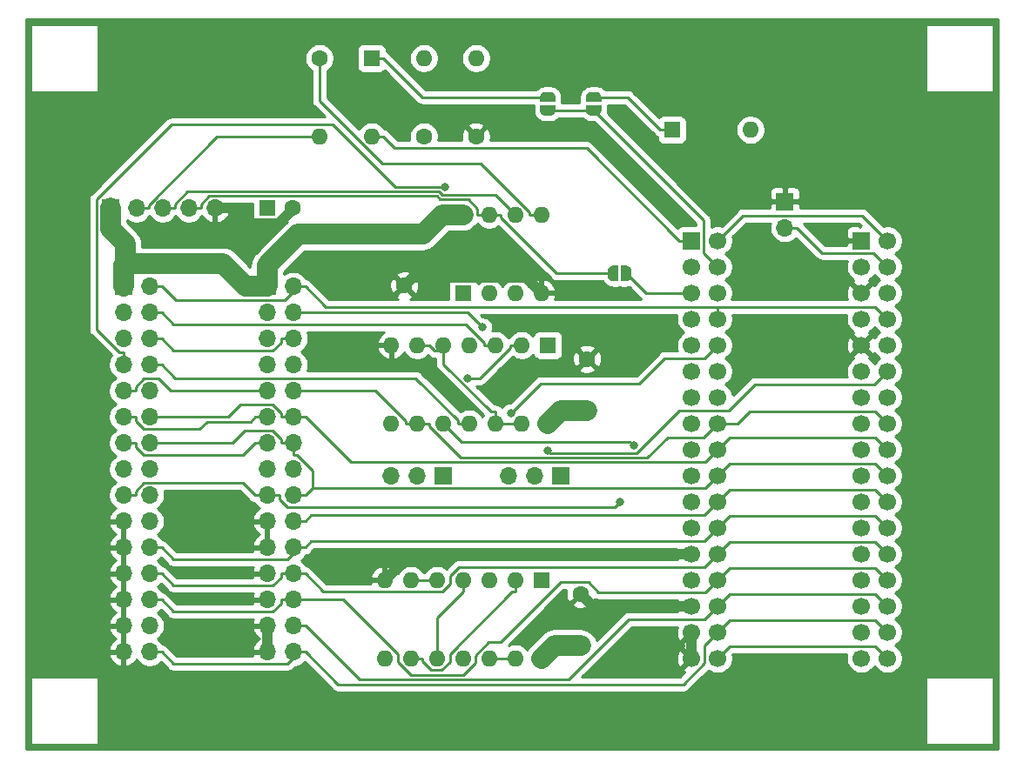
<source format=gtl>
G04 #@! TF.GenerationSoftware,KiCad,Pcbnew,(5.1.9)-1*
G04 #@! TF.CreationDate,2021-12-30T22:55:07+09:00*
G04 #@! TF.ProjectId,FDSPlus_BX3,46445350-6c75-4735-9f42-58332e6b6963,rev?*
G04 #@! TF.SameCoordinates,Original*
G04 #@! TF.FileFunction,Copper,L1,Top*
G04 #@! TF.FilePolarity,Positive*
%FSLAX46Y46*%
G04 Gerber Fmt 4.6, Leading zero omitted, Abs format (unit mm)*
G04 Created by KiCad (PCBNEW (5.1.9)-1) date 2021-12-30 22:55:07*
%MOMM*%
%LPD*%
G01*
G04 APERTURE LIST*
G04 #@! TA.AperFunction,ComponentPad*
%ADD10C,1.600000*%
G04 #@! TD*
G04 #@! TA.AperFunction,ComponentPad*
%ADD11R,1.600000X1.600000*%
G04 #@! TD*
G04 #@! TA.AperFunction,ComponentPad*
%ADD12O,1.700000X1.700000*%
G04 #@! TD*
G04 #@! TA.AperFunction,ComponentPad*
%ADD13R,1.700000X1.700000*%
G04 #@! TD*
G04 #@! TA.AperFunction,ComponentPad*
%ADD14C,1.700000*%
G04 #@! TD*
G04 #@! TA.AperFunction,ComponentPad*
%ADD15O,1.600000X1.600000*%
G04 #@! TD*
G04 #@! TA.AperFunction,SMDPad,CuDef*
%ADD16C,0.100000*%
G04 #@! TD*
G04 #@! TA.AperFunction,ViaPad*
%ADD17C,0.800000*%
G04 #@! TD*
G04 #@! TA.AperFunction,Conductor*
%ADD18C,1.000000*%
G04 #@! TD*
G04 #@! TA.AperFunction,Conductor*
%ADD19C,2.000000*%
G04 #@! TD*
G04 #@! TA.AperFunction,Conductor*
%ADD20C,0.250000*%
G04 #@! TD*
G04 #@! TA.AperFunction,Conductor*
%ADD21C,0.254000*%
G04 #@! TD*
G04 #@! TA.AperFunction,Conductor*
%ADD22C,0.100000*%
G04 #@! TD*
G04 APERTURE END LIST*
D10*
G04 #@! TO.P,C1,2*
G04 #@! TO.N,GND*
X114895000Y-90805000D03*
D11*
G04 #@! TO.P,C1,1*
G04 #@! TO.N,+5V*
X112395000Y-90805000D03*
G04 #@! TD*
D10*
G04 #@! TO.P,C2,2*
G04 #@! TO.N,GND*
X142875000Y-128350000D03*
G04 #@! TO.P,C2,1*
G04 #@! TO.N,+5V*
X142875000Y-133350000D03*
G04 #@! TD*
G04 #@! TO.P,C3,1*
G04 #@! TO.N,+5V*
X143510000Y-110490000D03*
G04 #@! TO.P,C3,2*
G04 #@! TO.N,GND*
X143510000Y-105490000D03*
G04 #@! TD*
G04 #@! TO.P,C4,2*
G04 #@! TO.N,GND*
X125730000Y-98345000D03*
G04 #@! TO.P,C4,1*
G04 #@! TO.N,+5V*
X125730000Y-93345000D03*
G04 #@! TD*
D12*
G04 #@! TO.P,J1,30*
G04 #@! TO.N,/SIDE*
X100965000Y-133985000D03*
G04 #@! TO.P,J1,29*
G04 #@! TO.N,GND*
X98425000Y-133985000D03*
G04 #@! TO.P,J1,28*
G04 #@! TO.N,/RD*
X100965000Y-131445000D03*
G04 #@! TO.P,J1,27*
G04 #@! TO.N,GND*
X98425000Y-131445000D03*
G04 #@! TO.P,J1,26*
G04 #@! TO.N,/WP*
X100965000Y-128905000D03*
G04 #@! TO.P,J1,25*
G04 #@! TO.N,GND*
X98425000Y-128905000D03*
G04 #@! TO.P,J1,24*
G04 #@! TO.N,/T00*
X100965000Y-126365000D03*
G04 #@! TO.P,J1,23*
G04 #@! TO.N,GND*
X98425000Y-126365000D03*
G04 #@! TO.P,J1,22*
G04 #@! TO.N,/WG*
X100965000Y-123825000D03*
G04 #@! TO.P,J1,21*
G04 #@! TO.N,GND*
X98425000Y-123825000D03*
G04 #@! TO.P,J1,20*
G04 #@! TO.N,/WD*
X100965000Y-121285000D03*
G04 #@! TO.P,J1,19*
G04 #@! TO.N,GND*
X98425000Y-121285000D03*
G04 #@! TO.P,J1,18*
G04 #@! TO.N,N/C*
X100965000Y-118745000D03*
G04 #@! TO.P,J1,17*
G04 #@! TO.N,/F_MS1*
X98425000Y-118745000D03*
G04 #@! TO.P,J1,16*
G04 #@! TO.N,N/C*
X100965000Y-116205000D03*
G04 #@! TO.P,J1,15*
X98425000Y-116205000D03*
G04 #@! TO.P,J1,14*
G04 #@! TO.N,/STEP*
X100965000Y-113665000D03*
G04 #@! TO.P,J1,13*
G04 #@! TO.N,/F_MS0*
X98425000Y-113665000D03*
G04 #@! TO.P,J1,12*
G04 #@! TO.N,/DIR*
X100965000Y-111125000D03*
G04 #@! TO.P,J1,11*
G04 #@! TO.N,/DEN*
X98425000Y-111125000D03*
G04 #@! TO.P,J1,10*
G04 #@! TO.N,/M_MON*
X100965000Y-108585000D03*
G04 #@! TO.P,J1,9*
G04 #@! TO.N,/F_HL*
X98425000Y-108585000D03*
G04 #@! TO.P,J1,8*
G04 #@! TO.N,/M_RDY*
X100965000Y-106045000D03*
G04 #@! TO.P,J1,7*
G04 #@! TO.N,/M_DS1*
X98425000Y-106045000D03*
G04 #@! TO.P,J1,6*
G04 #@! TO.N,/DCHG*
X100965000Y-103505000D03*
G04 #@! TO.P,J1,5*
G04 #@! TO.N,+5V*
X98425000Y-103505000D03*
G04 #@! TO.P,J1,4*
G04 #@! TO.N,/M_DS0*
X100965000Y-100965000D03*
G04 #@! TO.P,J1,3*
G04 #@! TO.N,+5V*
X98425000Y-100965000D03*
G04 #@! TO.P,J1,2*
G04 #@! TO.N,/IDX*
X100965000Y-98425000D03*
D13*
G04 #@! TO.P,J1,1*
G04 #@! TO.N,+5V*
X98425000Y-98425000D03*
G04 #@! TD*
D14*
G04 #@! TO.P,J3,34*
G04 #@! TO.N,/D_RDY*
X156210000Y-134620000D03*
G04 #@! TO.P,J3,33*
G04 #@! TO.N,GND*
X153670000Y-134620000D03*
G04 #@! TO.P,J3,32*
G04 #@! TO.N,/SIDE*
X156210000Y-132080000D03*
G04 #@! TO.P,J3,31*
G04 #@! TO.N,GND*
X153670000Y-132080000D03*
G04 #@! TO.P,J3,30*
G04 #@! TO.N,/RD*
X156210000Y-129540000D03*
G04 #@! TO.P,J3,29*
G04 #@! TO.N,GND*
X153670000Y-129540000D03*
G04 #@! TO.P,J3,28*
G04 #@! TO.N,/WP*
X156210000Y-127000000D03*
G04 #@! TO.P,J3,27*
G04 #@! TO.N,GND*
X153670000Y-127000000D03*
G04 #@! TO.P,J3,26*
G04 #@! TO.N,/T00*
X156210000Y-124460000D03*
G04 #@! TO.P,J3,25*
G04 #@! TO.N,GND*
X153670000Y-124460000D03*
G04 #@! TO.P,J3,24*
G04 #@! TO.N,/WG*
X156210000Y-121920000D03*
G04 #@! TO.P,J3,23*
G04 #@! TO.N,GND*
X153670000Y-121920000D03*
G04 #@! TO.P,J3,22*
G04 #@! TO.N,/WD*
X156210000Y-119380000D03*
G04 #@! TO.P,J3,21*
G04 #@! TO.N,GND*
X153670000Y-119380000D03*
G04 #@! TO.P,J3,20*
G04 #@! TO.N,/STEP*
X156210000Y-116840000D03*
G04 #@! TO.P,J3,19*
G04 #@! TO.N,N/C*
X153670000Y-116840000D03*
G04 #@! TO.P,J3,18*
G04 #@! TO.N,/DIR*
X156210000Y-114300000D03*
G04 #@! TO.P,J3,17*
G04 #@! TO.N,N/C*
X153670000Y-114300000D03*
G04 #@! TO.P,J3,16*
G04 #@! TO.N,/D_MON*
X156210000Y-111760000D03*
G04 #@! TO.P,J3,15*
G04 #@! TO.N,N/C*
X153670000Y-111760000D03*
G04 #@! TO.P,J3,14*
X156210000Y-109220000D03*
G04 #@! TO.P,J3,13*
X153670000Y-109220000D03*
G04 #@! TO.P,J3,12*
G04 #@! TO.N,/X_DS1*
X156210000Y-106680000D03*
G04 #@! TO.P,J3,11*
G04 #@! TO.N,N/C*
X153670000Y-106680000D03*
G04 #@! TO.P,J3,10*
G04 #@! TO.N,/X_DS0*
X156210000Y-104140000D03*
G04 #@! TO.P,J3,9*
G04 #@! TO.N,N/C*
X153670000Y-104140000D03*
G04 #@! TO.P,J3,8*
G04 #@! TO.N,/IDX*
X156210000Y-101600000D03*
G04 #@! TO.P,J3,7*
G04 #@! TO.N,N/C*
X153670000Y-101600000D03*
G04 #@! TO.P,J3,6*
X156210000Y-99060000D03*
G04 #@! TO.P,J3,5*
G04 #@! TO.N,/OPT2*
X153670000Y-99060000D03*
G04 #@! TO.P,J3,4*
G04 #@! TO.N,/X_PIN4*
X156210000Y-96520000D03*
G04 #@! TO.P,J3,3*
G04 #@! TO.N,/F_MS1*
X153670000Y-96520000D03*
G04 #@! TO.P,J3,2*
G04 #@! TO.N,/DEN*
X156210000Y-93980000D03*
D13*
G04 #@! TO.P,J3,1*
G04 #@! TO.N,/F_MS0*
X153670000Y-93980000D03*
G04 #@! TD*
G04 #@! TO.P,J4,1*
G04 #@! TO.N,GND*
X170180000Y-93980000D03*
D14*
G04 #@! TO.P,J4,2*
G04 #@! TO.N,/DEN*
X172720000Y-93980000D03*
G04 #@! TO.P,J4,3*
G04 #@! TO.N,N/C*
X170180000Y-96520000D03*
G04 #@! TO.P,J4,4*
G04 #@! TO.N,/D_HL*
X172720000Y-96520000D03*
G04 #@! TO.P,J4,5*
G04 #@! TO.N,GND*
X170180000Y-99060000D03*
G04 #@! TO.P,J4,6*
G04 #@! TO.N,N/C*
X172720000Y-99060000D03*
G04 #@! TO.P,J4,7*
X170180000Y-101600000D03*
G04 #@! TO.P,J4,8*
G04 #@! TO.N,/IDX*
X172720000Y-101600000D03*
G04 #@! TO.P,J4,9*
G04 #@! TO.N,GND*
X170180000Y-104140000D03*
G04 #@! TO.P,J4,10*
G04 #@! TO.N,/D_DS0*
X172720000Y-104140000D03*
G04 #@! TO.P,J4,11*
G04 #@! TO.N,N/C*
X170180000Y-106680000D03*
G04 #@! TO.P,J4,12*
G04 #@! TO.N,/D_DS1*
X172720000Y-106680000D03*
G04 #@! TO.P,J4,13*
G04 #@! TO.N,GND*
X170180000Y-109220000D03*
G04 #@! TO.P,J4,14*
G04 #@! TO.N,N/C*
X172720000Y-109220000D03*
G04 #@! TO.P,J4,15*
G04 #@! TO.N,GND*
X170180000Y-111760000D03*
G04 #@! TO.P,J4,16*
G04 #@! TO.N,/D_MON*
X172720000Y-111760000D03*
G04 #@! TO.P,J4,17*
G04 #@! TO.N,N/C*
X170180000Y-114300000D03*
G04 #@! TO.P,J4,18*
G04 #@! TO.N,/DIR*
X172720000Y-114300000D03*
G04 #@! TO.P,J4,19*
G04 #@! TO.N,GND*
X170180000Y-116840000D03*
G04 #@! TO.P,J4,20*
G04 #@! TO.N,/STEP*
X172720000Y-116840000D03*
G04 #@! TO.P,J4,21*
G04 #@! TO.N,GND*
X170180000Y-119380000D03*
G04 #@! TO.P,J4,22*
G04 #@! TO.N,/WD*
X172720000Y-119380000D03*
G04 #@! TO.P,J4,23*
G04 #@! TO.N,GND*
X170180000Y-121920000D03*
G04 #@! TO.P,J4,24*
G04 #@! TO.N,/WG*
X172720000Y-121920000D03*
G04 #@! TO.P,J4,25*
G04 #@! TO.N,GND*
X170180000Y-124460000D03*
G04 #@! TO.P,J4,26*
G04 #@! TO.N,/T00*
X172720000Y-124460000D03*
G04 #@! TO.P,J4,27*
G04 #@! TO.N,GND*
X170180000Y-127000000D03*
G04 #@! TO.P,J4,28*
G04 #@! TO.N,/WP*
X172720000Y-127000000D03*
G04 #@! TO.P,J4,29*
G04 #@! TO.N,GND*
X170180000Y-129540000D03*
G04 #@! TO.P,J4,30*
G04 #@! TO.N,/RD*
X172720000Y-129540000D03*
G04 #@! TO.P,J4,31*
G04 #@! TO.N,GND*
X170180000Y-132080000D03*
G04 #@! TO.P,J4,32*
G04 #@! TO.N,/SIDE*
X172720000Y-132080000D03*
G04 #@! TO.P,J4,33*
G04 #@! TO.N,N/C*
X170180000Y-134620000D03*
G04 #@! TO.P,J4,34*
G04 #@! TO.N,/D_RDY*
X172720000Y-134620000D03*
G04 #@! TD*
D12*
G04 #@! TO.P,JP2,3*
G04 #@! TO.N,/X_DS0*
X135890000Y-116840000D03*
G04 #@! TO.P,JP2,2*
G04 #@! TO.N,Net-(JP2-Pad2)*
X138430000Y-116840000D03*
D13*
G04 #@! TO.P,JP2,1*
G04 #@! TO.N,/F_DS0*
X140970000Y-116840000D03*
G04 #@! TD*
G04 #@! TO.P,JP3,1*
G04 #@! TO.N,/F_DS1*
X129540000Y-116840000D03*
D12*
G04 #@! TO.P,JP3,2*
G04 #@! TO.N,Net-(JP3-Pad2)*
X127000000Y-116840000D03*
G04 #@! TO.P,JP3,3*
G04 #@! TO.N,/X_DS1*
X124460000Y-116840000D03*
G04 #@! TD*
D11*
G04 #@! TO.P,U2,1*
G04 #@! TO.N,/D_DS1*
X139065000Y-127000000D03*
D15*
G04 #@! TO.P,U2,8*
G04 #@! TO.N,/F_DS1*
X123825000Y-134620000D03*
G04 #@! TO.P,U2,2*
G04 #@! TO.N,/X_DS1*
X136525000Y-127000000D03*
G04 #@! TO.P,U2,9*
X126365000Y-134620000D03*
G04 #@! TO.P,U2,3*
G04 #@! TO.N,/D_DS0*
X133985000Y-127000000D03*
G04 #@! TO.P,U2,10*
G04 #@! TO.N,/X_DS0*
X128905000Y-134620000D03*
G04 #@! TO.P,U2,4*
X131445000Y-127000000D03*
G04 #@! TO.P,U2,11*
G04 #@! TO.N,/F_DS0*
X131445000Y-134620000D03*
G04 #@! TO.P,U2,5*
G04 #@! TO.N,/CTL_MODE*
X128905000Y-127000000D03*
G04 #@! TO.P,U2,12*
X133985000Y-134620000D03*
G04 #@! TO.P,U2,6*
X126365000Y-127000000D03*
G04 #@! TO.P,U2,13*
X136525000Y-134620000D03*
G04 #@! TO.P,U2,7*
G04 #@! TO.N,GND*
X123825000Y-127000000D03*
G04 #@! TO.P,U2,14*
G04 #@! TO.N,+5V*
X139065000Y-134620000D03*
G04 #@! TD*
G04 #@! TO.P,U3,8*
G04 #@! TO.N,+5V*
X131445000Y-91440000D03*
G04 #@! TO.P,U3,4*
G04 #@! TO.N,GND*
X139065000Y-99060000D03*
G04 #@! TO.P,U3,7*
G04 #@! TO.N,/DS1INH*
X133985000Y-91440000D03*
G04 #@! TO.P,U3,3*
G04 #@! TO.N,/CTL_MODE*
X136525000Y-99060000D03*
G04 #@! TO.P,U3,6*
G04 #@! TO.N,/M_SW*
X136525000Y-91440000D03*
G04 #@! TO.P,U3,2*
G04 #@! TO.N,/EM_MODE*
X133985000Y-99060000D03*
G04 #@! TO.P,U3,5*
G04 #@! TO.N,Net-(R2-Pad1)*
X139065000Y-91440000D03*
D11*
G04 #@! TO.P,U3,1*
G04 #@! TO.N,Net-(R1-Pad1)*
X131445000Y-99060000D03*
G04 #@! TD*
D15*
G04 #@! TO.P,U1,14*
G04 #@! TO.N,+5V*
X139700000Y-111760000D03*
G04 #@! TO.P,U1,7*
G04 #@! TO.N,GND*
X124460000Y-104140000D03*
G04 #@! TO.P,U1,13*
G04 #@! TO.N,/EM_MODE*
X137160000Y-111760000D03*
G04 #@! TO.P,U1,6*
X127000000Y-104140000D03*
G04 #@! TO.P,U1,12*
X134620000Y-111760000D03*
G04 #@! TO.P,U1,5*
X129540000Y-104140000D03*
G04 #@! TO.P,U1,11*
G04 #@! TO.N,/M_RDY*
X132080000Y-111760000D03*
G04 #@! TO.P,U1,4*
G04 #@! TO.N,Net-(JP2-Pad2)*
X132080000Y-104140000D03*
G04 #@! TO.P,U1,10*
G04 #@! TO.N,/D_RDY*
X129540000Y-111760000D03*
G04 #@! TO.P,U1,3*
G04 #@! TO.N,/M_DS0*
X134620000Y-104140000D03*
G04 #@! TO.P,U1,9*
G04 #@! TO.N,/D_MON*
X127000000Y-111760000D03*
G04 #@! TO.P,U1,2*
G04 #@! TO.N,Net-(JP3-Pad2)*
X137160000Y-104140000D03*
G04 #@! TO.P,U1,8*
G04 #@! TO.N,/M_MON*
X124460000Y-111760000D03*
D11*
G04 #@! TO.P,U1,1*
G04 #@! TO.N,/M_DS1*
X139700000Y-104140000D03*
G04 #@! TD*
D15*
G04 #@! TO.P,R1,2*
G04 #@! TO.N,+5V*
X127635000Y-76200000D03*
D10*
G04 #@! TO.P,R1,1*
G04 #@! TO.N,Net-(R1-Pad1)*
X127635000Y-83820000D03*
G04 #@! TD*
G04 #@! TO.P,R2,1*
G04 #@! TO.N,Net-(R2-Pad1)*
X117475000Y-76200000D03*
D15*
G04 #@! TO.P,R2,2*
G04 #@! TO.N,/LED*
X117475000Y-83820000D03*
G04 #@! TD*
D11*
G04 #@! TO.P,D5,1*
G04 #@! TO.N,Net-(D5-Pad1)*
X122555000Y-76200000D03*
D15*
G04 #@! TO.P,D5,2*
G04 #@! TO.N,/F_MS0*
X122555000Y-83820000D03*
G04 #@! TD*
G04 #@! TO.P,D6,2*
G04 #@! TO.N,/D_HL*
X159385000Y-83185000D03*
D11*
G04 #@! TO.P,D6,1*
G04 #@! TO.N,Net-(D6-Pad1)*
X151765000Y-83185000D03*
G04 #@! TD*
D12*
G04 #@! TO.P,J2,30*
G04 #@! TO.N,/SIDE*
X114935000Y-133985000D03*
G04 #@! TO.P,J2,29*
G04 #@! TO.N,GND*
X112395000Y-133985000D03*
G04 #@! TO.P,J2,28*
G04 #@! TO.N,/RD*
X114935000Y-131445000D03*
G04 #@! TO.P,J2,27*
G04 #@! TO.N,GND*
X112395000Y-131445000D03*
G04 #@! TO.P,J2,26*
G04 #@! TO.N,/WP*
X114935000Y-128905000D03*
G04 #@! TO.P,J2,25*
G04 #@! TO.N,GND*
X112395000Y-128905000D03*
G04 #@! TO.P,J2,24*
G04 #@! TO.N,/T00*
X114935000Y-126365000D03*
G04 #@! TO.P,J2,23*
G04 #@! TO.N,GND*
X112395000Y-126365000D03*
G04 #@! TO.P,J2,22*
G04 #@! TO.N,/WG*
X114935000Y-123825000D03*
G04 #@! TO.P,J2,21*
G04 #@! TO.N,GND*
X112395000Y-123825000D03*
G04 #@! TO.P,J2,20*
G04 #@! TO.N,/WD*
X114935000Y-121285000D03*
G04 #@! TO.P,J2,19*
G04 #@! TO.N,GND*
X112395000Y-121285000D03*
G04 #@! TO.P,J2,18*
G04 #@! TO.N,/STEP*
X114935000Y-118745000D03*
G04 #@! TO.P,J2,17*
G04 #@! TO.N,/F_MS1*
X112395000Y-118745000D03*
G04 #@! TO.P,J2,16*
G04 #@! TO.N,N/C*
X114935000Y-116205000D03*
G04 #@! TO.P,J2,15*
X112395000Y-116205000D03*
G04 #@! TO.P,J2,14*
G04 #@! TO.N,/STEP*
X114935000Y-113665000D03*
G04 #@! TO.P,J2,13*
G04 #@! TO.N,/F_MS0*
X112395000Y-113665000D03*
G04 #@! TO.P,J2,12*
G04 #@! TO.N,/DIR*
X114935000Y-111125000D03*
G04 #@! TO.P,J2,11*
G04 #@! TO.N,/DEN*
X112395000Y-111125000D03*
G04 #@! TO.P,J2,10*
G04 #@! TO.N,/D_MON*
X114935000Y-108585000D03*
G04 #@! TO.P,J2,9*
G04 #@! TO.N,/F_HL*
X112395000Y-108585000D03*
G04 #@! TO.P,J2,8*
G04 #@! TO.N,/D_RDY*
X114935000Y-106045000D03*
G04 #@! TO.P,J2,7*
G04 #@! TO.N,/F_DS1*
X112395000Y-106045000D03*
G04 #@! TO.P,J2,6*
G04 #@! TO.N,/DCHG*
X114935000Y-103505000D03*
G04 #@! TO.P,J2,5*
G04 #@! TO.N,+5V*
X112395000Y-103505000D03*
G04 #@! TO.P,J2,4*
G04 #@! TO.N,/F_DS0*
X114935000Y-100965000D03*
G04 #@! TO.P,J2,3*
G04 #@! TO.N,+5V*
X112395000Y-100965000D03*
G04 #@! TO.P,J2,2*
G04 #@! TO.N,/IDX*
X114935000Y-98425000D03*
D13*
G04 #@! TO.P,J2,1*
G04 #@! TO.N,+5V*
X112395000Y-98425000D03*
G04 #@! TD*
G04 #@! TA.AperFunction,SMDPad,CuDef*
D16*
G04 #@! TO.P,JP4,1*
G04 #@! TO.N,Net-(D5-Pad1)*
G36*
X138935000Y-80495000D02*
G01*
X138935000Y-79995000D01*
X138935602Y-79995000D01*
X138935602Y-79970466D01*
X138940412Y-79921635D01*
X138949984Y-79873510D01*
X138964228Y-79826555D01*
X138983005Y-79781222D01*
X139006136Y-79737949D01*
X139033396Y-79697150D01*
X139064524Y-79659221D01*
X139099221Y-79624524D01*
X139137150Y-79593396D01*
X139177949Y-79566136D01*
X139221222Y-79543005D01*
X139266555Y-79524228D01*
X139313510Y-79509984D01*
X139361635Y-79500412D01*
X139410466Y-79495602D01*
X139435000Y-79495602D01*
X139435000Y-79495000D01*
X139935000Y-79495000D01*
X139935000Y-79495602D01*
X139959534Y-79495602D01*
X140008365Y-79500412D01*
X140056490Y-79509984D01*
X140103445Y-79524228D01*
X140148778Y-79543005D01*
X140192051Y-79566136D01*
X140232850Y-79593396D01*
X140270779Y-79624524D01*
X140305476Y-79659221D01*
X140336604Y-79697150D01*
X140363864Y-79737949D01*
X140386995Y-79781222D01*
X140405772Y-79826555D01*
X140420016Y-79873510D01*
X140429588Y-79921635D01*
X140434398Y-79970466D01*
X140434398Y-79995000D01*
X140435000Y-79995000D01*
X140435000Y-80495000D01*
X138935000Y-80495000D01*
G37*
G04 #@! TD.AperFunction*
G04 #@! TA.AperFunction,SMDPad,CuDef*
G04 #@! TO.P,JP4,2*
G04 #@! TO.N,/X_PIN4*
G36*
X140434398Y-81295000D02*
G01*
X140434398Y-81319534D01*
X140429588Y-81368365D01*
X140420016Y-81416490D01*
X140405772Y-81463445D01*
X140386995Y-81508778D01*
X140363864Y-81552051D01*
X140336604Y-81592850D01*
X140305476Y-81630779D01*
X140270779Y-81665476D01*
X140232850Y-81696604D01*
X140192051Y-81723864D01*
X140148778Y-81746995D01*
X140103445Y-81765772D01*
X140056490Y-81780016D01*
X140008365Y-81789588D01*
X139959534Y-81794398D01*
X139935000Y-81794398D01*
X139935000Y-81795000D01*
X139435000Y-81795000D01*
X139435000Y-81794398D01*
X139410466Y-81794398D01*
X139361635Y-81789588D01*
X139313510Y-81780016D01*
X139266555Y-81765772D01*
X139221222Y-81746995D01*
X139177949Y-81723864D01*
X139137150Y-81696604D01*
X139099221Y-81665476D01*
X139064524Y-81630779D01*
X139033396Y-81592850D01*
X139006136Y-81552051D01*
X138983005Y-81508778D01*
X138964228Y-81463445D01*
X138949984Y-81416490D01*
X138940412Y-81368365D01*
X138935602Y-81319534D01*
X138935602Y-81295000D01*
X138935000Y-81295000D01*
X138935000Y-80795000D01*
X140435000Y-80795000D01*
X140435000Y-81295000D01*
X140434398Y-81295000D01*
G37*
G04 #@! TD.AperFunction*
G04 #@! TD*
G04 #@! TA.AperFunction,SMDPad,CuDef*
G04 #@! TO.P,JP6,1*
G04 #@! TO.N,/X_PIN4*
G36*
X144895000Y-80795000D02*
G01*
X144895000Y-81295000D01*
X144894398Y-81295000D01*
X144894398Y-81319534D01*
X144889588Y-81368365D01*
X144880016Y-81416490D01*
X144865772Y-81463445D01*
X144846995Y-81508778D01*
X144823864Y-81552051D01*
X144796604Y-81592850D01*
X144765476Y-81630779D01*
X144730779Y-81665476D01*
X144692850Y-81696604D01*
X144652051Y-81723864D01*
X144608778Y-81746995D01*
X144563445Y-81765772D01*
X144516490Y-81780016D01*
X144468365Y-81789588D01*
X144419534Y-81794398D01*
X144395000Y-81794398D01*
X144395000Y-81795000D01*
X143895000Y-81795000D01*
X143895000Y-81794398D01*
X143870466Y-81794398D01*
X143821635Y-81789588D01*
X143773510Y-81780016D01*
X143726555Y-81765772D01*
X143681222Y-81746995D01*
X143637949Y-81723864D01*
X143597150Y-81696604D01*
X143559221Y-81665476D01*
X143524524Y-81630779D01*
X143493396Y-81592850D01*
X143466136Y-81552051D01*
X143443005Y-81508778D01*
X143424228Y-81463445D01*
X143409984Y-81416490D01*
X143400412Y-81368365D01*
X143395602Y-81319534D01*
X143395602Y-81295000D01*
X143395000Y-81295000D01*
X143395000Y-80795000D01*
X144895000Y-80795000D01*
G37*
G04 #@! TD.AperFunction*
G04 #@! TA.AperFunction,SMDPad,CuDef*
G04 #@! TO.P,JP6,2*
G04 #@! TO.N,Net-(D6-Pad1)*
G36*
X143395602Y-79995000D02*
G01*
X143395602Y-79970466D01*
X143400412Y-79921635D01*
X143409984Y-79873510D01*
X143424228Y-79826555D01*
X143443005Y-79781222D01*
X143466136Y-79737949D01*
X143493396Y-79697150D01*
X143524524Y-79659221D01*
X143559221Y-79624524D01*
X143597150Y-79593396D01*
X143637949Y-79566136D01*
X143681222Y-79543005D01*
X143726555Y-79524228D01*
X143773510Y-79509984D01*
X143821635Y-79500412D01*
X143870466Y-79495602D01*
X143895000Y-79495602D01*
X143895000Y-79495000D01*
X144395000Y-79495000D01*
X144395000Y-79495602D01*
X144419534Y-79495602D01*
X144468365Y-79500412D01*
X144516490Y-79509984D01*
X144563445Y-79524228D01*
X144608778Y-79543005D01*
X144652051Y-79566136D01*
X144692850Y-79593396D01*
X144730779Y-79624524D01*
X144765476Y-79659221D01*
X144796604Y-79697150D01*
X144823864Y-79737949D01*
X144846995Y-79781222D01*
X144865772Y-79826555D01*
X144880016Y-79873510D01*
X144889588Y-79921635D01*
X144894398Y-79970466D01*
X144894398Y-79995000D01*
X144895000Y-79995000D01*
X144895000Y-80495000D01*
X143395000Y-80495000D01*
X143395000Y-79995000D01*
X143395602Y-79995000D01*
G37*
G04 #@! TD.AperFunction*
G04 #@! TD*
D12*
G04 #@! TO.P,JP7,2*
G04 #@! TO.N,/D_HL*
X162740000Y-92710000D03*
D13*
G04 #@! TO.P,JP7,1*
G04 #@! TO.N,GND*
X162740000Y-90170000D03*
G04 #@! TD*
D12*
G04 #@! TO.P,J5,5*
G04 #@! TO.N,GND*
X107315000Y-90805000D03*
G04 #@! TO.P,J5,4*
G04 #@! TO.N,/DS1INH*
X104775000Y-90805000D03*
G04 #@! TO.P,J5,3*
G04 #@! TO.N,/M_SW*
X102235000Y-90805000D03*
G04 #@! TO.P,J5,2*
G04 #@! TO.N,/LED*
X99695000Y-90805000D03*
D13*
G04 #@! TO.P,J5,1*
G04 #@! TO.N,+5V*
X97155000Y-90805000D03*
G04 #@! TD*
G04 #@! TA.AperFunction,SMDPad,CuDef*
D16*
G04 #@! TO.P,JP1,1*
G04 #@! TO.N,/OPT2*
G36*
X146835000Y-96405000D02*
G01*
X147335000Y-96405000D01*
X147335000Y-96405602D01*
X147359534Y-96405602D01*
X147408365Y-96410412D01*
X147456490Y-96419984D01*
X147503445Y-96434228D01*
X147548778Y-96453005D01*
X147592051Y-96476136D01*
X147632850Y-96503396D01*
X147670779Y-96534524D01*
X147705476Y-96569221D01*
X147736604Y-96607150D01*
X147763864Y-96647949D01*
X147786995Y-96691222D01*
X147805772Y-96736555D01*
X147820016Y-96783510D01*
X147829588Y-96831635D01*
X147834398Y-96880466D01*
X147834398Y-96905000D01*
X147835000Y-96905000D01*
X147835000Y-97405000D01*
X147834398Y-97405000D01*
X147834398Y-97429534D01*
X147829588Y-97478365D01*
X147820016Y-97526490D01*
X147805772Y-97573445D01*
X147786995Y-97618778D01*
X147763864Y-97662051D01*
X147736604Y-97702850D01*
X147705476Y-97740779D01*
X147670779Y-97775476D01*
X147632850Y-97806604D01*
X147592051Y-97833864D01*
X147548778Y-97856995D01*
X147503445Y-97875772D01*
X147456490Y-97890016D01*
X147408365Y-97899588D01*
X147359534Y-97904398D01*
X147335000Y-97904398D01*
X147335000Y-97905000D01*
X146835000Y-97905000D01*
X146835000Y-96405000D01*
G37*
G04 #@! TD.AperFunction*
G04 #@! TA.AperFunction,SMDPad,CuDef*
G04 #@! TO.P,JP1,2*
G04 #@! TO.N,/DS1INH*
G36*
X146035000Y-97904398D02*
G01*
X146010466Y-97904398D01*
X145961635Y-97899588D01*
X145913510Y-97890016D01*
X145866555Y-97875772D01*
X145821222Y-97856995D01*
X145777949Y-97833864D01*
X145737150Y-97806604D01*
X145699221Y-97775476D01*
X145664524Y-97740779D01*
X145633396Y-97702850D01*
X145606136Y-97662051D01*
X145583005Y-97618778D01*
X145564228Y-97573445D01*
X145549984Y-97526490D01*
X145540412Y-97478365D01*
X145535602Y-97429534D01*
X145535602Y-97405000D01*
X145535000Y-97405000D01*
X145535000Y-96905000D01*
X145535602Y-96905000D01*
X145535602Y-96880466D01*
X145540412Y-96831635D01*
X145549984Y-96783510D01*
X145564228Y-96736555D01*
X145583005Y-96691222D01*
X145606136Y-96647949D01*
X145633396Y-96607150D01*
X145664524Y-96569221D01*
X145699221Y-96534524D01*
X145737150Y-96503396D01*
X145777949Y-96476136D01*
X145821222Y-96453005D01*
X145866555Y-96434228D01*
X145913510Y-96419984D01*
X145961635Y-96410412D01*
X146010466Y-96405602D01*
X146035000Y-96405602D01*
X146035000Y-96405000D01*
X146535000Y-96405000D01*
X146535000Y-97905000D01*
X146035000Y-97905000D01*
X146035000Y-97904398D01*
G37*
G04 #@! TD.AperFunction*
G04 #@! TD*
D15*
G04 #@! TO.P,R3,2*
G04 #@! TO.N,/DS1INH*
X132715000Y-76200000D03*
D10*
G04 #@! TO.P,R3,1*
G04 #@! TO.N,GND*
X132715000Y-83820000D03*
G04 #@! TD*
D17*
G04 #@! TO.N,/M_DS1*
X129654600Y-88726000D03*
G04 #@! TO.N,/D_RDY*
X148050900Y-113918900D03*
G04 #@! TO.N,/F_DS0*
X133314700Y-102407500D03*
G04 #@! TO.N,/X_DS0*
X136123100Y-110747300D03*
G04 #@! TO.N,/D_DS1*
X139700000Y-114367400D03*
G04 #@! TO.N,Net-(JP3-Pad2)*
X131920100Y-107362200D03*
G04 #@! TO.N,/F_MS1*
X146735300Y-119384200D03*
G04 #@! TD*
D18*
G04 #@! TO.N,GND*
X153670000Y-124460000D02*
X126365000Y-124460000D01*
X126365000Y-124460000D02*
X123825000Y-127000000D01*
X125730000Y-98345000D02*
X126553700Y-97521300D01*
X126553700Y-97521300D02*
X137526300Y-97521300D01*
X137526300Y-97521300D02*
X139065000Y-99060000D01*
X107315000Y-90805000D02*
X108865300Y-90805000D01*
X108865300Y-90805000D02*
X110365700Y-92305400D01*
X110365700Y-92305400D02*
X113503200Y-92305400D01*
X113503200Y-92305400D02*
X114895000Y-90913600D01*
X114895000Y-90913600D02*
X114895000Y-90805000D01*
X112395000Y-131445000D02*
X112395000Y-133985000D01*
X153670000Y-129540000D02*
X144065000Y-129540000D01*
X144065000Y-129540000D02*
X142875000Y-128350000D01*
X153670000Y-132080000D02*
X153670000Y-134620000D01*
D19*
G04 #@! TO.N,+5V*
X143510000Y-110490000D02*
X140970000Y-110490000D01*
X140970000Y-110490000D02*
X139700000Y-111760000D01*
X142875000Y-133350000D02*
X140335000Y-133350000D01*
X140335000Y-133350000D02*
X139065000Y-134620000D01*
X131445000Y-91440000D02*
X129444700Y-91440000D01*
X125730000Y-93345000D02*
X127539700Y-93345000D01*
X127539700Y-93345000D02*
X129444700Y-91440000D01*
X112395000Y-96374700D02*
X115424700Y-93345000D01*
X115424700Y-93345000D02*
X125730000Y-93345000D01*
X112395000Y-98425000D02*
X110344700Y-98425000D01*
X112395000Y-98425000D02*
X112395000Y-96374700D01*
X110344700Y-98425000D02*
X108134400Y-96214700D01*
X108134400Y-96214700D02*
X98585000Y-96214700D01*
X98585000Y-96214700D02*
X98425000Y-96374700D01*
X97155000Y-92855300D02*
X98585000Y-94285300D01*
X98585000Y-94285300D02*
X98585000Y-96214700D01*
X98425000Y-98425000D02*
X98425000Y-96374700D01*
X97155000Y-90805000D02*
X97155000Y-92855300D01*
D20*
G04 #@! TO.N,/SIDE*
X100965000Y-133985000D02*
X102140300Y-133985000D01*
X115522700Y-133985000D02*
X114347400Y-135160300D01*
X114347400Y-135160300D02*
X103315600Y-135160300D01*
X103315600Y-135160300D02*
X102140300Y-133985000D01*
X115522700Y-133985000D02*
X116110300Y-133985000D01*
X114935000Y-133985000D02*
X115522700Y-133985000D01*
X156210000Y-132080000D02*
X154940000Y-133350000D01*
X154940000Y-133350000D02*
X154940000Y-135101700D01*
X154940000Y-135101700D02*
X152867100Y-137174600D01*
X152867100Y-137174600D02*
X119299900Y-137174600D01*
X119299900Y-137174600D02*
X116110300Y-133985000D01*
X172720000Y-132080000D02*
X171529400Y-130889400D01*
X171529400Y-130889400D02*
X157400600Y-130889400D01*
X157400600Y-130889400D02*
X156210000Y-132080000D01*
G04 #@! TO.N,/RD*
X156210000Y-129540000D02*
X154940000Y-130810000D01*
X154940000Y-130810000D02*
X147554000Y-130810000D01*
X147554000Y-130810000D02*
X141675300Y-136688700D01*
X141675300Y-136688700D02*
X121354000Y-136688700D01*
X121354000Y-136688700D02*
X116110300Y-131445000D01*
X156210000Y-129540000D02*
X157400600Y-128349400D01*
X157400600Y-128349400D02*
X171529400Y-128349400D01*
X171529400Y-128349400D02*
X172720000Y-129540000D01*
X114935000Y-131445000D02*
X116110300Y-131445000D01*
G04 #@! TO.N,/WP*
X156210000Y-127000000D02*
X157402000Y-125808000D01*
X157402000Y-125808000D02*
X171528000Y-125808000D01*
X171528000Y-125808000D02*
X172720000Y-127000000D01*
X156210000Y-127000000D02*
X155034600Y-128175400D01*
X155034600Y-128175400D02*
X144577700Y-128175400D01*
X144577700Y-128175400D02*
X143622300Y-127220000D01*
X143622300Y-127220000D02*
X140922600Y-127220000D01*
X140922600Y-127220000D02*
X135073300Y-133069300D01*
X135073300Y-133069300D02*
X133935200Y-133069300D01*
X133935200Y-133069300D02*
X132616800Y-134387700D01*
X132616800Y-134387700D02*
X132616800Y-135065800D01*
X132616800Y-135065800D02*
X131444300Y-136238300D01*
X131444300Y-136238300D02*
X126368600Y-136238300D01*
X126368600Y-136238300D02*
X125095000Y-134964700D01*
X125095000Y-134964700D02*
X125095000Y-134229600D01*
X125095000Y-134229600D02*
X119770400Y-128905000D01*
X119770400Y-128905000D02*
X114935000Y-128905000D01*
X114935000Y-128905000D02*
X113759700Y-128905000D01*
X113759700Y-128905000D02*
X113759700Y-129272400D01*
X113759700Y-129272400D02*
X112951800Y-130080300D01*
X112951800Y-130080300D02*
X103315600Y-130080300D01*
X103315600Y-130080300D02*
X102140300Y-128905000D01*
X100965000Y-128905000D02*
X102140300Y-128905000D01*
G04 #@! TO.N,/T00*
X114935000Y-126365000D02*
X116110300Y-126365000D01*
X156210000Y-124460000D02*
X154925600Y-125744400D01*
X154925600Y-125744400D02*
X131038900Y-125744400D01*
X131038900Y-125744400D02*
X130175000Y-126608300D01*
X130175000Y-126608300D02*
X130175000Y-127377900D01*
X130175000Y-127377900D02*
X129426800Y-128126100D01*
X129426800Y-128126100D02*
X117871400Y-128126100D01*
X117871400Y-128126100D02*
X116110300Y-126365000D01*
X172720000Y-124460000D02*
X171528000Y-123268000D01*
X171528000Y-123268000D02*
X157402000Y-123268000D01*
X157402000Y-123268000D02*
X156210000Y-124460000D01*
X114347400Y-126365000D02*
X114935000Y-126365000D01*
X114347400Y-126365000D02*
X113759700Y-126365000D01*
X100965000Y-126365000D02*
X102140300Y-126365000D01*
X113759700Y-126365000D02*
X113759700Y-126732300D01*
X113759700Y-126732300D02*
X112951700Y-127540300D01*
X112951700Y-127540300D02*
X103315600Y-127540300D01*
X103315600Y-127540300D02*
X102140300Y-126365000D01*
G04 #@! TO.N,/WG*
X172720000Y-121920000D02*
X171528000Y-120728000D01*
X171528000Y-120728000D02*
X157402000Y-120728000D01*
X157402000Y-120728000D02*
X156210000Y-121920000D01*
X100965000Y-123825000D02*
X102140300Y-123825000D01*
X115522700Y-123825000D02*
X114347400Y-125000300D01*
X114347400Y-125000300D02*
X103315600Y-125000300D01*
X103315600Y-125000300D02*
X102140300Y-123825000D01*
X115522700Y-123825000D02*
X116110300Y-123825000D01*
X114935000Y-123825000D02*
X115522700Y-123825000D01*
X156210000Y-121920000D02*
X154888400Y-123241600D01*
X154888400Y-123241600D02*
X116693700Y-123241600D01*
X116693700Y-123241600D02*
X116110300Y-123825000D01*
G04 #@! TO.N,/WD*
X114935000Y-121285000D02*
X116110300Y-121285000D01*
X156210000Y-119380000D02*
X154888400Y-120701600D01*
X154888400Y-120701600D02*
X116693700Y-120701600D01*
X116693700Y-120701600D02*
X116110300Y-121285000D01*
X172720000Y-119380000D02*
X171529400Y-118189400D01*
X171529400Y-118189400D02*
X157400600Y-118189400D01*
X157400600Y-118189400D02*
X156210000Y-119380000D01*
G04 #@! TO.N,/STEP*
X172720000Y-116840000D02*
X171528000Y-115648000D01*
X171528000Y-115648000D02*
X157402000Y-115648000D01*
X157402000Y-115648000D02*
X156210000Y-116840000D01*
X116788300Y-118066900D02*
X116788300Y-118067000D01*
X116788300Y-118067000D02*
X116110300Y-118745000D01*
X114935000Y-114840300D02*
X115302300Y-114840300D01*
X115302300Y-114840300D02*
X116788300Y-116326300D01*
X116788300Y-116326300D02*
X116788300Y-118066900D01*
X156210000Y-116840000D02*
X154983100Y-118066900D01*
X154983100Y-118066900D02*
X116788300Y-118066900D01*
X114935000Y-113665000D02*
X114935000Y-114840300D01*
X114347400Y-113665000D02*
X114935000Y-113665000D01*
X114347400Y-113665000D02*
X113759700Y-113665000D01*
X114935000Y-118745000D02*
X116110300Y-118745000D01*
X113759700Y-113665000D02*
X113759700Y-113297700D01*
X113759700Y-113297700D02*
X112948500Y-112486500D01*
X112948500Y-112486500D02*
X110176500Y-112486500D01*
X110176500Y-112486500D02*
X108998000Y-113665000D01*
X108998000Y-113665000D02*
X100965000Y-113665000D01*
G04 #@! TO.N,/EM_MODE*
X129540000Y-104702600D02*
X129540000Y-106007800D01*
X129540000Y-106007800D02*
X134166900Y-110634700D01*
X134166900Y-110634700D02*
X134620000Y-110634700D01*
X134620000Y-111760000D02*
X134620000Y-110634700D01*
X129540000Y-104702600D02*
X128687900Y-104702600D01*
X128687900Y-104702600D02*
X128125300Y-104140000D01*
X127000000Y-104140000D02*
X128125300Y-104140000D01*
X129540000Y-104140000D02*
X129540000Y-104702600D01*
X134620000Y-111760000D02*
X136034700Y-111760000D01*
X137160000Y-111760000D02*
X136034700Y-111760000D01*
G04 #@! TO.N,/DIR*
X116110300Y-111125000D02*
X120530100Y-115544800D01*
X120530100Y-115544800D02*
X154965200Y-115544800D01*
X154965200Y-115544800D02*
X156210000Y-114300000D01*
X172720000Y-114300000D02*
X171529400Y-113109400D01*
X171529400Y-113109400D02*
X157400600Y-113109400D01*
X157400600Y-113109400D02*
X156210000Y-114300000D01*
X114935000Y-111125000D02*
X116110300Y-111125000D01*
X113759700Y-111125000D02*
X113759700Y-110757600D01*
X113759700Y-110757600D02*
X112951800Y-109949700D01*
X112951800Y-109949700D02*
X109769500Y-109949700D01*
X109769500Y-109949700D02*
X108594200Y-111125000D01*
X108594200Y-111125000D02*
X102140300Y-111125000D01*
X114935000Y-111125000D02*
X113759700Y-111125000D01*
X100965000Y-111125000D02*
X102140300Y-111125000D01*
G04 #@! TO.N,/DEN*
X98425000Y-111125000D02*
X99600300Y-111125000D01*
X112395000Y-111125000D02*
X111219700Y-111125000D01*
X111219700Y-111125000D02*
X110769300Y-111575400D01*
X110769300Y-111575400D02*
X106539100Y-111575400D01*
X106539100Y-111575400D02*
X105814200Y-112300300D01*
X105814200Y-112300300D02*
X100408200Y-112300300D01*
X100408200Y-112300300D02*
X99600300Y-111492400D01*
X99600300Y-111492400D02*
X99600300Y-111125000D01*
X172720000Y-93980000D02*
X170250100Y-91510100D01*
X170250100Y-91510100D02*
X158679900Y-91510100D01*
X158679900Y-91510100D02*
X156210000Y-93980000D01*
G04 #@! TO.N,/F_HL*
X112395000Y-108585000D02*
X111219700Y-108585000D01*
X111219700Y-108585000D02*
X103054700Y-108585000D01*
X103054700Y-108585000D02*
X101873600Y-107403900D01*
X101873600Y-107403900D02*
X100414100Y-107403900D01*
X100414100Y-107403900D02*
X99600300Y-108217700D01*
X99600300Y-108217700D02*
X99600300Y-108585000D01*
X98425000Y-108585000D02*
X99600300Y-108585000D01*
G04 #@! TO.N,/M_RDY*
X102140300Y-106045000D02*
X103453200Y-107357900D01*
X103453200Y-107357900D02*
X126833900Y-107357900D01*
X126833900Y-107357900D02*
X130954700Y-111478700D01*
X130954700Y-111478700D02*
X130954700Y-111760000D01*
X132080000Y-111760000D02*
X130954700Y-111760000D01*
X100965000Y-106045000D02*
X102140300Y-106045000D01*
G04 #@! TO.N,/M_DS1*
X129654600Y-88726000D02*
X124827600Y-88726000D01*
X124827600Y-88726000D02*
X118795100Y-82693500D01*
X118795100Y-82693500D02*
X103073300Y-82693500D01*
X103073300Y-82693500D02*
X95796600Y-89970200D01*
X95796600Y-89970200D02*
X95796600Y-102608600D01*
X95796600Y-102608600D02*
X98057700Y-104869700D01*
X98057700Y-104869700D02*
X98425000Y-104869700D01*
X98425000Y-106045000D02*
X98425000Y-104869700D01*
G04 #@! TO.N,/DCHG*
X100965000Y-103505000D02*
X102140300Y-103505000D01*
X114935000Y-103505000D02*
X113759700Y-103505000D01*
X113759700Y-103505000D02*
X113759700Y-103872300D01*
X113759700Y-103872300D02*
X112951700Y-104680300D01*
X112951700Y-104680300D02*
X103315600Y-104680300D01*
X103315600Y-104680300D02*
X102140300Y-103505000D01*
G04 #@! TO.N,/M_DS0*
X100965000Y-100965000D02*
X102140300Y-100965000D01*
X134620000Y-104140000D02*
X133494700Y-104140000D01*
X133494700Y-104140000D02*
X133494700Y-103917800D01*
X133494700Y-103917800D02*
X131717200Y-102140300D01*
X131717200Y-102140300D02*
X103315600Y-102140300D01*
X103315600Y-102140300D02*
X102140300Y-100965000D01*
G04 #@! TO.N,/IDX*
X100965000Y-98425000D02*
X102140300Y-98425000D01*
X115440000Y-98425000D02*
X114075400Y-99789600D01*
X114075400Y-99789600D02*
X103504900Y-99789600D01*
X103504900Y-99789600D02*
X102140300Y-98425000D01*
X115522700Y-98425000D02*
X116110300Y-98425000D01*
X114935000Y-98425000D02*
X115440000Y-98425000D01*
X115522700Y-98425000D02*
X115440000Y-98425000D01*
X156210000Y-100409400D02*
X118094700Y-100409400D01*
X118094700Y-100409400D02*
X116110300Y-98425000D01*
X172720000Y-101600000D02*
X171529400Y-100409400D01*
X171529400Y-100409400D02*
X156210000Y-100409400D01*
X156210000Y-100409400D02*
X156210000Y-101600000D01*
G04 #@! TO.N,/D_MON*
X128125300Y-111760000D02*
X128125300Y-112041900D01*
X128125300Y-112041900D02*
X131177900Y-115094500D01*
X131177900Y-115094500D02*
X149360100Y-115094500D01*
X149360100Y-115094500D02*
X151353100Y-113101500D01*
X151353100Y-113101500D02*
X154868500Y-113101500D01*
X154868500Y-113101500D02*
X156210000Y-111760000D01*
X156210000Y-111760000D02*
X158124500Y-111760000D01*
X158124500Y-111760000D02*
X159315100Y-110569400D01*
X159315100Y-110569400D02*
X171529400Y-110569400D01*
X171529400Y-110569400D02*
X172720000Y-111760000D01*
X114935000Y-108585000D02*
X122904000Y-108585000D01*
X122904000Y-108585000D02*
X125874700Y-111555700D01*
X125874700Y-111555700D02*
X125874700Y-111760000D01*
X127000000Y-111760000D02*
X128125300Y-111760000D01*
X127000000Y-111760000D02*
X125874700Y-111760000D01*
G04 #@! TO.N,/D_RDY*
X129540000Y-111760000D02*
X131300400Y-113520400D01*
X131300400Y-113520400D02*
X147652400Y-113520400D01*
X147652400Y-113520400D02*
X148050900Y-113918900D01*
X156210000Y-134620000D02*
X157400600Y-133429400D01*
X157400600Y-133429400D02*
X171529400Y-133429400D01*
X171529400Y-133429400D02*
X172720000Y-134620000D01*
G04 #@! TO.N,/F_DS0*
X133314700Y-102407500D02*
X131872200Y-100965000D01*
X131872200Y-100965000D02*
X114935000Y-100965000D01*
G04 #@! TO.N,/X_DS1*
X126365000Y-134620000D02*
X127490300Y-134620000D01*
X136525000Y-127000000D02*
X136525000Y-128125300D01*
X136525000Y-128125300D02*
X136243700Y-128125300D01*
X136243700Y-128125300D02*
X130175000Y-134194000D01*
X130175000Y-134194000D02*
X130175000Y-134941800D01*
X130175000Y-134941800D02*
X129371500Y-135745300D01*
X129371500Y-135745300D02*
X128334200Y-135745300D01*
X128334200Y-135745300D02*
X127490300Y-134901400D01*
X127490300Y-134901400D02*
X127490300Y-134620000D01*
G04 #@! TO.N,/X_DS0*
X136123100Y-110747300D02*
X139021800Y-107848600D01*
X139021800Y-107848600D02*
X148603300Y-107848600D01*
X148603300Y-107848600D02*
X151041900Y-105410000D01*
X151041900Y-105410000D02*
X154940000Y-105410000D01*
X154940000Y-105410000D02*
X156210000Y-104140000D01*
X131445000Y-127000000D02*
X131445000Y-128125300D01*
X131445000Y-128125300D02*
X128905000Y-130665300D01*
X128905000Y-130665300D02*
X128905000Y-134620000D01*
G04 #@! TO.N,/D_DS1*
X172720000Y-106680000D02*
X171450000Y-107950000D01*
X171450000Y-107950000D02*
X159826400Y-107950000D01*
X159826400Y-107950000D02*
X157286400Y-110490000D01*
X157286400Y-110490000D02*
X152505600Y-110490000D01*
X152505600Y-110490000D02*
X148351400Y-114644200D01*
X148351400Y-114644200D02*
X139976800Y-114644200D01*
X139976800Y-114644200D02*
X139700000Y-114367400D01*
G04 #@! TO.N,/M_SW*
X103410300Y-90805000D02*
X103410300Y-90437700D01*
X103410300Y-90437700D02*
X104671600Y-89176400D01*
X104671600Y-89176400D02*
X129079300Y-89176400D01*
X129079300Y-89176400D02*
X129411800Y-89508900D01*
X129411800Y-89508900D02*
X134593900Y-89508900D01*
X134593900Y-89508900D02*
X136525000Y-91440000D01*
X102235000Y-90805000D02*
X103410300Y-90805000D01*
G04 #@! TO.N,/LED*
X100870300Y-90805000D02*
X100870300Y-90489600D01*
X100870300Y-90489600D02*
X107539900Y-83820000D01*
X107539900Y-83820000D02*
X117475000Y-83820000D01*
X99695000Y-90805000D02*
X100870300Y-90805000D01*
G04 #@! TO.N,/CTL_MODE*
X128905000Y-127000000D02*
X126365000Y-127000000D01*
X136525000Y-134620000D02*
X133985000Y-134620000D01*
G04 #@! TO.N,Net-(JP3-Pad2)*
X137160000Y-104140000D02*
X136034700Y-104140000D01*
X136034700Y-104140000D02*
X136034700Y-104421300D01*
X136034700Y-104421300D02*
X133093800Y-107362200D01*
X133093800Y-107362200D02*
X131920100Y-107362200D01*
G04 #@! TO.N,Net-(R2-Pad1)*
X117475000Y-76200000D02*
X117475000Y-80332100D01*
X117475000Y-80332100D02*
X123571300Y-86428400D01*
X123571300Y-86428400D02*
X133132400Y-86428400D01*
X133132400Y-86428400D02*
X137939700Y-91235700D01*
X137939700Y-91235700D02*
X137939700Y-91440000D01*
X139065000Y-91440000D02*
X137939700Y-91440000D01*
G04 #@! TO.N,/X_PIN4*
X144145000Y-81295000D02*
X154845400Y-91995400D01*
X154845400Y-91995400D02*
X154845400Y-95155400D01*
X154845400Y-95155400D02*
X156210000Y-96520000D01*
X144145000Y-81295000D02*
X139685000Y-81295000D01*
G04 #@! TO.N,Net-(D5-Pad1)*
X122555000Y-76200000D02*
X123680300Y-76200000D01*
X139685000Y-79995000D02*
X127475300Y-79995000D01*
X127475300Y-79995000D02*
X123680300Y-76200000D01*
G04 #@! TO.N,/F_MS0*
X153670000Y-93980000D02*
X152494700Y-93980000D01*
X122555000Y-83820000D02*
X123680300Y-83820000D01*
X123680300Y-83820000D02*
X124805600Y-84945300D01*
X124805600Y-84945300D02*
X143460000Y-84945300D01*
X143460000Y-84945300D02*
X152494700Y-93980000D01*
X98425000Y-113665000D02*
X99600300Y-113665000D01*
X112395000Y-113665000D02*
X111219700Y-113665000D01*
X111219700Y-113665000D02*
X110044400Y-114840300D01*
X110044400Y-114840300D02*
X100408200Y-114840300D01*
X100408200Y-114840300D02*
X99600300Y-114032400D01*
X99600300Y-114032400D02*
X99600300Y-113665000D01*
G04 #@! TO.N,/D_HL*
X162740000Y-92710000D02*
X163915300Y-92710000D01*
X163915300Y-92710000D02*
X166360700Y-95155400D01*
X166360700Y-95155400D02*
X171355400Y-95155400D01*
X171355400Y-95155400D02*
X172720000Y-96520000D01*
G04 #@! TO.N,Net-(D6-Pad1)*
X151765000Y-83185000D02*
X150639700Y-83185000D01*
X144145000Y-79995000D02*
X147449700Y-79995000D01*
X147449700Y-79995000D02*
X150639700Y-83185000D01*
G04 #@! TO.N,/F_MS1*
X112395000Y-118745000D02*
X113570300Y-118745000D01*
X146735300Y-119384200D02*
X146199200Y-119920300D01*
X146199200Y-119920300D02*
X114378200Y-119920300D01*
X114378200Y-119920300D02*
X113570300Y-119112400D01*
X113570300Y-119112400D02*
X113570300Y-118745000D01*
X112395000Y-118745000D02*
X111219700Y-118745000D01*
X98425000Y-118745000D02*
X99600300Y-118745000D01*
X111219700Y-118745000D02*
X110044400Y-117569700D01*
X110044400Y-117569700D02*
X100408200Y-117569700D01*
X100408200Y-117569700D02*
X99600300Y-118377600D01*
X99600300Y-118377600D02*
X99600300Y-118745000D01*
G04 #@! TO.N,/OPT2*
X147335000Y-97155000D02*
X149240000Y-99060000D01*
X149240000Y-99060000D02*
X153670000Y-99060000D01*
G04 #@! TO.N,/DS1INH*
X105950300Y-90805000D02*
X105950300Y-90431700D01*
X105950300Y-90431700D02*
X106754600Y-89627400D01*
X106754600Y-89627400D02*
X128893400Y-89627400D01*
X128893400Y-89627400D02*
X129225200Y-89959200D01*
X129225200Y-89959200D02*
X131941500Y-89959200D01*
X131941500Y-89959200D02*
X132859700Y-90877400D01*
X132859700Y-90877400D02*
X132859700Y-91440000D01*
X133985000Y-91440000D02*
X135110300Y-91440000D01*
X146035000Y-97155000D02*
X140544000Y-97155000D01*
X140544000Y-97155000D02*
X135110300Y-91721300D01*
X135110300Y-91721300D02*
X135110300Y-91440000D01*
X133985000Y-91440000D02*
X132859700Y-91440000D01*
X104775000Y-90805000D02*
X105950300Y-90805000D01*
G04 #@! TD*
D21*
G04 #@! TO.N,GND*
X183490001Y-143485000D02*
X88925000Y-143485000D01*
X88925000Y-136525000D01*
X89408000Y-136525000D01*
X89408000Y-142875000D01*
X89410440Y-142899776D01*
X89417667Y-142923601D01*
X89429403Y-142945557D01*
X89445197Y-142964803D01*
X89464443Y-142980597D01*
X89486399Y-142992333D01*
X89510224Y-142999560D01*
X89535000Y-143002000D01*
X95885000Y-143002000D01*
X95909776Y-142999560D01*
X95933601Y-142992333D01*
X95955557Y-142980597D01*
X95974803Y-142964803D01*
X95990597Y-142945557D01*
X96002333Y-142923601D01*
X96009560Y-142899776D01*
X96012000Y-142875000D01*
X96012000Y-136525000D01*
X96009560Y-136500224D01*
X96002333Y-136476399D01*
X95990597Y-136454443D01*
X95974803Y-136435197D01*
X95955557Y-136419403D01*
X95933601Y-136407667D01*
X95909776Y-136400440D01*
X95885000Y-136398000D01*
X89535000Y-136398000D01*
X89510224Y-136400440D01*
X89486399Y-136407667D01*
X89464443Y-136419403D01*
X89445197Y-136435197D01*
X89429403Y-136454443D01*
X89417667Y-136476399D01*
X89410440Y-136500224D01*
X89408000Y-136525000D01*
X88925000Y-136525000D01*
X88925000Y-134341890D01*
X96983524Y-134341890D01*
X97028175Y-134489099D01*
X97153359Y-134751920D01*
X97327412Y-134985269D01*
X97543645Y-135180178D01*
X97793748Y-135329157D01*
X98068109Y-135426481D01*
X98298000Y-135305814D01*
X98298000Y-134112000D01*
X97104845Y-134112000D01*
X96983524Y-134341890D01*
X88925000Y-134341890D01*
X88925000Y-131801890D01*
X96983524Y-131801890D01*
X97028175Y-131949099D01*
X97153359Y-132211920D01*
X97327412Y-132445269D01*
X97543645Y-132640178D01*
X97669255Y-132715000D01*
X97543645Y-132789822D01*
X97327412Y-132984731D01*
X97153359Y-133218080D01*
X97028175Y-133480901D01*
X96983524Y-133628110D01*
X97104845Y-133858000D01*
X98298000Y-133858000D01*
X98298000Y-131572000D01*
X97104845Y-131572000D01*
X96983524Y-131801890D01*
X88925000Y-131801890D01*
X88925000Y-129261890D01*
X96983524Y-129261890D01*
X97028175Y-129409099D01*
X97153359Y-129671920D01*
X97327412Y-129905269D01*
X97543645Y-130100178D01*
X97669255Y-130175000D01*
X97543645Y-130249822D01*
X97327412Y-130444731D01*
X97153359Y-130678080D01*
X97028175Y-130940901D01*
X96983524Y-131088110D01*
X97104845Y-131318000D01*
X98298000Y-131318000D01*
X98298000Y-129032000D01*
X97104845Y-129032000D01*
X96983524Y-129261890D01*
X88925000Y-129261890D01*
X88925000Y-126721890D01*
X96983524Y-126721890D01*
X97028175Y-126869099D01*
X97153359Y-127131920D01*
X97327412Y-127365269D01*
X97543645Y-127560178D01*
X97669255Y-127635000D01*
X97543645Y-127709822D01*
X97327412Y-127904731D01*
X97153359Y-128138080D01*
X97028175Y-128400901D01*
X96983524Y-128548110D01*
X97104845Y-128778000D01*
X98298000Y-128778000D01*
X98298000Y-126492000D01*
X97104845Y-126492000D01*
X96983524Y-126721890D01*
X88925000Y-126721890D01*
X88925000Y-124181890D01*
X96983524Y-124181890D01*
X97028175Y-124329099D01*
X97153359Y-124591920D01*
X97327412Y-124825269D01*
X97543645Y-125020178D01*
X97669255Y-125095000D01*
X97543645Y-125169822D01*
X97327412Y-125364731D01*
X97153359Y-125598080D01*
X97028175Y-125860901D01*
X96983524Y-126008110D01*
X97104845Y-126238000D01*
X98298000Y-126238000D01*
X98298000Y-123952000D01*
X97104845Y-123952000D01*
X96983524Y-124181890D01*
X88925000Y-124181890D01*
X88925000Y-121641890D01*
X96983524Y-121641890D01*
X97028175Y-121789099D01*
X97153359Y-122051920D01*
X97327412Y-122285269D01*
X97543645Y-122480178D01*
X97669255Y-122555000D01*
X97543645Y-122629822D01*
X97327412Y-122824731D01*
X97153359Y-123058080D01*
X97028175Y-123320901D01*
X96983524Y-123468110D01*
X97104845Y-123698000D01*
X98298000Y-123698000D01*
X98298000Y-121412000D01*
X97104845Y-121412000D01*
X96983524Y-121641890D01*
X88925000Y-121641890D01*
X88925000Y-89970200D01*
X95032924Y-89970200D01*
X95036600Y-90007522D01*
X95036601Y-102571268D01*
X95032924Y-102608600D01*
X95036601Y-102645933D01*
X95047442Y-102755997D01*
X95047598Y-102757585D01*
X95091054Y-102900846D01*
X95161626Y-103032876D01*
X95227421Y-103113046D01*
X95256600Y-103148601D01*
X95285598Y-103172399D01*
X97247509Y-105134311D01*
X97109010Y-105341589D01*
X96997068Y-105611842D01*
X96940000Y-105898740D01*
X96940000Y-106191260D01*
X96997068Y-106478158D01*
X97109010Y-106748411D01*
X97271525Y-106991632D01*
X97478368Y-107198475D01*
X97652760Y-107315000D01*
X97478368Y-107431525D01*
X97271525Y-107638368D01*
X97109010Y-107881589D01*
X96997068Y-108151842D01*
X96940000Y-108438740D01*
X96940000Y-108731260D01*
X96997068Y-109018158D01*
X97109010Y-109288411D01*
X97271525Y-109531632D01*
X97478368Y-109738475D01*
X97652760Y-109855000D01*
X97478368Y-109971525D01*
X97271525Y-110178368D01*
X97109010Y-110421589D01*
X96997068Y-110691842D01*
X96940000Y-110978740D01*
X96940000Y-111271260D01*
X96997068Y-111558158D01*
X97109010Y-111828411D01*
X97271525Y-112071632D01*
X97478368Y-112278475D01*
X97652760Y-112395000D01*
X97478368Y-112511525D01*
X97271525Y-112718368D01*
X97109010Y-112961589D01*
X96997068Y-113231842D01*
X96940000Y-113518740D01*
X96940000Y-113811260D01*
X96997068Y-114098158D01*
X97109010Y-114368411D01*
X97271525Y-114611632D01*
X97478368Y-114818475D01*
X97652760Y-114935000D01*
X97478368Y-115051525D01*
X97271525Y-115258368D01*
X97109010Y-115501589D01*
X96997068Y-115771842D01*
X96940000Y-116058740D01*
X96940000Y-116351260D01*
X96997068Y-116638158D01*
X97109010Y-116908411D01*
X97271525Y-117151632D01*
X97478368Y-117358475D01*
X97652760Y-117475000D01*
X97478368Y-117591525D01*
X97271525Y-117798368D01*
X97109010Y-118041589D01*
X96997068Y-118311842D01*
X96940000Y-118598740D01*
X96940000Y-118891260D01*
X96997068Y-119178158D01*
X97109010Y-119448411D01*
X97271525Y-119691632D01*
X97478368Y-119898475D01*
X97660534Y-120020195D01*
X97543645Y-120089822D01*
X97327412Y-120284731D01*
X97153359Y-120518080D01*
X97028175Y-120780901D01*
X96983524Y-120928110D01*
X97104845Y-121158000D01*
X98298000Y-121158000D01*
X98298000Y-121138000D01*
X98552000Y-121138000D01*
X98552000Y-121158000D01*
X98572000Y-121158000D01*
X98572000Y-121412000D01*
X98552000Y-121412000D01*
X98552000Y-123698000D01*
X98572000Y-123698000D01*
X98572000Y-123952000D01*
X98552000Y-123952000D01*
X98552000Y-126238000D01*
X98572000Y-126238000D01*
X98572000Y-126492000D01*
X98552000Y-126492000D01*
X98552000Y-128778000D01*
X98572000Y-128778000D01*
X98572000Y-129032000D01*
X98552000Y-129032000D01*
X98552000Y-131318000D01*
X98572000Y-131318000D01*
X98572000Y-131572000D01*
X98552000Y-131572000D01*
X98552000Y-133858000D01*
X98572000Y-133858000D01*
X98572000Y-134112000D01*
X98552000Y-134112000D01*
X98552000Y-135305814D01*
X98781891Y-135426481D01*
X99056252Y-135329157D01*
X99306355Y-135180178D01*
X99522588Y-134985269D01*
X99693900Y-134755594D01*
X99811525Y-134931632D01*
X100018368Y-135138475D01*
X100261589Y-135300990D01*
X100531842Y-135412932D01*
X100818740Y-135470000D01*
X101111260Y-135470000D01*
X101398158Y-135412932D01*
X101668411Y-135300990D01*
X101911632Y-135138475D01*
X102065303Y-134984804D01*
X102751801Y-135671303D01*
X102775599Y-135700301D01*
X102891324Y-135795274D01*
X103023353Y-135865846D01*
X103166614Y-135909303D01*
X103278267Y-135920300D01*
X103278276Y-135920300D01*
X103315599Y-135923976D01*
X103352922Y-135920300D01*
X114310078Y-135920300D01*
X114347400Y-135923976D01*
X114384722Y-135920300D01*
X114384733Y-135920300D01*
X114496386Y-135909303D01*
X114639647Y-135865846D01*
X114771676Y-135795274D01*
X114887401Y-135700301D01*
X114911204Y-135671297D01*
X115120259Y-135462243D01*
X115368158Y-135412932D01*
X115638411Y-135300990D01*
X115881632Y-135138475D01*
X116035303Y-134984804D01*
X118736101Y-137685603D01*
X118759899Y-137714601D01*
X118788897Y-137738399D01*
X118875624Y-137809574D01*
X119007653Y-137880146D01*
X119150914Y-137923603D01*
X119299900Y-137938277D01*
X119337233Y-137934600D01*
X152829778Y-137934600D01*
X152867100Y-137938276D01*
X152904422Y-137934600D01*
X152904433Y-137934600D01*
X153016086Y-137923603D01*
X153159347Y-137880146D01*
X153291376Y-137809574D01*
X153407101Y-137714601D01*
X153430904Y-137685597D01*
X154591501Y-136525000D01*
X176403000Y-136525000D01*
X176403000Y-142875000D01*
X176405440Y-142899776D01*
X176412667Y-142923601D01*
X176424403Y-142945557D01*
X176440197Y-142964803D01*
X176459443Y-142980597D01*
X176481399Y-142992333D01*
X176505224Y-142999560D01*
X176530000Y-143002000D01*
X182880000Y-143002000D01*
X182904776Y-142999560D01*
X182928601Y-142992333D01*
X182950557Y-142980597D01*
X182969803Y-142964803D01*
X182985597Y-142945557D01*
X182997333Y-142923601D01*
X183004560Y-142899776D01*
X183007000Y-142875000D01*
X183007000Y-136525000D01*
X183004560Y-136500224D01*
X182997333Y-136476399D01*
X182985597Y-136454443D01*
X182969803Y-136435197D01*
X182950557Y-136419403D01*
X182928601Y-136407667D01*
X182904776Y-136400440D01*
X182880000Y-136398000D01*
X176530000Y-136398000D01*
X176505224Y-136400440D01*
X176481399Y-136407667D01*
X176459443Y-136419403D01*
X176440197Y-136435197D01*
X176424403Y-136454443D01*
X176412667Y-136476399D01*
X176405440Y-136500224D01*
X176403000Y-136525000D01*
X154591501Y-136525000D01*
X155311120Y-135805382D01*
X155506589Y-135935990D01*
X155776842Y-136047932D01*
X156063740Y-136105000D01*
X156356260Y-136105000D01*
X156643158Y-136047932D01*
X156913411Y-135935990D01*
X157156632Y-135773475D01*
X157363475Y-135566632D01*
X157525990Y-135323411D01*
X157637932Y-135053158D01*
X157695000Y-134766260D01*
X157695000Y-134473740D01*
X157651210Y-134253592D01*
X157715402Y-134189400D01*
X168751559Y-134189400D01*
X168695000Y-134473740D01*
X168695000Y-134766260D01*
X168752068Y-135053158D01*
X168864010Y-135323411D01*
X169026525Y-135566632D01*
X169233368Y-135773475D01*
X169476589Y-135935990D01*
X169746842Y-136047932D01*
X170033740Y-136105000D01*
X170326260Y-136105000D01*
X170613158Y-136047932D01*
X170883411Y-135935990D01*
X171126632Y-135773475D01*
X171333475Y-135566632D01*
X171450000Y-135392240D01*
X171566525Y-135566632D01*
X171773368Y-135773475D01*
X172016589Y-135935990D01*
X172286842Y-136047932D01*
X172573740Y-136105000D01*
X172866260Y-136105000D01*
X173153158Y-136047932D01*
X173423411Y-135935990D01*
X173666632Y-135773475D01*
X173873475Y-135566632D01*
X174035990Y-135323411D01*
X174147932Y-135053158D01*
X174205000Y-134766260D01*
X174205000Y-134473740D01*
X174147932Y-134186842D01*
X174035990Y-133916589D01*
X173873475Y-133673368D01*
X173666632Y-133466525D01*
X173492240Y-133350000D01*
X173666632Y-133233475D01*
X173873475Y-133026632D01*
X174035990Y-132783411D01*
X174147932Y-132513158D01*
X174205000Y-132226260D01*
X174205000Y-131933740D01*
X174147932Y-131646842D01*
X174035990Y-131376589D01*
X173873475Y-131133368D01*
X173666632Y-130926525D01*
X173492240Y-130810000D01*
X173666632Y-130693475D01*
X173873475Y-130486632D01*
X174035990Y-130243411D01*
X174147932Y-129973158D01*
X174205000Y-129686260D01*
X174205000Y-129393740D01*
X174147932Y-129106842D01*
X174035990Y-128836589D01*
X173873475Y-128593368D01*
X173666632Y-128386525D01*
X173492240Y-128270000D01*
X173666632Y-128153475D01*
X173873475Y-127946632D01*
X174035990Y-127703411D01*
X174147932Y-127433158D01*
X174205000Y-127146260D01*
X174205000Y-126853740D01*
X174147932Y-126566842D01*
X174035990Y-126296589D01*
X173873475Y-126053368D01*
X173666632Y-125846525D01*
X173492240Y-125730000D01*
X173666632Y-125613475D01*
X173873475Y-125406632D01*
X174035990Y-125163411D01*
X174147932Y-124893158D01*
X174205000Y-124606260D01*
X174205000Y-124313740D01*
X174147932Y-124026842D01*
X174035990Y-123756589D01*
X173873475Y-123513368D01*
X173666632Y-123306525D01*
X173492240Y-123190000D01*
X173666632Y-123073475D01*
X173873475Y-122866632D01*
X174035990Y-122623411D01*
X174147932Y-122353158D01*
X174205000Y-122066260D01*
X174205000Y-121773740D01*
X174147932Y-121486842D01*
X174035990Y-121216589D01*
X173873475Y-120973368D01*
X173666632Y-120766525D01*
X173492240Y-120650000D01*
X173666632Y-120533475D01*
X173873475Y-120326632D01*
X174035990Y-120083411D01*
X174147932Y-119813158D01*
X174205000Y-119526260D01*
X174205000Y-119233740D01*
X174147932Y-118946842D01*
X174035990Y-118676589D01*
X173873475Y-118433368D01*
X173666632Y-118226525D01*
X173492240Y-118110000D01*
X173666632Y-117993475D01*
X173873475Y-117786632D01*
X174035990Y-117543411D01*
X174147932Y-117273158D01*
X174205000Y-116986260D01*
X174205000Y-116693740D01*
X174147932Y-116406842D01*
X174035990Y-116136589D01*
X173873475Y-115893368D01*
X173666632Y-115686525D01*
X173492240Y-115570000D01*
X173666632Y-115453475D01*
X173873475Y-115246632D01*
X174035990Y-115003411D01*
X174147932Y-114733158D01*
X174205000Y-114446260D01*
X174205000Y-114153740D01*
X174147932Y-113866842D01*
X174035990Y-113596589D01*
X173873475Y-113353368D01*
X173666632Y-113146525D01*
X173492240Y-113030000D01*
X173666632Y-112913475D01*
X173873475Y-112706632D01*
X174035990Y-112463411D01*
X174147932Y-112193158D01*
X174205000Y-111906260D01*
X174205000Y-111613740D01*
X174147932Y-111326842D01*
X174035990Y-111056589D01*
X173873475Y-110813368D01*
X173666632Y-110606525D01*
X173492240Y-110490000D01*
X173666632Y-110373475D01*
X173873475Y-110166632D01*
X174035990Y-109923411D01*
X174147932Y-109653158D01*
X174205000Y-109366260D01*
X174205000Y-109073740D01*
X174147932Y-108786842D01*
X174035990Y-108516589D01*
X173873475Y-108273368D01*
X173666632Y-108066525D01*
X173492240Y-107950000D01*
X173666632Y-107833475D01*
X173873475Y-107626632D01*
X174035990Y-107383411D01*
X174147932Y-107113158D01*
X174205000Y-106826260D01*
X174205000Y-106533740D01*
X174147932Y-106246842D01*
X174035990Y-105976589D01*
X173873475Y-105733368D01*
X173666632Y-105526525D01*
X173492240Y-105410000D01*
X173666632Y-105293475D01*
X173873475Y-105086632D01*
X174035990Y-104843411D01*
X174147932Y-104573158D01*
X174205000Y-104286260D01*
X174205000Y-103993740D01*
X174147932Y-103706842D01*
X174035990Y-103436589D01*
X173873475Y-103193368D01*
X173666632Y-102986525D01*
X173492240Y-102870000D01*
X173666632Y-102753475D01*
X173873475Y-102546632D01*
X174035990Y-102303411D01*
X174147932Y-102033158D01*
X174205000Y-101746260D01*
X174205000Y-101453740D01*
X174147932Y-101166842D01*
X174035990Y-100896589D01*
X173873475Y-100653368D01*
X173666632Y-100446525D01*
X173492240Y-100330000D01*
X173666632Y-100213475D01*
X173873475Y-100006632D01*
X174035990Y-99763411D01*
X174147932Y-99493158D01*
X174205000Y-99206260D01*
X174205000Y-98913740D01*
X174147932Y-98626842D01*
X174035990Y-98356589D01*
X173873475Y-98113368D01*
X173666632Y-97906525D01*
X173492240Y-97790000D01*
X173666632Y-97673475D01*
X173873475Y-97466632D01*
X174035990Y-97223411D01*
X174147932Y-96953158D01*
X174205000Y-96666260D01*
X174205000Y-96373740D01*
X174147932Y-96086842D01*
X174035990Y-95816589D01*
X173873475Y-95573368D01*
X173666632Y-95366525D01*
X173492240Y-95250000D01*
X173666632Y-95133475D01*
X173873475Y-94926632D01*
X174035990Y-94683411D01*
X174147932Y-94413158D01*
X174205000Y-94126260D01*
X174205000Y-93833740D01*
X174147932Y-93546842D01*
X174035990Y-93276589D01*
X173873475Y-93033368D01*
X173666632Y-92826525D01*
X173423411Y-92664010D01*
X173153158Y-92552068D01*
X172866260Y-92495000D01*
X172573740Y-92495000D01*
X172353592Y-92538790D01*
X170813904Y-90999103D01*
X170790101Y-90970099D01*
X170674376Y-90875126D01*
X170542347Y-90804554D01*
X170399086Y-90761097D01*
X170287433Y-90750100D01*
X170287422Y-90750100D01*
X170250100Y-90746424D01*
X170212778Y-90750100D01*
X164226603Y-90750100D01*
X164225000Y-90455750D01*
X164066250Y-90297000D01*
X162867000Y-90297000D01*
X162867000Y-90317000D01*
X162613000Y-90317000D01*
X162613000Y-90297000D01*
X161413750Y-90297000D01*
X161255000Y-90455750D01*
X161253397Y-90750100D01*
X158717222Y-90750100D01*
X158679899Y-90746424D01*
X158642576Y-90750100D01*
X158642567Y-90750100D01*
X158530914Y-90761097D01*
X158387653Y-90804554D01*
X158255623Y-90875126D01*
X158225316Y-90899999D01*
X158139899Y-90970099D01*
X158116101Y-90999097D01*
X156576408Y-92538791D01*
X156356260Y-92495000D01*
X156063740Y-92495000D01*
X155776842Y-92552068D01*
X155605400Y-92623081D01*
X155605400Y-92032723D01*
X155609076Y-91995400D01*
X155605400Y-91958077D01*
X155605400Y-91958067D01*
X155594403Y-91846414D01*
X155550946Y-91703153D01*
X155480374Y-91571124D01*
X155385401Y-91455399D01*
X155356404Y-91431602D01*
X153244802Y-89320000D01*
X161251928Y-89320000D01*
X161255000Y-89884250D01*
X161413750Y-90043000D01*
X162613000Y-90043000D01*
X162613000Y-88843750D01*
X162867000Y-88843750D01*
X162867000Y-90043000D01*
X164066250Y-90043000D01*
X164225000Y-89884250D01*
X164228072Y-89320000D01*
X164215812Y-89195518D01*
X164179502Y-89075820D01*
X164120537Y-88965506D01*
X164041185Y-88868815D01*
X163944494Y-88789463D01*
X163834180Y-88730498D01*
X163714482Y-88694188D01*
X163590000Y-88681928D01*
X163025750Y-88685000D01*
X162867000Y-88843750D01*
X162613000Y-88843750D01*
X162454250Y-88685000D01*
X161890000Y-88681928D01*
X161765518Y-88694188D01*
X161645820Y-88730498D01*
X161535506Y-88789463D01*
X161438815Y-88868815D01*
X161359463Y-88965506D01*
X161300498Y-89075820D01*
X161264188Y-89195518D01*
X161251928Y-89320000D01*
X153244802Y-89320000D01*
X145496988Y-81572187D01*
X145499282Y-81564623D01*
X145518404Y-81468490D01*
X145530664Y-81344009D01*
X145530664Y-81319450D01*
X145533072Y-81295000D01*
X145533072Y-80795000D01*
X145529132Y-80755000D01*
X147134899Y-80755000D01*
X150075901Y-83696003D01*
X150099699Y-83725001D01*
X150215424Y-83819974D01*
X150326928Y-83879575D01*
X150326928Y-83985000D01*
X150339188Y-84109482D01*
X150375498Y-84229180D01*
X150434463Y-84339494D01*
X150513815Y-84436185D01*
X150610506Y-84515537D01*
X150720820Y-84574502D01*
X150840518Y-84610812D01*
X150965000Y-84623072D01*
X152565000Y-84623072D01*
X152689482Y-84610812D01*
X152809180Y-84574502D01*
X152919494Y-84515537D01*
X153016185Y-84436185D01*
X153095537Y-84339494D01*
X153154502Y-84229180D01*
X153190812Y-84109482D01*
X153203072Y-83985000D01*
X153203072Y-83043665D01*
X157950000Y-83043665D01*
X157950000Y-83326335D01*
X158005147Y-83603574D01*
X158113320Y-83864727D01*
X158270363Y-84099759D01*
X158470241Y-84299637D01*
X158705273Y-84456680D01*
X158966426Y-84564853D01*
X159243665Y-84620000D01*
X159526335Y-84620000D01*
X159803574Y-84564853D01*
X160064727Y-84456680D01*
X160299759Y-84299637D01*
X160499637Y-84099759D01*
X160656680Y-83864727D01*
X160764853Y-83603574D01*
X160820000Y-83326335D01*
X160820000Y-83043665D01*
X160764853Y-82766426D01*
X160656680Y-82505273D01*
X160499637Y-82270241D01*
X160299759Y-82070363D01*
X160064727Y-81913320D01*
X159803574Y-81805147D01*
X159526335Y-81750000D01*
X159243665Y-81750000D01*
X158966426Y-81805147D01*
X158705273Y-81913320D01*
X158470241Y-82070363D01*
X158270363Y-82270241D01*
X158113320Y-82505273D01*
X158005147Y-82766426D01*
X157950000Y-83043665D01*
X153203072Y-83043665D01*
X153203072Y-82385000D01*
X153190812Y-82260518D01*
X153154502Y-82140820D01*
X153095537Y-82030506D01*
X153016185Y-81933815D01*
X152919494Y-81854463D01*
X152809180Y-81795498D01*
X152689482Y-81759188D01*
X152565000Y-81746928D01*
X150965000Y-81746928D01*
X150840518Y-81759188D01*
X150720820Y-81795498D01*
X150610506Y-81854463D01*
X150513815Y-81933815D01*
X150491053Y-81961551D01*
X148013504Y-79484003D01*
X147989701Y-79454999D01*
X147873976Y-79360026D01*
X147741947Y-79289454D01*
X147598686Y-79245997D01*
X147487033Y-79235000D01*
X147487022Y-79235000D01*
X147449700Y-79231324D01*
X147412378Y-79235000D01*
X145239569Y-79235000D01*
X145232690Y-79226618D01*
X145163382Y-79157310D01*
X145066691Y-79077958D01*
X144985192Y-79023502D01*
X144874875Y-78964536D01*
X144784319Y-78927027D01*
X144664623Y-78890718D01*
X144568490Y-78871596D01*
X144444009Y-78859336D01*
X144419450Y-78859336D01*
X144395000Y-78856928D01*
X143895000Y-78856928D01*
X143870550Y-78859336D01*
X143845991Y-78859336D01*
X143721510Y-78871596D01*
X143625377Y-78890718D01*
X143505681Y-78927027D01*
X143415125Y-78964536D01*
X143304808Y-79023502D01*
X143223309Y-79077958D01*
X143126618Y-79157310D01*
X143057310Y-79226618D01*
X142977958Y-79323309D01*
X142923502Y-79404808D01*
X142864536Y-79515125D01*
X142827027Y-79605681D01*
X142790718Y-79725377D01*
X142771596Y-79821510D01*
X142759336Y-79945991D01*
X142759336Y-79970550D01*
X142756928Y-79995000D01*
X142756928Y-80495000D01*
X142760868Y-80535000D01*
X141069132Y-80535000D01*
X141073072Y-80495000D01*
X141073072Y-79995000D01*
X141070664Y-79970550D01*
X141070664Y-79945991D01*
X141058404Y-79821510D01*
X141039282Y-79725377D01*
X141002973Y-79605681D01*
X140965464Y-79515125D01*
X140906498Y-79404808D01*
X140852042Y-79323309D01*
X140772690Y-79226618D01*
X140703382Y-79157310D01*
X140606691Y-79077958D01*
X140525192Y-79023502D01*
X140414875Y-78964536D01*
X140324319Y-78927027D01*
X140204623Y-78890718D01*
X140108490Y-78871596D01*
X139984009Y-78859336D01*
X139959450Y-78859336D01*
X139935000Y-78856928D01*
X139435000Y-78856928D01*
X139410550Y-78859336D01*
X139385991Y-78859336D01*
X139261510Y-78871596D01*
X139165377Y-78890718D01*
X139045681Y-78927027D01*
X138955125Y-78964536D01*
X138844808Y-79023502D01*
X138763309Y-79077958D01*
X138666618Y-79157310D01*
X138597310Y-79226618D01*
X138590431Y-79235000D01*
X127790103Y-79235000D01*
X124613767Y-76058665D01*
X126200000Y-76058665D01*
X126200000Y-76341335D01*
X126255147Y-76618574D01*
X126363320Y-76879727D01*
X126520363Y-77114759D01*
X126720241Y-77314637D01*
X126955273Y-77471680D01*
X127216426Y-77579853D01*
X127493665Y-77635000D01*
X127776335Y-77635000D01*
X128053574Y-77579853D01*
X128314727Y-77471680D01*
X128549759Y-77314637D01*
X128749637Y-77114759D01*
X128906680Y-76879727D01*
X129014853Y-76618574D01*
X129070000Y-76341335D01*
X129070000Y-76058665D01*
X131280000Y-76058665D01*
X131280000Y-76341335D01*
X131335147Y-76618574D01*
X131443320Y-76879727D01*
X131600363Y-77114759D01*
X131800241Y-77314637D01*
X132035273Y-77471680D01*
X132296426Y-77579853D01*
X132573665Y-77635000D01*
X132856335Y-77635000D01*
X133133574Y-77579853D01*
X133394727Y-77471680D01*
X133629759Y-77314637D01*
X133829637Y-77114759D01*
X133986680Y-76879727D01*
X134094853Y-76618574D01*
X134150000Y-76341335D01*
X134150000Y-76058665D01*
X134094853Y-75781426D01*
X133986680Y-75520273D01*
X133829637Y-75285241D01*
X133629759Y-75085363D01*
X133394727Y-74928320D01*
X133133574Y-74820147D01*
X132856335Y-74765000D01*
X132573665Y-74765000D01*
X132296426Y-74820147D01*
X132035273Y-74928320D01*
X131800241Y-75085363D01*
X131600363Y-75285241D01*
X131443320Y-75520273D01*
X131335147Y-75781426D01*
X131280000Y-76058665D01*
X129070000Y-76058665D01*
X129014853Y-75781426D01*
X128906680Y-75520273D01*
X128749637Y-75285241D01*
X128549759Y-75085363D01*
X128314727Y-74928320D01*
X128053574Y-74820147D01*
X127776335Y-74765000D01*
X127493665Y-74765000D01*
X127216426Y-74820147D01*
X126955273Y-74928320D01*
X126720241Y-75085363D01*
X126520363Y-75285241D01*
X126363320Y-75520273D01*
X126255147Y-75781426D01*
X126200000Y-76058665D01*
X124613767Y-76058665D01*
X124244104Y-75689003D01*
X124220301Y-75659999D01*
X124104576Y-75565026D01*
X123993072Y-75505425D01*
X123993072Y-75400000D01*
X123980812Y-75275518D01*
X123944502Y-75155820D01*
X123885537Y-75045506D01*
X123806185Y-74948815D01*
X123709494Y-74869463D01*
X123599180Y-74810498D01*
X123479482Y-74774188D01*
X123355000Y-74761928D01*
X121755000Y-74761928D01*
X121630518Y-74774188D01*
X121510820Y-74810498D01*
X121400506Y-74869463D01*
X121303815Y-74948815D01*
X121224463Y-75045506D01*
X121165498Y-75155820D01*
X121129188Y-75275518D01*
X121116928Y-75400000D01*
X121116928Y-77000000D01*
X121129188Y-77124482D01*
X121165498Y-77244180D01*
X121224463Y-77354494D01*
X121303815Y-77451185D01*
X121400506Y-77530537D01*
X121510820Y-77589502D01*
X121630518Y-77625812D01*
X121755000Y-77638072D01*
X123355000Y-77638072D01*
X123479482Y-77625812D01*
X123599180Y-77589502D01*
X123709494Y-77530537D01*
X123806185Y-77451185D01*
X123828947Y-77423449D01*
X126911505Y-80506008D01*
X126935299Y-80535001D01*
X126964292Y-80558795D01*
X126964296Y-80558799D01*
X127001650Y-80589454D01*
X127051024Y-80629974D01*
X127183053Y-80700546D01*
X127326314Y-80744003D01*
X127437967Y-80755000D01*
X127437976Y-80755000D01*
X127475299Y-80758676D01*
X127512622Y-80755000D01*
X138300868Y-80755000D01*
X138296928Y-80795000D01*
X138296928Y-81295000D01*
X138299336Y-81319450D01*
X138299336Y-81344009D01*
X138311596Y-81468490D01*
X138330718Y-81564623D01*
X138367027Y-81684319D01*
X138404536Y-81774875D01*
X138463502Y-81885192D01*
X138517958Y-81966691D01*
X138597310Y-82063382D01*
X138666618Y-82132690D01*
X138763309Y-82212042D01*
X138844808Y-82266498D01*
X138955125Y-82325464D01*
X139045681Y-82362973D01*
X139165377Y-82399282D01*
X139261510Y-82418404D01*
X139385991Y-82430664D01*
X139410550Y-82430664D01*
X139435000Y-82433072D01*
X139935000Y-82433072D01*
X139959450Y-82430664D01*
X139984009Y-82430664D01*
X140108490Y-82418404D01*
X140204623Y-82399282D01*
X140324319Y-82362973D01*
X140414875Y-82325464D01*
X140525192Y-82266498D01*
X140606691Y-82212042D01*
X140703382Y-82132690D01*
X140772690Y-82063382D01*
X140779569Y-82055000D01*
X143050431Y-82055000D01*
X143057310Y-82063382D01*
X143126618Y-82132690D01*
X143223309Y-82212042D01*
X143304808Y-82266498D01*
X143415125Y-82325464D01*
X143505681Y-82362973D01*
X143625377Y-82399282D01*
X143721510Y-82418404D01*
X143845991Y-82430664D01*
X143870550Y-82430664D01*
X143895000Y-82433072D01*
X144208271Y-82433072D01*
X154085400Y-92310202D01*
X154085400Y-92491928D01*
X152820000Y-92491928D01*
X152695518Y-92504188D01*
X152575820Y-92540498D01*
X152465506Y-92599463D01*
X152368815Y-92678815D01*
X152323515Y-92734013D01*
X144023804Y-84434303D01*
X144000001Y-84405299D01*
X143884276Y-84310326D01*
X143752247Y-84239754D01*
X143608986Y-84196297D01*
X143497333Y-84185300D01*
X143497322Y-84185300D01*
X143460000Y-84181624D01*
X143422678Y-84185300D01*
X134102827Y-84185300D01*
X134141300Y-84031816D01*
X134155217Y-83749488D01*
X134113787Y-83469870D01*
X134018603Y-83203708D01*
X133951671Y-83078486D01*
X133707702Y-83006903D01*
X132894605Y-83820000D01*
X132908748Y-83834143D01*
X132729143Y-84013748D01*
X132715000Y-83999605D01*
X132700858Y-84013748D01*
X132521253Y-83834143D01*
X132535395Y-83820000D01*
X131722298Y-83006903D01*
X131478329Y-83078486D01*
X131357429Y-83333996D01*
X131288700Y-83608184D01*
X131274783Y-83890512D01*
X131316213Y-84170130D01*
X131321638Y-84185300D01*
X129025450Y-84185300D01*
X129070000Y-83961335D01*
X129070000Y-83678665D01*
X129014853Y-83401426D01*
X128906680Y-83140273D01*
X128749637Y-82905241D01*
X128671694Y-82827298D01*
X131901903Y-82827298D01*
X132715000Y-83640395D01*
X133528097Y-82827298D01*
X133456514Y-82583329D01*
X133201004Y-82462429D01*
X132926816Y-82393700D01*
X132644488Y-82379783D01*
X132364870Y-82421213D01*
X132098708Y-82516397D01*
X131973486Y-82583329D01*
X131901903Y-82827298D01*
X128671694Y-82827298D01*
X128549759Y-82705363D01*
X128314727Y-82548320D01*
X128053574Y-82440147D01*
X127776335Y-82385000D01*
X127493665Y-82385000D01*
X127216426Y-82440147D01*
X126955273Y-82548320D01*
X126720241Y-82705363D01*
X126520363Y-82905241D01*
X126363320Y-83140273D01*
X126255147Y-83401426D01*
X126200000Y-83678665D01*
X126200000Y-83961335D01*
X126244550Y-84185300D01*
X125120402Y-84185300D01*
X124244104Y-83309002D01*
X124220301Y-83279999D01*
X124104576Y-83185026D01*
X123972547Y-83114454D01*
X123829286Y-83070997D01*
X123776947Y-83065842D01*
X123669637Y-82905241D01*
X123469759Y-82705363D01*
X123234727Y-82548320D01*
X122973574Y-82440147D01*
X122696335Y-82385000D01*
X122413665Y-82385000D01*
X122136426Y-82440147D01*
X121875273Y-82548320D01*
X121640241Y-82705363D01*
X121440363Y-82905241D01*
X121313222Y-83095521D01*
X118235000Y-80017299D01*
X118235000Y-77418043D01*
X118389759Y-77314637D01*
X118589637Y-77114759D01*
X118746680Y-76879727D01*
X118854853Y-76618574D01*
X118910000Y-76341335D01*
X118910000Y-76058665D01*
X118854853Y-75781426D01*
X118746680Y-75520273D01*
X118589637Y-75285241D01*
X118389759Y-75085363D01*
X118154727Y-74928320D01*
X117893574Y-74820147D01*
X117616335Y-74765000D01*
X117333665Y-74765000D01*
X117056426Y-74820147D01*
X116795273Y-74928320D01*
X116560241Y-75085363D01*
X116360363Y-75285241D01*
X116203320Y-75520273D01*
X116095147Y-75781426D01*
X116040000Y-76058665D01*
X116040000Y-76341335D01*
X116095147Y-76618574D01*
X116203320Y-76879727D01*
X116360363Y-77114759D01*
X116560241Y-77314637D01*
X116715000Y-77418044D01*
X116715001Y-80294768D01*
X116711324Y-80332100D01*
X116725998Y-80481085D01*
X116769454Y-80624346D01*
X116840026Y-80756376D01*
X116911201Y-80843102D01*
X116935000Y-80872101D01*
X116963998Y-80895899D01*
X118001599Y-81933500D01*
X103110623Y-81933500D01*
X103073300Y-81929824D01*
X103035977Y-81933500D01*
X103035967Y-81933500D01*
X102924314Y-81944497D01*
X102781053Y-81987954D01*
X102649024Y-82058526D01*
X102533299Y-82153499D01*
X102509501Y-82182497D01*
X95285603Y-89406396D01*
X95256599Y-89430199D01*
X95217030Y-89478415D01*
X95161626Y-89545924D01*
X95118076Y-89627400D01*
X95091054Y-89677954D01*
X95047597Y-89821215D01*
X95036600Y-89932868D01*
X95036600Y-89932878D01*
X95032924Y-89970200D01*
X88925000Y-89970200D01*
X88925000Y-73025000D01*
X89408000Y-73025000D01*
X89408000Y-79375000D01*
X89410440Y-79399776D01*
X89417667Y-79423601D01*
X89429403Y-79445557D01*
X89445197Y-79464803D01*
X89464443Y-79480597D01*
X89486399Y-79492333D01*
X89510224Y-79499560D01*
X89535000Y-79502000D01*
X95885000Y-79502000D01*
X95909776Y-79499560D01*
X95933601Y-79492333D01*
X95955557Y-79480597D01*
X95974803Y-79464803D01*
X95990597Y-79445557D01*
X96002333Y-79423601D01*
X96009560Y-79399776D01*
X96012000Y-79375000D01*
X96012000Y-73025000D01*
X176403000Y-73025000D01*
X176403000Y-79375000D01*
X176405440Y-79399776D01*
X176412667Y-79423601D01*
X176424403Y-79445557D01*
X176440197Y-79464803D01*
X176459443Y-79480597D01*
X176481399Y-79492333D01*
X176505224Y-79499560D01*
X176530000Y-79502000D01*
X182880000Y-79502000D01*
X182904776Y-79499560D01*
X182928601Y-79492333D01*
X182950557Y-79480597D01*
X182969803Y-79464803D01*
X182985597Y-79445557D01*
X182997333Y-79423601D01*
X183004560Y-79399776D01*
X183007000Y-79375000D01*
X183007000Y-73025000D01*
X183004560Y-73000224D01*
X182997333Y-72976399D01*
X182985597Y-72954443D01*
X182969803Y-72935197D01*
X182950557Y-72919403D01*
X182928601Y-72907667D01*
X182904776Y-72900440D01*
X182880000Y-72898000D01*
X176530000Y-72898000D01*
X176505224Y-72900440D01*
X176481399Y-72907667D01*
X176459443Y-72919403D01*
X176440197Y-72935197D01*
X176424403Y-72954443D01*
X176412667Y-72976399D01*
X176405440Y-73000224D01*
X176403000Y-73025000D01*
X96012000Y-73025000D01*
X96009560Y-73000224D01*
X96002333Y-72976399D01*
X95990597Y-72954443D01*
X95974803Y-72935197D01*
X95955557Y-72919403D01*
X95933601Y-72907667D01*
X95909776Y-72900440D01*
X95885000Y-72898000D01*
X89535000Y-72898000D01*
X89510224Y-72900440D01*
X89486399Y-72907667D01*
X89464443Y-72919403D01*
X89445197Y-72935197D01*
X89429403Y-72954443D01*
X89417667Y-72976399D01*
X89410440Y-73000224D01*
X89408000Y-73025000D01*
X88925000Y-73025000D01*
X88925000Y-72415000D01*
X183490000Y-72415000D01*
X183490001Y-143485000D01*
G04 #@! TA.AperFunction,Conductor*
D22*
G36*
X183490001Y-143485000D02*
G01*
X88925000Y-143485000D01*
X88925000Y-136525000D01*
X89408000Y-136525000D01*
X89408000Y-142875000D01*
X89410440Y-142899776D01*
X89417667Y-142923601D01*
X89429403Y-142945557D01*
X89445197Y-142964803D01*
X89464443Y-142980597D01*
X89486399Y-142992333D01*
X89510224Y-142999560D01*
X89535000Y-143002000D01*
X95885000Y-143002000D01*
X95909776Y-142999560D01*
X95933601Y-142992333D01*
X95955557Y-142980597D01*
X95974803Y-142964803D01*
X95990597Y-142945557D01*
X96002333Y-142923601D01*
X96009560Y-142899776D01*
X96012000Y-142875000D01*
X96012000Y-136525000D01*
X96009560Y-136500224D01*
X96002333Y-136476399D01*
X95990597Y-136454443D01*
X95974803Y-136435197D01*
X95955557Y-136419403D01*
X95933601Y-136407667D01*
X95909776Y-136400440D01*
X95885000Y-136398000D01*
X89535000Y-136398000D01*
X89510224Y-136400440D01*
X89486399Y-136407667D01*
X89464443Y-136419403D01*
X89445197Y-136435197D01*
X89429403Y-136454443D01*
X89417667Y-136476399D01*
X89410440Y-136500224D01*
X89408000Y-136525000D01*
X88925000Y-136525000D01*
X88925000Y-134341890D01*
X96983524Y-134341890D01*
X97028175Y-134489099D01*
X97153359Y-134751920D01*
X97327412Y-134985269D01*
X97543645Y-135180178D01*
X97793748Y-135329157D01*
X98068109Y-135426481D01*
X98298000Y-135305814D01*
X98298000Y-134112000D01*
X97104845Y-134112000D01*
X96983524Y-134341890D01*
X88925000Y-134341890D01*
X88925000Y-131801890D01*
X96983524Y-131801890D01*
X97028175Y-131949099D01*
X97153359Y-132211920D01*
X97327412Y-132445269D01*
X97543645Y-132640178D01*
X97669255Y-132715000D01*
X97543645Y-132789822D01*
X97327412Y-132984731D01*
X97153359Y-133218080D01*
X97028175Y-133480901D01*
X96983524Y-133628110D01*
X97104845Y-133858000D01*
X98298000Y-133858000D01*
X98298000Y-131572000D01*
X97104845Y-131572000D01*
X96983524Y-131801890D01*
X88925000Y-131801890D01*
X88925000Y-129261890D01*
X96983524Y-129261890D01*
X97028175Y-129409099D01*
X97153359Y-129671920D01*
X97327412Y-129905269D01*
X97543645Y-130100178D01*
X97669255Y-130175000D01*
X97543645Y-130249822D01*
X97327412Y-130444731D01*
X97153359Y-130678080D01*
X97028175Y-130940901D01*
X96983524Y-131088110D01*
X97104845Y-131318000D01*
X98298000Y-131318000D01*
X98298000Y-129032000D01*
X97104845Y-129032000D01*
X96983524Y-129261890D01*
X88925000Y-129261890D01*
X88925000Y-126721890D01*
X96983524Y-126721890D01*
X97028175Y-126869099D01*
X97153359Y-127131920D01*
X97327412Y-127365269D01*
X97543645Y-127560178D01*
X97669255Y-127635000D01*
X97543645Y-127709822D01*
X97327412Y-127904731D01*
X97153359Y-128138080D01*
X97028175Y-128400901D01*
X96983524Y-128548110D01*
X97104845Y-128778000D01*
X98298000Y-128778000D01*
X98298000Y-126492000D01*
X97104845Y-126492000D01*
X96983524Y-126721890D01*
X88925000Y-126721890D01*
X88925000Y-124181890D01*
X96983524Y-124181890D01*
X97028175Y-124329099D01*
X97153359Y-124591920D01*
X97327412Y-124825269D01*
X97543645Y-125020178D01*
X97669255Y-125095000D01*
X97543645Y-125169822D01*
X97327412Y-125364731D01*
X97153359Y-125598080D01*
X97028175Y-125860901D01*
X96983524Y-126008110D01*
X97104845Y-126238000D01*
X98298000Y-126238000D01*
X98298000Y-123952000D01*
X97104845Y-123952000D01*
X96983524Y-124181890D01*
X88925000Y-124181890D01*
X88925000Y-121641890D01*
X96983524Y-121641890D01*
X97028175Y-121789099D01*
X97153359Y-122051920D01*
X97327412Y-122285269D01*
X97543645Y-122480178D01*
X97669255Y-122555000D01*
X97543645Y-122629822D01*
X97327412Y-122824731D01*
X97153359Y-123058080D01*
X97028175Y-123320901D01*
X96983524Y-123468110D01*
X97104845Y-123698000D01*
X98298000Y-123698000D01*
X98298000Y-121412000D01*
X97104845Y-121412000D01*
X96983524Y-121641890D01*
X88925000Y-121641890D01*
X88925000Y-89970200D01*
X95032924Y-89970200D01*
X95036600Y-90007522D01*
X95036601Y-102571268D01*
X95032924Y-102608600D01*
X95036601Y-102645933D01*
X95047442Y-102755997D01*
X95047598Y-102757585D01*
X95091054Y-102900846D01*
X95161626Y-103032876D01*
X95227421Y-103113046D01*
X95256600Y-103148601D01*
X95285598Y-103172399D01*
X97247509Y-105134311D01*
X97109010Y-105341589D01*
X96997068Y-105611842D01*
X96940000Y-105898740D01*
X96940000Y-106191260D01*
X96997068Y-106478158D01*
X97109010Y-106748411D01*
X97271525Y-106991632D01*
X97478368Y-107198475D01*
X97652760Y-107315000D01*
X97478368Y-107431525D01*
X97271525Y-107638368D01*
X97109010Y-107881589D01*
X96997068Y-108151842D01*
X96940000Y-108438740D01*
X96940000Y-108731260D01*
X96997068Y-109018158D01*
X97109010Y-109288411D01*
X97271525Y-109531632D01*
X97478368Y-109738475D01*
X97652760Y-109855000D01*
X97478368Y-109971525D01*
X97271525Y-110178368D01*
X97109010Y-110421589D01*
X96997068Y-110691842D01*
X96940000Y-110978740D01*
X96940000Y-111271260D01*
X96997068Y-111558158D01*
X97109010Y-111828411D01*
X97271525Y-112071632D01*
X97478368Y-112278475D01*
X97652760Y-112395000D01*
X97478368Y-112511525D01*
X97271525Y-112718368D01*
X97109010Y-112961589D01*
X96997068Y-113231842D01*
X96940000Y-113518740D01*
X96940000Y-113811260D01*
X96997068Y-114098158D01*
X97109010Y-114368411D01*
X97271525Y-114611632D01*
X97478368Y-114818475D01*
X97652760Y-114935000D01*
X97478368Y-115051525D01*
X97271525Y-115258368D01*
X97109010Y-115501589D01*
X96997068Y-115771842D01*
X96940000Y-116058740D01*
X96940000Y-116351260D01*
X96997068Y-116638158D01*
X97109010Y-116908411D01*
X97271525Y-117151632D01*
X97478368Y-117358475D01*
X97652760Y-117475000D01*
X97478368Y-117591525D01*
X97271525Y-117798368D01*
X97109010Y-118041589D01*
X96997068Y-118311842D01*
X96940000Y-118598740D01*
X96940000Y-118891260D01*
X96997068Y-119178158D01*
X97109010Y-119448411D01*
X97271525Y-119691632D01*
X97478368Y-119898475D01*
X97660534Y-120020195D01*
X97543645Y-120089822D01*
X97327412Y-120284731D01*
X97153359Y-120518080D01*
X97028175Y-120780901D01*
X96983524Y-120928110D01*
X97104845Y-121158000D01*
X98298000Y-121158000D01*
X98298000Y-121138000D01*
X98552000Y-121138000D01*
X98552000Y-121158000D01*
X98572000Y-121158000D01*
X98572000Y-121412000D01*
X98552000Y-121412000D01*
X98552000Y-123698000D01*
X98572000Y-123698000D01*
X98572000Y-123952000D01*
X98552000Y-123952000D01*
X98552000Y-126238000D01*
X98572000Y-126238000D01*
X98572000Y-126492000D01*
X98552000Y-126492000D01*
X98552000Y-128778000D01*
X98572000Y-128778000D01*
X98572000Y-129032000D01*
X98552000Y-129032000D01*
X98552000Y-131318000D01*
X98572000Y-131318000D01*
X98572000Y-131572000D01*
X98552000Y-131572000D01*
X98552000Y-133858000D01*
X98572000Y-133858000D01*
X98572000Y-134112000D01*
X98552000Y-134112000D01*
X98552000Y-135305814D01*
X98781891Y-135426481D01*
X99056252Y-135329157D01*
X99306355Y-135180178D01*
X99522588Y-134985269D01*
X99693900Y-134755594D01*
X99811525Y-134931632D01*
X100018368Y-135138475D01*
X100261589Y-135300990D01*
X100531842Y-135412932D01*
X100818740Y-135470000D01*
X101111260Y-135470000D01*
X101398158Y-135412932D01*
X101668411Y-135300990D01*
X101911632Y-135138475D01*
X102065303Y-134984804D01*
X102751801Y-135671303D01*
X102775599Y-135700301D01*
X102891324Y-135795274D01*
X103023353Y-135865846D01*
X103166614Y-135909303D01*
X103278267Y-135920300D01*
X103278276Y-135920300D01*
X103315599Y-135923976D01*
X103352922Y-135920300D01*
X114310078Y-135920300D01*
X114347400Y-135923976D01*
X114384722Y-135920300D01*
X114384733Y-135920300D01*
X114496386Y-135909303D01*
X114639647Y-135865846D01*
X114771676Y-135795274D01*
X114887401Y-135700301D01*
X114911204Y-135671297D01*
X115120259Y-135462243D01*
X115368158Y-135412932D01*
X115638411Y-135300990D01*
X115881632Y-135138475D01*
X116035303Y-134984804D01*
X118736101Y-137685603D01*
X118759899Y-137714601D01*
X118788897Y-137738399D01*
X118875624Y-137809574D01*
X119007653Y-137880146D01*
X119150914Y-137923603D01*
X119299900Y-137938277D01*
X119337233Y-137934600D01*
X152829778Y-137934600D01*
X152867100Y-137938276D01*
X152904422Y-137934600D01*
X152904433Y-137934600D01*
X153016086Y-137923603D01*
X153159347Y-137880146D01*
X153291376Y-137809574D01*
X153407101Y-137714601D01*
X153430904Y-137685597D01*
X154591501Y-136525000D01*
X176403000Y-136525000D01*
X176403000Y-142875000D01*
X176405440Y-142899776D01*
X176412667Y-142923601D01*
X176424403Y-142945557D01*
X176440197Y-142964803D01*
X176459443Y-142980597D01*
X176481399Y-142992333D01*
X176505224Y-142999560D01*
X176530000Y-143002000D01*
X182880000Y-143002000D01*
X182904776Y-142999560D01*
X182928601Y-142992333D01*
X182950557Y-142980597D01*
X182969803Y-142964803D01*
X182985597Y-142945557D01*
X182997333Y-142923601D01*
X183004560Y-142899776D01*
X183007000Y-142875000D01*
X183007000Y-136525000D01*
X183004560Y-136500224D01*
X182997333Y-136476399D01*
X182985597Y-136454443D01*
X182969803Y-136435197D01*
X182950557Y-136419403D01*
X182928601Y-136407667D01*
X182904776Y-136400440D01*
X182880000Y-136398000D01*
X176530000Y-136398000D01*
X176505224Y-136400440D01*
X176481399Y-136407667D01*
X176459443Y-136419403D01*
X176440197Y-136435197D01*
X176424403Y-136454443D01*
X176412667Y-136476399D01*
X176405440Y-136500224D01*
X176403000Y-136525000D01*
X154591501Y-136525000D01*
X155311120Y-135805382D01*
X155506589Y-135935990D01*
X155776842Y-136047932D01*
X156063740Y-136105000D01*
X156356260Y-136105000D01*
X156643158Y-136047932D01*
X156913411Y-135935990D01*
X157156632Y-135773475D01*
X157363475Y-135566632D01*
X157525990Y-135323411D01*
X157637932Y-135053158D01*
X157695000Y-134766260D01*
X157695000Y-134473740D01*
X157651210Y-134253592D01*
X157715402Y-134189400D01*
X168751559Y-134189400D01*
X168695000Y-134473740D01*
X168695000Y-134766260D01*
X168752068Y-135053158D01*
X168864010Y-135323411D01*
X169026525Y-135566632D01*
X169233368Y-135773475D01*
X169476589Y-135935990D01*
X169746842Y-136047932D01*
X170033740Y-136105000D01*
X170326260Y-136105000D01*
X170613158Y-136047932D01*
X170883411Y-135935990D01*
X171126632Y-135773475D01*
X171333475Y-135566632D01*
X171450000Y-135392240D01*
X171566525Y-135566632D01*
X171773368Y-135773475D01*
X172016589Y-135935990D01*
X172286842Y-136047932D01*
X172573740Y-136105000D01*
X172866260Y-136105000D01*
X173153158Y-136047932D01*
X173423411Y-135935990D01*
X173666632Y-135773475D01*
X173873475Y-135566632D01*
X174035990Y-135323411D01*
X174147932Y-135053158D01*
X174205000Y-134766260D01*
X174205000Y-134473740D01*
X174147932Y-134186842D01*
X174035990Y-133916589D01*
X173873475Y-133673368D01*
X173666632Y-133466525D01*
X173492240Y-133350000D01*
X173666632Y-133233475D01*
X173873475Y-133026632D01*
X174035990Y-132783411D01*
X174147932Y-132513158D01*
X174205000Y-132226260D01*
X174205000Y-131933740D01*
X174147932Y-131646842D01*
X174035990Y-131376589D01*
X173873475Y-131133368D01*
X173666632Y-130926525D01*
X173492240Y-130810000D01*
X173666632Y-130693475D01*
X173873475Y-130486632D01*
X174035990Y-130243411D01*
X174147932Y-129973158D01*
X174205000Y-129686260D01*
X174205000Y-129393740D01*
X174147932Y-129106842D01*
X174035990Y-128836589D01*
X173873475Y-128593368D01*
X173666632Y-128386525D01*
X173492240Y-128270000D01*
X173666632Y-128153475D01*
X173873475Y-127946632D01*
X174035990Y-127703411D01*
X174147932Y-127433158D01*
X174205000Y-127146260D01*
X174205000Y-126853740D01*
X174147932Y-126566842D01*
X174035990Y-126296589D01*
X173873475Y-126053368D01*
X173666632Y-125846525D01*
X173492240Y-125730000D01*
X173666632Y-125613475D01*
X173873475Y-125406632D01*
X174035990Y-125163411D01*
X174147932Y-124893158D01*
X174205000Y-124606260D01*
X174205000Y-124313740D01*
X174147932Y-124026842D01*
X174035990Y-123756589D01*
X173873475Y-123513368D01*
X173666632Y-123306525D01*
X173492240Y-123190000D01*
X173666632Y-123073475D01*
X173873475Y-122866632D01*
X174035990Y-122623411D01*
X174147932Y-122353158D01*
X174205000Y-122066260D01*
X174205000Y-121773740D01*
X174147932Y-121486842D01*
X174035990Y-121216589D01*
X173873475Y-120973368D01*
X173666632Y-120766525D01*
X173492240Y-120650000D01*
X173666632Y-120533475D01*
X173873475Y-120326632D01*
X174035990Y-120083411D01*
X174147932Y-119813158D01*
X174205000Y-119526260D01*
X174205000Y-119233740D01*
X174147932Y-118946842D01*
X174035990Y-118676589D01*
X173873475Y-118433368D01*
X173666632Y-118226525D01*
X173492240Y-118110000D01*
X173666632Y-117993475D01*
X173873475Y-117786632D01*
X174035990Y-117543411D01*
X174147932Y-117273158D01*
X174205000Y-116986260D01*
X174205000Y-116693740D01*
X174147932Y-116406842D01*
X174035990Y-116136589D01*
X173873475Y-115893368D01*
X173666632Y-115686525D01*
X173492240Y-115570000D01*
X173666632Y-115453475D01*
X173873475Y-115246632D01*
X174035990Y-115003411D01*
X174147932Y-114733158D01*
X174205000Y-114446260D01*
X174205000Y-114153740D01*
X174147932Y-113866842D01*
X174035990Y-113596589D01*
X173873475Y-113353368D01*
X173666632Y-113146525D01*
X173492240Y-113030000D01*
X173666632Y-112913475D01*
X173873475Y-112706632D01*
X174035990Y-112463411D01*
X174147932Y-112193158D01*
X174205000Y-111906260D01*
X174205000Y-111613740D01*
X174147932Y-111326842D01*
X174035990Y-111056589D01*
X173873475Y-110813368D01*
X173666632Y-110606525D01*
X173492240Y-110490000D01*
X173666632Y-110373475D01*
X173873475Y-110166632D01*
X174035990Y-109923411D01*
X174147932Y-109653158D01*
X174205000Y-109366260D01*
X174205000Y-109073740D01*
X174147932Y-108786842D01*
X174035990Y-108516589D01*
X173873475Y-108273368D01*
X173666632Y-108066525D01*
X173492240Y-107950000D01*
X173666632Y-107833475D01*
X173873475Y-107626632D01*
X174035990Y-107383411D01*
X174147932Y-107113158D01*
X174205000Y-106826260D01*
X174205000Y-106533740D01*
X174147932Y-106246842D01*
X174035990Y-105976589D01*
X173873475Y-105733368D01*
X173666632Y-105526525D01*
X173492240Y-105410000D01*
X173666632Y-105293475D01*
X173873475Y-105086632D01*
X174035990Y-104843411D01*
X174147932Y-104573158D01*
X174205000Y-104286260D01*
X174205000Y-103993740D01*
X174147932Y-103706842D01*
X174035990Y-103436589D01*
X173873475Y-103193368D01*
X173666632Y-102986525D01*
X173492240Y-102870000D01*
X173666632Y-102753475D01*
X173873475Y-102546632D01*
X174035990Y-102303411D01*
X174147932Y-102033158D01*
X174205000Y-101746260D01*
X174205000Y-101453740D01*
X174147932Y-101166842D01*
X174035990Y-100896589D01*
X173873475Y-100653368D01*
X173666632Y-100446525D01*
X173492240Y-100330000D01*
X173666632Y-100213475D01*
X173873475Y-100006632D01*
X174035990Y-99763411D01*
X174147932Y-99493158D01*
X174205000Y-99206260D01*
X174205000Y-98913740D01*
X174147932Y-98626842D01*
X174035990Y-98356589D01*
X173873475Y-98113368D01*
X173666632Y-97906525D01*
X173492240Y-97790000D01*
X173666632Y-97673475D01*
X173873475Y-97466632D01*
X174035990Y-97223411D01*
X174147932Y-96953158D01*
X174205000Y-96666260D01*
X174205000Y-96373740D01*
X174147932Y-96086842D01*
X174035990Y-95816589D01*
X173873475Y-95573368D01*
X173666632Y-95366525D01*
X173492240Y-95250000D01*
X173666632Y-95133475D01*
X173873475Y-94926632D01*
X174035990Y-94683411D01*
X174147932Y-94413158D01*
X174205000Y-94126260D01*
X174205000Y-93833740D01*
X174147932Y-93546842D01*
X174035990Y-93276589D01*
X173873475Y-93033368D01*
X173666632Y-92826525D01*
X173423411Y-92664010D01*
X173153158Y-92552068D01*
X172866260Y-92495000D01*
X172573740Y-92495000D01*
X172353592Y-92538790D01*
X170813904Y-90999103D01*
X170790101Y-90970099D01*
X170674376Y-90875126D01*
X170542347Y-90804554D01*
X170399086Y-90761097D01*
X170287433Y-90750100D01*
X170287422Y-90750100D01*
X170250100Y-90746424D01*
X170212778Y-90750100D01*
X164226603Y-90750100D01*
X164225000Y-90455750D01*
X164066250Y-90297000D01*
X162867000Y-90297000D01*
X162867000Y-90317000D01*
X162613000Y-90317000D01*
X162613000Y-90297000D01*
X161413750Y-90297000D01*
X161255000Y-90455750D01*
X161253397Y-90750100D01*
X158717222Y-90750100D01*
X158679899Y-90746424D01*
X158642576Y-90750100D01*
X158642567Y-90750100D01*
X158530914Y-90761097D01*
X158387653Y-90804554D01*
X158255623Y-90875126D01*
X158225316Y-90899999D01*
X158139899Y-90970099D01*
X158116101Y-90999097D01*
X156576408Y-92538791D01*
X156356260Y-92495000D01*
X156063740Y-92495000D01*
X155776842Y-92552068D01*
X155605400Y-92623081D01*
X155605400Y-92032723D01*
X155609076Y-91995400D01*
X155605400Y-91958077D01*
X155605400Y-91958067D01*
X155594403Y-91846414D01*
X155550946Y-91703153D01*
X155480374Y-91571124D01*
X155385401Y-91455399D01*
X155356404Y-91431602D01*
X153244802Y-89320000D01*
X161251928Y-89320000D01*
X161255000Y-89884250D01*
X161413750Y-90043000D01*
X162613000Y-90043000D01*
X162613000Y-88843750D01*
X162867000Y-88843750D01*
X162867000Y-90043000D01*
X164066250Y-90043000D01*
X164225000Y-89884250D01*
X164228072Y-89320000D01*
X164215812Y-89195518D01*
X164179502Y-89075820D01*
X164120537Y-88965506D01*
X164041185Y-88868815D01*
X163944494Y-88789463D01*
X163834180Y-88730498D01*
X163714482Y-88694188D01*
X163590000Y-88681928D01*
X163025750Y-88685000D01*
X162867000Y-88843750D01*
X162613000Y-88843750D01*
X162454250Y-88685000D01*
X161890000Y-88681928D01*
X161765518Y-88694188D01*
X161645820Y-88730498D01*
X161535506Y-88789463D01*
X161438815Y-88868815D01*
X161359463Y-88965506D01*
X161300498Y-89075820D01*
X161264188Y-89195518D01*
X161251928Y-89320000D01*
X153244802Y-89320000D01*
X145496988Y-81572187D01*
X145499282Y-81564623D01*
X145518404Y-81468490D01*
X145530664Y-81344009D01*
X145530664Y-81319450D01*
X145533072Y-81295000D01*
X145533072Y-80795000D01*
X145529132Y-80755000D01*
X147134899Y-80755000D01*
X150075901Y-83696003D01*
X150099699Y-83725001D01*
X150215424Y-83819974D01*
X150326928Y-83879575D01*
X150326928Y-83985000D01*
X150339188Y-84109482D01*
X150375498Y-84229180D01*
X150434463Y-84339494D01*
X150513815Y-84436185D01*
X150610506Y-84515537D01*
X150720820Y-84574502D01*
X150840518Y-84610812D01*
X150965000Y-84623072D01*
X152565000Y-84623072D01*
X152689482Y-84610812D01*
X152809180Y-84574502D01*
X152919494Y-84515537D01*
X153016185Y-84436185D01*
X153095537Y-84339494D01*
X153154502Y-84229180D01*
X153190812Y-84109482D01*
X153203072Y-83985000D01*
X153203072Y-83043665D01*
X157950000Y-83043665D01*
X157950000Y-83326335D01*
X158005147Y-83603574D01*
X158113320Y-83864727D01*
X158270363Y-84099759D01*
X158470241Y-84299637D01*
X158705273Y-84456680D01*
X158966426Y-84564853D01*
X159243665Y-84620000D01*
X159526335Y-84620000D01*
X159803574Y-84564853D01*
X160064727Y-84456680D01*
X160299759Y-84299637D01*
X160499637Y-84099759D01*
X160656680Y-83864727D01*
X160764853Y-83603574D01*
X160820000Y-83326335D01*
X160820000Y-83043665D01*
X160764853Y-82766426D01*
X160656680Y-82505273D01*
X160499637Y-82270241D01*
X160299759Y-82070363D01*
X160064727Y-81913320D01*
X159803574Y-81805147D01*
X159526335Y-81750000D01*
X159243665Y-81750000D01*
X158966426Y-81805147D01*
X158705273Y-81913320D01*
X158470241Y-82070363D01*
X158270363Y-82270241D01*
X158113320Y-82505273D01*
X158005147Y-82766426D01*
X157950000Y-83043665D01*
X153203072Y-83043665D01*
X153203072Y-82385000D01*
X153190812Y-82260518D01*
X153154502Y-82140820D01*
X153095537Y-82030506D01*
X153016185Y-81933815D01*
X152919494Y-81854463D01*
X152809180Y-81795498D01*
X152689482Y-81759188D01*
X152565000Y-81746928D01*
X150965000Y-81746928D01*
X150840518Y-81759188D01*
X150720820Y-81795498D01*
X150610506Y-81854463D01*
X150513815Y-81933815D01*
X150491053Y-81961551D01*
X148013504Y-79484003D01*
X147989701Y-79454999D01*
X147873976Y-79360026D01*
X147741947Y-79289454D01*
X147598686Y-79245997D01*
X147487033Y-79235000D01*
X147487022Y-79235000D01*
X147449700Y-79231324D01*
X147412378Y-79235000D01*
X145239569Y-79235000D01*
X145232690Y-79226618D01*
X145163382Y-79157310D01*
X145066691Y-79077958D01*
X144985192Y-79023502D01*
X144874875Y-78964536D01*
X144784319Y-78927027D01*
X144664623Y-78890718D01*
X144568490Y-78871596D01*
X144444009Y-78859336D01*
X144419450Y-78859336D01*
X144395000Y-78856928D01*
X143895000Y-78856928D01*
X143870550Y-78859336D01*
X143845991Y-78859336D01*
X143721510Y-78871596D01*
X143625377Y-78890718D01*
X143505681Y-78927027D01*
X143415125Y-78964536D01*
X143304808Y-79023502D01*
X143223309Y-79077958D01*
X143126618Y-79157310D01*
X143057310Y-79226618D01*
X142977958Y-79323309D01*
X142923502Y-79404808D01*
X142864536Y-79515125D01*
X142827027Y-79605681D01*
X142790718Y-79725377D01*
X142771596Y-79821510D01*
X142759336Y-79945991D01*
X142759336Y-79970550D01*
X142756928Y-79995000D01*
X142756928Y-80495000D01*
X142760868Y-80535000D01*
X141069132Y-80535000D01*
X141073072Y-80495000D01*
X141073072Y-79995000D01*
X141070664Y-79970550D01*
X141070664Y-79945991D01*
X141058404Y-79821510D01*
X141039282Y-79725377D01*
X141002973Y-79605681D01*
X140965464Y-79515125D01*
X140906498Y-79404808D01*
X140852042Y-79323309D01*
X140772690Y-79226618D01*
X140703382Y-79157310D01*
X140606691Y-79077958D01*
X140525192Y-79023502D01*
X140414875Y-78964536D01*
X140324319Y-78927027D01*
X140204623Y-78890718D01*
X140108490Y-78871596D01*
X139984009Y-78859336D01*
X139959450Y-78859336D01*
X139935000Y-78856928D01*
X139435000Y-78856928D01*
X139410550Y-78859336D01*
X139385991Y-78859336D01*
X139261510Y-78871596D01*
X139165377Y-78890718D01*
X139045681Y-78927027D01*
X138955125Y-78964536D01*
X138844808Y-79023502D01*
X138763309Y-79077958D01*
X138666618Y-79157310D01*
X138597310Y-79226618D01*
X138590431Y-79235000D01*
X127790103Y-79235000D01*
X124613767Y-76058665D01*
X126200000Y-76058665D01*
X126200000Y-76341335D01*
X126255147Y-76618574D01*
X126363320Y-76879727D01*
X126520363Y-77114759D01*
X126720241Y-77314637D01*
X126955273Y-77471680D01*
X127216426Y-77579853D01*
X127493665Y-77635000D01*
X127776335Y-77635000D01*
X128053574Y-77579853D01*
X128314727Y-77471680D01*
X128549759Y-77314637D01*
X128749637Y-77114759D01*
X128906680Y-76879727D01*
X129014853Y-76618574D01*
X129070000Y-76341335D01*
X129070000Y-76058665D01*
X131280000Y-76058665D01*
X131280000Y-76341335D01*
X131335147Y-76618574D01*
X131443320Y-76879727D01*
X131600363Y-77114759D01*
X131800241Y-77314637D01*
X132035273Y-77471680D01*
X132296426Y-77579853D01*
X132573665Y-77635000D01*
X132856335Y-77635000D01*
X133133574Y-77579853D01*
X133394727Y-77471680D01*
X133629759Y-77314637D01*
X133829637Y-77114759D01*
X133986680Y-76879727D01*
X134094853Y-76618574D01*
X134150000Y-76341335D01*
X134150000Y-76058665D01*
X134094853Y-75781426D01*
X133986680Y-75520273D01*
X133829637Y-75285241D01*
X133629759Y-75085363D01*
X133394727Y-74928320D01*
X133133574Y-74820147D01*
X132856335Y-74765000D01*
X132573665Y-74765000D01*
X132296426Y-74820147D01*
X132035273Y-74928320D01*
X131800241Y-75085363D01*
X131600363Y-75285241D01*
X131443320Y-75520273D01*
X131335147Y-75781426D01*
X131280000Y-76058665D01*
X129070000Y-76058665D01*
X129014853Y-75781426D01*
X128906680Y-75520273D01*
X128749637Y-75285241D01*
X128549759Y-75085363D01*
X128314727Y-74928320D01*
X128053574Y-74820147D01*
X127776335Y-74765000D01*
X127493665Y-74765000D01*
X127216426Y-74820147D01*
X126955273Y-74928320D01*
X126720241Y-75085363D01*
X126520363Y-75285241D01*
X126363320Y-75520273D01*
X126255147Y-75781426D01*
X126200000Y-76058665D01*
X124613767Y-76058665D01*
X124244104Y-75689003D01*
X124220301Y-75659999D01*
X124104576Y-75565026D01*
X123993072Y-75505425D01*
X123993072Y-75400000D01*
X123980812Y-75275518D01*
X123944502Y-75155820D01*
X123885537Y-75045506D01*
X123806185Y-74948815D01*
X123709494Y-74869463D01*
X123599180Y-74810498D01*
X123479482Y-74774188D01*
X123355000Y-74761928D01*
X121755000Y-74761928D01*
X121630518Y-74774188D01*
X121510820Y-74810498D01*
X121400506Y-74869463D01*
X121303815Y-74948815D01*
X121224463Y-75045506D01*
X121165498Y-75155820D01*
X121129188Y-75275518D01*
X121116928Y-75400000D01*
X121116928Y-77000000D01*
X121129188Y-77124482D01*
X121165498Y-77244180D01*
X121224463Y-77354494D01*
X121303815Y-77451185D01*
X121400506Y-77530537D01*
X121510820Y-77589502D01*
X121630518Y-77625812D01*
X121755000Y-77638072D01*
X123355000Y-77638072D01*
X123479482Y-77625812D01*
X123599180Y-77589502D01*
X123709494Y-77530537D01*
X123806185Y-77451185D01*
X123828947Y-77423449D01*
X126911505Y-80506008D01*
X126935299Y-80535001D01*
X126964292Y-80558795D01*
X126964296Y-80558799D01*
X127001650Y-80589454D01*
X127051024Y-80629974D01*
X127183053Y-80700546D01*
X127326314Y-80744003D01*
X127437967Y-80755000D01*
X127437976Y-80755000D01*
X127475299Y-80758676D01*
X127512622Y-80755000D01*
X138300868Y-80755000D01*
X138296928Y-80795000D01*
X138296928Y-81295000D01*
X138299336Y-81319450D01*
X138299336Y-81344009D01*
X138311596Y-81468490D01*
X138330718Y-81564623D01*
X138367027Y-81684319D01*
X138404536Y-81774875D01*
X138463502Y-81885192D01*
X138517958Y-81966691D01*
X138597310Y-82063382D01*
X138666618Y-82132690D01*
X138763309Y-82212042D01*
X138844808Y-82266498D01*
X138955125Y-82325464D01*
X139045681Y-82362973D01*
X139165377Y-82399282D01*
X139261510Y-82418404D01*
X139385991Y-82430664D01*
X139410550Y-82430664D01*
X139435000Y-82433072D01*
X139935000Y-82433072D01*
X139959450Y-82430664D01*
X139984009Y-82430664D01*
X140108490Y-82418404D01*
X140204623Y-82399282D01*
X140324319Y-82362973D01*
X140414875Y-82325464D01*
X140525192Y-82266498D01*
X140606691Y-82212042D01*
X140703382Y-82132690D01*
X140772690Y-82063382D01*
X140779569Y-82055000D01*
X143050431Y-82055000D01*
X143057310Y-82063382D01*
X143126618Y-82132690D01*
X143223309Y-82212042D01*
X143304808Y-82266498D01*
X143415125Y-82325464D01*
X143505681Y-82362973D01*
X143625377Y-82399282D01*
X143721510Y-82418404D01*
X143845991Y-82430664D01*
X143870550Y-82430664D01*
X143895000Y-82433072D01*
X144208271Y-82433072D01*
X154085400Y-92310202D01*
X154085400Y-92491928D01*
X152820000Y-92491928D01*
X152695518Y-92504188D01*
X152575820Y-92540498D01*
X152465506Y-92599463D01*
X152368815Y-92678815D01*
X152323515Y-92734013D01*
X144023804Y-84434303D01*
X144000001Y-84405299D01*
X143884276Y-84310326D01*
X143752247Y-84239754D01*
X143608986Y-84196297D01*
X143497333Y-84185300D01*
X143497322Y-84185300D01*
X143460000Y-84181624D01*
X143422678Y-84185300D01*
X134102827Y-84185300D01*
X134141300Y-84031816D01*
X134155217Y-83749488D01*
X134113787Y-83469870D01*
X134018603Y-83203708D01*
X133951671Y-83078486D01*
X133707702Y-83006903D01*
X132894605Y-83820000D01*
X132908748Y-83834143D01*
X132729143Y-84013748D01*
X132715000Y-83999605D01*
X132700858Y-84013748D01*
X132521253Y-83834143D01*
X132535395Y-83820000D01*
X131722298Y-83006903D01*
X131478329Y-83078486D01*
X131357429Y-83333996D01*
X131288700Y-83608184D01*
X131274783Y-83890512D01*
X131316213Y-84170130D01*
X131321638Y-84185300D01*
X129025450Y-84185300D01*
X129070000Y-83961335D01*
X129070000Y-83678665D01*
X129014853Y-83401426D01*
X128906680Y-83140273D01*
X128749637Y-82905241D01*
X128671694Y-82827298D01*
X131901903Y-82827298D01*
X132715000Y-83640395D01*
X133528097Y-82827298D01*
X133456514Y-82583329D01*
X133201004Y-82462429D01*
X132926816Y-82393700D01*
X132644488Y-82379783D01*
X132364870Y-82421213D01*
X132098708Y-82516397D01*
X131973486Y-82583329D01*
X131901903Y-82827298D01*
X128671694Y-82827298D01*
X128549759Y-82705363D01*
X128314727Y-82548320D01*
X128053574Y-82440147D01*
X127776335Y-82385000D01*
X127493665Y-82385000D01*
X127216426Y-82440147D01*
X126955273Y-82548320D01*
X126720241Y-82705363D01*
X126520363Y-82905241D01*
X126363320Y-83140273D01*
X126255147Y-83401426D01*
X126200000Y-83678665D01*
X126200000Y-83961335D01*
X126244550Y-84185300D01*
X125120402Y-84185300D01*
X124244104Y-83309002D01*
X124220301Y-83279999D01*
X124104576Y-83185026D01*
X123972547Y-83114454D01*
X123829286Y-83070997D01*
X123776947Y-83065842D01*
X123669637Y-82905241D01*
X123469759Y-82705363D01*
X123234727Y-82548320D01*
X122973574Y-82440147D01*
X122696335Y-82385000D01*
X122413665Y-82385000D01*
X122136426Y-82440147D01*
X121875273Y-82548320D01*
X121640241Y-82705363D01*
X121440363Y-82905241D01*
X121313222Y-83095521D01*
X118235000Y-80017299D01*
X118235000Y-77418043D01*
X118389759Y-77314637D01*
X118589637Y-77114759D01*
X118746680Y-76879727D01*
X118854853Y-76618574D01*
X118910000Y-76341335D01*
X118910000Y-76058665D01*
X118854853Y-75781426D01*
X118746680Y-75520273D01*
X118589637Y-75285241D01*
X118389759Y-75085363D01*
X118154727Y-74928320D01*
X117893574Y-74820147D01*
X117616335Y-74765000D01*
X117333665Y-74765000D01*
X117056426Y-74820147D01*
X116795273Y-74928320D01*
X116560241Y-75085363D01*
X116360363Y-75285241D01*
X116203320Y-75520273D01*
X116095147Y-75781426D01*
X116040000Y-76058665D01*
X116040000Y-76341335D01*
X116095147Y-76618574D01*
X116203320Y-76879727D01*
X116360363Y-77114759D01*
X116560241Y-77314637D01*
X116715000Y-77418044D01*
X116715001Y-80294768D01*
X116711324Y-80332100D01*
X116725998Y-80481085D01*
X116769454Y-80624346D01*
X116840026Y-80756376D01*
X116911201Y-80843102D01*
X116935000Y-80872101D01*
X116963998Y-80895899D01*
X118001599Y-81933500D01*
X103110623Y-81933500D01*
X103073300Y-81929824D01*
X103035977Y-81933500D01*
X103035967Y-81933500D01*
X102924314Y-81944497D01*
X102781053Y-81987954D01*
X102649024Y-82058526D01*
X102533299Y-82153499D01*
X102509501Y-82182497D01*
X95285603Y-89406396D01*
X95256599Y-89430199D01*
X95217030Y-89478415D01*
X95161626Y-89545924D01*
X95118076Y-89627400D01*
X95091054Y-89677954D01*
X95047597Y-89821215D01*
X95036600Y-89932868D01*
X95036600Y-89932878D01*
X95032924Y-89970200D01*
X88925000Y-89970200D01*
X88925000Y-73025000D01*
X89408000Y-73025000D01*
X89408000Y-79375000D01*
X89410440Y-79399776D01*
X89417667Y-79423601D01*
X89429403Y-79445557D01*
X89445197Y-79464803D01*
X89464443Y-79480597D01*
X89486399Y-79492333D01*
X89510224Y-79499560D01*
X89535000Y-79502000D01*
X95885000Y-79502000D01*
X95909776Y-79499560D01*
X95933601Y-79492333D01*
X95955557Y-79480597D01*
X95974803Y-79464803D01*
X95990597Y-79445557D01*
X96002333Y-79423601D01*
X96009560Y-79399776D01*
X96012000Y-79375000D01*
X96012000Y-73025000D01*
X176403000Y-73025000D01*
X176403000Y-79375000D01*
X176405440Y-79399776D01*
X176412667Y-79423601D01*
X176424403Y-79445557D01*
X176440197Y-79464803D01*
X176459443Y-79480597D01*
X176481399Y-79492333D01*
X176505224Y-79499560D01*
X176530000Y-79502000D01*
X182880000Y-79502000D01*
X182904776Y-79499560D01*
X182928601Y-79492333D01*
X182950557Y-79480597D01*
X182969803Y-79464803D01*
X182985597Y-79445557D01*
X182997333Y-79423601D01*
X183004560Y-79399776D01*
X183007000Y-79375000D01*
X183007000Y-73025000D01*
X183004560Y-73000224D01*
X182997333Y-72976399D01*
X182985597Y-72954443D01*
X182969803Y-72935197D01*
X182950557Y-72919403D01*
X182928601Y-72907667D01*
X182904776Y-72900440D01*
X182880000Y-72898000D01*
X176530000Y-72898000D01*
X176505224Y-72900440D01*
X176481399Y-72907667D01*
X176459443Y-72919403D01*
X176440197Y-72935197D01*
X176424403Y-72954443D01*
X176412667Y-72976399D01*
X176405440Y-73000224D01*
X176403000Y-73025000D01*
X96012000Y-73025000D01*
X96009560Y-73000224D01*
X96002333Y-72976399D01*
X95990597Y-72954443D01*
X95974803Y-72935197D01*
X95955557Y-72919403D01*
X95933601Y-72907667D01*
X95909776Y-72900440D01*
X95885000Y-72898000D01*
X89535000Y-72898000D01*
X89510224Y-72900440D01*
X89486399Y-72907667D01*
X89464443Y-72919403D01*
X89445197Y-72935197D01*
X89429403Y-72954443D01*
X89417667Y-72976399D01*
X89410440Y-73000224D01*
X89408000Y-73025000D01*
X88925000Y-73025000D01*
X88925000Y-72415000D01*
X183490000Y-72415000D01*
X183490001Y-143485000D01*
G37*
G04 #@! TD.AperFunction*
D21*
X152266629Y-131572883D02*
X152194661Y-131856411D01*
X152179389Y-132148531D01*
X152221401Y-132438019D01*
X152319081Y-132713747D01*
X152392528Y-132851157D01*
X152641603Y-132928792D01*
X153490395Y-132080000D01*
X153476253Y-132065858D01*
X153655858Y-131886253D01*
X153670000Y-131900395D01*
X153684143Y-131886253D01*
X153863748Y-132065858D01*
X153849605Y-132080000D01*
X153863748Y-132094143D01*
X153684143Y-132273748D01*
X153670000Y-132259605D01*
X152821208Y-133108397D01*
X152896514Y-133350000D01*
X152821208Y-133591603D01*
X153670000Y-134440395D01*
X153684143Y-134426253D01*
X153863748Y-134605858D01*
X153849605Y-134620000D01*
X153863748Y-134634143D01*
X153684143Y-134813748D01*
X153670000Y-134799605D01*
X152821208Y-135648397D01*
X152898843Y-135897472D01*
X153014351Y-135952548D01*
X152552299Y-136414600D01*
X143024201Y-136414600D01*
X144750270Y-134688531D01*
X152179389Y-134688531D01*
X152221401Y-134978019D01*
X152319081Y-135253747D01*
X152392528Y-135391157D01*
X152641603Y-135468792D01*
X153490395Y-134620000D01*
X152641603Y-133771208D01*
X152392528Y-133848843D01*
X152266629Y-134112883D01*
X152194661Y-134396411D01*
X152179389Y-134688531D01*
X144750270Y-134688531D01*
X147868802Y-131570000D01*
X152268004Y-131570000D01*
X152266629Y-131572883D01*
G04 #@! TA.AperFunction,Conductor*
D22*
G36*
X152266629Y-131572883D02*
G01*
X152194661Y-131856411D01*
X152179389Y-132148531D01*
X152221401Y-132438019D01*
X152319081Y-132713747D01*
X152392528Y-132851157D01*
X152641603Y-132928792D01*
X153490395Y-132080000D01*
X153476253Y-132065858D01*
X153655858Y-131886253D01*
X153670000Y-131900395D01*
X153684143Y-131886253D01*
X153863748Y-132065858D01*
X153849605Y-132080000D01*
X153863748Y-132094143D01*
X153684143Y-132273748D01*
X153670000Y-132259605D01*
X152821208Y-133108397D01*
X152896514Y-133350000D01*
X152821208Y-133591603D01*
X153670000Y-134440395D01*
X153684143Y-134426253D01*
X153863748Y-134605858D01*
X153849605Y-134620000D01*
X153863748Y-134634143D01*
X153684143Y-134813748D01*
X153670000Y-134799605D01*
X152821208Y-135648397D01*
X152898843Y-135897472D01*
X153014351Y-135952548D01*
X152552299Y-136414600D01*
X143024201Y-136414600D01*
X144750270Y-134688531D01*
X152179389Y-134688531D01*
X152221401Y-134978019D01*
X152319081Y-135253747D01*
X152392528Y-135391157D01*
X152641603Y-135468792D01*
X153490395Y-134620000D01*
X152641603Y-133771208D01*
X152392528Y-133848843D01*
X152266629Y-134112883D01*
X152194661Y-134396411D01*
X152179389Y-134688531D01*
X144750270Y-134688531D01*
X147868802Y-131570000D01*
X152268004Y-131570000D01*
X152266629Y-131572883D01*
G37*
G04 #@! TD.AperFunction*
D21*
X102751801Y-130591303D02*
X102775599Y-130620301D01*
X102891324Y-130715274D01*
X103023353Y-130785846D01*
X103166614Y-130829303D01*
X103278267Y-130840300D01*
X103278276Y-130840300D01*
X103315599Y-130843976D01*
X103352922Y-130840300D01*
X111046092Y-130840300D01*
X110998175Y-130940901D01*
X110953524Y-131088110D01*
X111074845Y-131318000D01*
X112268000Y-131318000D01*
X112268000Y-131298000D01*
X112522000Y-131298000D01*
X112522000Y-131318000D01*
X112542000Y-131318000D01*
X112542000Y-131572000D01*
X112522000Y-131572000D01*
X112522000Y-133858000D01*
X112542000Y-133858000D01*
X112542000Y-134112000D01*
X112522000Y-134112000D01*
X112522000Y-134132000D01*
X112268000Y-134132000D01*
X112268000Y-134112000D01*
X111074845Y-134112000D01*
X110953524Y-134341890D01*
X110971241Y-134400300D01*
X103630402Y-134400300D01*
X102704104Y-133474003D01*
X102680301Y-133444999D01*
X102564576Y-133350026D01*
X102432547Y-133279454D01*
X102289286Y-133235997D01*
X102247796Y-133231911D01*
X102118475Y-133038368D01*
X101911632Y-132831525D01*
X101737240Y-132715000D01*
X101911632Y-132598475D01*
X102118475Y-132391632D01*
X102280990Y-132148411D01*
X102392932Y-131878158D01*
X102408102Y-131801890D01*
X110953524Y-131801890D01*
X110998175Y-131949099D01*
X111123359Y-132211920D01*
X111297412Y-132445269D01*
X111513645Y-132640178D01*
X111639255Y-132715000D01*
X111513645Y-132789822D01*
X111297412Y-132984731D01*
X111123359Y-133218080D01*
X110998175Y-133480901D01*
X110953524Y-133628110D01*
X111074845Y-133858000D01*
X112268000Y-133858000D01*
X112268000Y-131572000D01*
X111074845Y-131572000D01*
X110953524Y-131801890D01*
X102408102Y-131801890D01*
X102450000Y-131591260D01*
X102450000Y-131298740D01*
X102392932Y-131011842D01*
X102280990Y-130741589D01*
X102118475Y-130498368D01*
X101911632Y-130291525D01*
X101737240Y-130175000D01*
X101911632Y-130058475D01*
X102065303Y-129904804D01*
X102751801Y-130591303D01*
G04 #@! TA.AperFunction,Conductor*
D22*
G36*
X102751801Y-130591303D02*
G01*
X102775599Y-130620301D01*
X102891324Y-130715274D01*
X103023353Y-130785846D01*
X103166614Y-130829303D01*
X103278267Y-130840300D01*
X103278276Y-130840300D01*
X103315599Y-130843976D01*
X103352922Y-130840300D01*
X111046092Y-130840300D01*
X110998175Y-130940901D01*
X110953524Y-131088110D01*
X111074845Y-131318000D01*
X112268000Y-131318000D01*
X112268000Y-131298000D01*
X112522000Y-131298000D01*
X112522000Y-131318000D01*
X112542000Y-131318000D01*
X112542000Y-131572000D01*
X112522000Y-131572000D01*
X112522000Y-133858000D01*
X112542000Y-133858000D01*
X112542000Y-134112000D01*
X112522000Y-134112000D01*
X112522000Y-134132000D01*
X112268000Y-134132000D01*
X112268000Y-134112000D01*
X111074845Y-134112000D01*
X110953524Y-134341890D01*
X110971241Y-134400300D01*
X103630402Y-134400300D01*
X102704104Y-133474003D01*
X102680301Y-133444999D01*
X102564576Y-133350026D01*
X102432547Y-133279454D01*
X102289286Y-133235997D01*
X102247796Y-133231911D01*
X102118475Y-133038368D01*
X101911632Y-132831525D01*
X101737240Y-132715000D01*
X101911632Y-132598475D01*
X102118475Y-132391632D01*
X102280990Y-132148411D01*
X102392932Y-131878158D01*
X102408102Y-131801890D01*
X110953524Y-131801890D01*
X110998175Y-131949099D01*
X111123359Y-132211920D01*
X111297412Y-132445269D01*
X111513645Y-132640178D01*
X111639255Y-132715000D01*
X111513645Y-132789822D01*
X111297412Y-132984731D01*
X111123359Y-133218080D01*
X110998175Y-133480901D01*
X110953524Y-133628110D01*
X111074845Y-133858000D01*
X112268000Y-133858000D01*
X112268000Y-131572000D01*
X111074845Y-131572000D01*
X110953524Y-131801890D01*
X102408102Y-131801890D01*
X102450000Y-131591260D01*
X102450000Y-131298740D01*
X102392932Y-131011842D01*
X102280990Y-130741589D01*
X102118475Y-130498368D01*
X101911632Y-130291525D01*
X101737240Y-130175000D01*
X101911632Y-130058475D01*
X102065303Y-129904804D01*
X102751801Y-130591303D01*
G37*
G04 #@! TD.AperFunction*
D21*
X141448700Y-128138184D02*
X141434783Y-128420512D01*
X141476213Y-128700130D01*
X141571397Y-128966292D01*
X141638329Y-129091514D01*
X141882298Y-129163097D01*
X142695395Y-128350000D01*
X142681253Y-128335858D01*
X142860858Y-128156253D01*
X142875000Y-128170395D01*
X142889143Y-128156253D01*
X143068748Y-128335858D01*
X143054605Y-128350000D01*
X143867702Y-129163097D01*
X144111671Y-129091514D01*
X144226273Y-128849313D01*
X144285453Y-128880946D01*
X144428714Y-128924403D01*
X144540367Y-128935400D01*
X144540375Y-128935400D01*
X144577700Y-128939076D01*
X144615025Y-128935400D01*
X152313111Y-128935400D01*
X152266629Y-129032883D01*
X152194661Y-129316411D01*
X152179389Y-129608531D01*
X152221401Y-129898019D01*
X152275242Y-130050000D01*
X147591322Y-130050000D01*
X147553999Y-130046324D01*
X147516676Y-130050000D01*
X147516667Y-130050000D01*
X147405014Y-130060997D01*
X147261753Y-130104454D01*
X147129724Y-130175026D01*
X147013999Y-130269999D01*
X146990201Y-130298997D01*
X144433597Y-132855602D01*
X144392852Y-132721285D01*
X144241031Y-132437248D01*
X144036714Y-132188286D01*
X143787752Y-131983969D01*
X143503715Y-131832148D01*
X143195516Y-131738657D01*
X142955322Y-131715000D01*
X140415319Y-131715000D01*
X140334999Y-131707089D01*
X140254680Y-131715000D01*
X140254678Y-131715000D01*
X140014484Y-131738657D01*
X139706285Y-131832148D01*
X139422248Y-131983969D01*
X139173286Y-132188286D01*
X139122079Y-132250682D01*
X137852085Y-133520677D01*
X137698970Y-133707248D01*
X137673197Y-133755467D01*
X137639637Y-133705241D01*
X137439759Y-133505363D01*
X137204727Y-133348320D01*
X136943574Y-133240147D01*
X136666335Y-133185000D01*
X136383665Y-133185000D01*
X136106426Y-133240147D01*
X135885916Y-133331485D01*
X139874700Y-129342702D01*
X142061903Y-129342702D01*
X142133486Y-129586671D01*
X142388996Y-129707571D01*
X142663184Y-129776300D01*
X142945512Y-129790217D01*
X143225130Y-129748787D01*
X143491292Y-129653603D01*
X143616514Y-129586671D01*
X143688097Y-129342702D01*
X142875000Y-128529605D01*
X142061903Y-129342702D01*
X139874700Y-129342702D01*
X141237403Y-127980000D01*
X141488351Y-127980000D01*
X141448700Y-128138184D01*
G04 #@! TA.AperFunction,Conductor*
D22*
G36*
X141448700Y-128138184D02*
G01*
X141434783Y-128420512D01*
X141476213Y-128700130D01*
X141571397Y-128966292D01*
X141638329Y-129091514D01*
X141882298Y-129163097D01*
X142695395Y-128350000D01*
X142681253Y-128335858D01*
X142860858Y-128156253D01*
X142875000Y-128170395D01*
X142889143Y-128156253D01*
X143068748Y-128335858D01*
X143054605Y-128350000D01*
X143867702Y-129163097D01*
X144111671Y-129091514D01*
X144226273Y-128849313D01*
X144285453Y-128880946D01*
X144428714Y-128924403D01*
X144540367Y-128935400D01*
X144540375Y-128935400D01*
X144577700Y-128939076D01*
X144615025Y-128935400D01*
X152313111Y-128935400D01*
X152266629Y-129032883D01*
X152194661Y-129316411D01*
X152179389Y-129608531D01*
X152221401Y-129898019D01*
X152275242Y-130050000D01*
X147591322Y-130050000D01*
X147553999Y-130046324D01*
X147516676Y-130050000D01*
X147516667Y-130050000D01*
X147405014Y-130060997D01*
X147261753Y-130104454D01*
X147129724Y-130175026D01*
X147013999Y-130269999D01*
X146990201Y-130298997D01*
X144433597Y-132855602D01*
X144392852Y-132721285D01*
X144241031Y-132437248D01*
X144036714Y-132188286D01*
X143787752Y-131983969D01*
X143503715Y-131832148D01*
X143195516Y-131738657D01*
X142955322Y-131715000D01*
X140415319Y-131715000D01*
X140334999Y-131707089D01*
X140254680Y-131715000D01*
X140254678Y-131715000D01*
X140014484Y-131738657D01*
X139706285Y-131832148D01*
X139422248Y-131983969D01*
X139173286Y-132188286D01*
X139122079Y-132250682D01*
X137852085Y-133520677D01*
X137698970Y-133707248D01*
X137673197Y-133755467D01*
X137639637Y-133705241D01*
X137439759Y-133505363D01*
X137204727Y-133348320D01*
X136943574Y-133240147D01*
X136666335Y-133185000D01*
X136383665Y-133185000D01*
X136106426Y-133240147D01*
X135885916Y-133331485D01*
X139874700Y-129342702D01*
X142061903Y-129342702D01*
X142133486Y-129586671D01*
X142388996Y-129707571D01*
X142663184Y-129776300D01*
X142945512Y-129790217D01*
X143225130Y-129748787D01*
X143491292Y-129653603D01*
X143616514Y-129586671D01*
X143688097Y-129342702D01*
X142875000Y-128529605D01*
X142061903Y-129342702D01*
X139874700Y-129342702D01*
X141237403Y-127980000D01*
X141488351Y-127980000D01*
X141448700Y-128138184D01*
G37*
G04 #@! TD.AperFunction*
D21*
X170373748Y-132065858D02*
X170359605Y-132080000D01*
X170373748Y-132094143D01*
X170194143Y-132273748D01*
X170180000Y-132259605D01*
X170165858Y-132273748D01*
X169986253Y-132094143D01*
X170000395Y-132080000D01*
X169986253Y-132065858D01*
X170165858Y-131886253D01*
X170180000Y-131900395D01*
X170194143Y-131886253D01*
X170373748Y-132065858D01*
G04 #@! TA.AperFunction,Conductor*
D22*
G36*
X170373748Y-132065858D02*
G01*
X170359605Y-132080000D01*
X170373748Y-132094143D01*
X170194143Y-132273748D01*
X170180000Y-132259605D01*
X170165858Y-132273748D01*
X169986253Y-132094143D01*
X170000395Y-132080000D01*
X169986253Y-132065858D01*
X170165858Y-131886253D01*
X170180000Y-131900395D01*
X170194143Y-131886253D01*
X170373748Y-132065858D01*
G37*
G04 #@! TD.AperFunction*
D21*
X170373748Y-129525858D02*
X170359605Y-129540000D01*
X170373748Y-129554143D01*
X170194143Y-129733748D01*
X170180000Y-129719605D01*
X170165858Y-129733748D01*
X169986253Y-129554143D01*
X170000395Y-129540000D01*
X169986253Y-129525858D01*
X170165858Y-129346253D01*
X170180000Y-129360395D01*
X170194143Y-129346253D01*
X170373748Y-129525858D01*
G04 #@! TA.AperFunction,Conductor*
D22*
G36*
X170373748Y-129525858D02*
G01*
X170359605Y-129540000D01*
X170373748Y-129554143D01*
X170194143Y-129733748D01*
X170180000Y-129719605D01*
X170165858Y-129733748D01*
X169986253Y-129554143D01*
X170000395Y-129540000D01*
X169986253Y-129525858D01*
X170165858Y-129346253D01*
X170180000Y-129360395D01*
X170194143Y-129346253D01*
X170373748Y-129525858D01*
G37*
G04 #@! TD.AperFunction*
D21*
X153863748Y-129525858D02*
X153849605Y-129540000D01*
X153863748Y-129554143D01*
X153684143Y-129733748D01*
X153670000Y-129719605D01*
X153655858Y-129733748D01*
X153476253Y-129554143D01*
X153490395Y-129540000D01*
X153476253Y-129525858D01*
X153655858Y-129346253D01*
X153670000Y-129360395D01*
X153684143Y-129346253D01*
X153863748Y-129525858D01*
G04 #@! TA.AperFunction,Conductor*
D22*
G36*
X153863748Y-129525858D02*
G01*
X153849605Y-129540000D01*
X153863748Y-129554143D01*
X153684143Y-129733748D01*
X153670000Y-129719605D01*
X153655858Y-129733748D01*
X153476253Y-129554143D01*
X153490395Y-129540000D01*
X153476253Y-129525858D01*
X153655858Y-129346253D01*
X153670000Y-129360395D01*
X153684143Y-129346253D01*
X153863748Y-129525858D01*
G37*
G04 #@! TD.AperFunction*
D21*
X102751801Y-128051303D02*
X102775599Y-128080301D01*
X102891324Y-128175274D01*
X103023353Y-128245846D01*
X103166614Y-128289303D01*
X103278267Y-128300300D01*
X103278276Y-128300300D01*
X103315599Y-128303976D01*
X103352922Y-128300300D01*
X111046092Y-128300300D01*
X110998175Y-128400901D01*
X110953524Y-128548110D01*
X111074845Y-128778000D01*
X112268000Y-128778000D01*
X112268000Y-128758000D01*
X112522000Y-128758000D01*
X112522000Y-128778000D01*
X112542000Y-128778000D01*
X112542000Y-129032000D01*
X112522000Y-129032000D01*
X112522000Y-129052000D01*
X112268000Y-129052000D01*
X112268000Y-129032000D01*
X111074845Y-129032000D01*
X110953524Y-129261890D01*
X110971241Y-129320300D01*
X103630402Y-129320300D01*
X102704104Y-128394003D01*
X102680301Y-128364999D01*
X102564576Y-128270026D01*
X102432547Y-128199454D01*
X102289286Y-128155997D01*
X102247796Y-128151911D01*
X102118475Y-127958368D01*
X101911632Y-127751525D01*
X101737240Y-127635000D01*
X101911632Y-127518475D01*
X102065303Y-127364804D01*
X102751801Y-128051303D01*
G04 #@! TA.AperFunction,Conductor*
D22*
G36*
X102751801Y-128051303D02*
G01*
X102775599Y-128080301D01*
X102891324Y-128175274D01*
X103023353Y-128245846D01*
X103166614Y-128289303D01*
X103278267Y-128300300D01*
X103278276Y-128300300D01*
X103315599Y-128303976D01*
X103352922Y-128300300D01*
X111046092Y-128300300D01*
X110998175Y-128400901D01*
X110953524Y-128548110D01*
X111074845Y-128778000D01*
X112268000Y-128778000D01*
X112268000Y-128758000D01*
X112522000Y-128758000D01*
X112522000Y-128778000D01*
X112542000Y-128778000D01*
X112542000Y-129032000D01*
X112522000Y-129032000D01*
X112522000Y-129052000D01*
X112268000Y-129052000D01*
X112268000Y-129032000D01*
X111074845Y-129032000D01*
X110953524Y-129261890D01*
X110971241Y-129320300D01*
X103630402Y-129320300D01*
X102704104Y-128394003D01*
X102680301Y-128364999D01*
X102564576Y-128270026D01*
X102432547Y-128199454D01*
X102289286Y-128155997D01*
X102247796Y-128151911D01*
X102118475Y-127958368D01*
X101911632Y-127751525D01*
X101737240Y-127635000D01*
X101911632Y-127518475D01*
X102065303Y-127364804D01*
X102751801Y-128051303D01*
G37*
G04 #@! TD.AperFunction*
D21*
X152194661Y-124236411D02*
X152179389Y-124528531D01*
X152221401Y-124818019D01*
X152280343Y-124984400D01*
X131076222Y-124984400D01*
X131038899Y-124980724D01*
X131001576Y-124984400D01*
X131001567Y-124984400D01*
X130889914Y-124995397D01*
X130796284Y-125023799D01*
X130746653Y-125038854D01*
X130614623Y-125109426D01*
X130541031Y-125169822D01*
X130498899Y-125204399D01*
X130475101Y-125233397D01*
X129821447Y-125887051D01*
X129819759Y-125885363D01*
X129584727Y-125728320D01*
X129323574Y-125620147D01*
X129046335Y-125565000D01*
X128763665Y-125565000D01*
X128486426Y-125620147D01*
X128225273Y-125728320D01*
X127990241Y-125885363D01*
X127790363Y-126085241D01*
X127686957Y-126240000D01*
X127583043Y-126240000D01*
X127479637Y-126085241D01*
X127279759Y-125885363D01*
X127044727Y-125728320D01*
X126783574Y-125620147D01*
X126506335Y-125565000D01*
X126223665Y-125565000D01*
X125946426Y-125620147D01*
X125685273Y-125728320D01*
X125450241Y-125885363D01*
X125250363Y-126085241D01*
X125093320Y-126320273D01*
X125088933Y-126330865D01*
X124977385Y-126144869D01*
X124788414Y-125936481D01*
X124562420Y-125768963D01*
X124308087Y-125648754D01*
X124174039Y-125608096D01*
X123952000Y-125730085D01*
X123952000Y-126873000D01*
X123972000Y-126873000D01*
X123972000Y-127127000D01*
X123952000Y-127127000D01*
X123952000Y-127147000D01*
X123698000Y-127147000D01*
X123698000Y-127127000D01*
X122554376Y-127127000D01*
X122433091Y-127349040D01*
X122439200Y-127366100D01*
X118186202Y-127366100D01*
X117471062Y-126650960D01*
X122433091Y-126650960D01*
X122554376Y-126873000D01*
X123698000Y-126873000D01*
X123698000Y-125730085D01*
X123475961Y-125608096D01*
X123341913Y-125648754D01*
X123087580Y-125768963D01*
X122861586Y-125936481D01*
X122672615Y-126144869D01*
X122527930Y-126386119D01*
X122433091Y-126650960D01*
X117471062Y-126650960D01*
X116674104Y-125854003D01*
X116650301Y-125824999D01*
X116534576Y-125730026D01*
X116402547Y-125659454D01*
X116259286Y-125615997D01*
X116217796Y-125611911D01*
X116088475Y-125418368D01*
X115881632Y-125211525D01*
X115707240Y-125095000D01*
X115881632Y-124978475D01*
X116088475Y-124771632D01*
X116217796Y-124578089D01*
X116259286Y-124574003D01*
X116402547Y-124530546D01*
X116534576Y-124459974D01*
X116650301Y-124365001D01*
X116674103Y-124335998D01*
X117008502Y-124001600D01*
X152254263Y-124001600D01*
X152194661Y-124236411D01*
G04 #@! TA.AperFunction,Conductor*
D22*
G36*
X152194661Y-124236411D02*
G01*
X152179389Y-124528531D01*
X152221401Y-124818019D01*
X152280343Y-124984400D01*
X131076222Y-124984400D01*
X131038899Y-124980724D01*
X131001576Y-124984400D01*
X131001567Y-124984400D01*
X130889914Y-124995397D01*
X130796284Y-125023799D01*
X130746653Y-125038854D01*
X130614623Y-125109426D01*
X130541031Y-125169822D01*
X130498899Y-125204399D01*
X130475101Y-125233397D01*
X129821447Y-125887051D01*
X129819759Y-125885363D01*
X129584727Y-125728320D01*
X129323574Y-125620147D01*
X129046335Y-125565000D01*
X128763665Y-125565000D01*
X128486426Y-125620147D01*
X128225273Y-125728320D01*
X127990241Y-125885363D01*
X127790363Y-126085241D01*
X127686957Y-126240000D01*
X127583043Y-126240000D01*
X127479637Y-126085241D01*
X127279759Y-125885363D01*
X127044727Y-125728320D01*
X126783574Y-125620147D01*
X126506335Y-125565000D01*
X126223665Y-125565000D01*
X125946426Y-125620147D01*
X125685273Y-125728320D01*
X125450241Y-125885363D01*
X125250363Y-126085241D01*
X125093320Y-126320273D01*
X125088933Y-126330865D01*
X124977385Y-126144869D01*
X124788414Y-125936481D01*
X124562420Y-125768963D01*
X124308087Y-125648754D01*
X124174039Y-125608096D01*
X123952000Y-125730085D01*
X123952000Y-126873000D01*
X123972000Y-126873000D01*
X123972000Y-127127000D01*
X123952000Y-127127000D01*
X123952000Y-127147000D01*
X123698000Y-127147000D01*
X123698000Y-127127000D01*
X122554376Y-127127000D01*
X122433091Y-127349040D01*
X122439200Y-127366100D01*
X118186202Y-127366100D01*
X117471062Y-126650960D01*
X122433091Y-126650960D01*
X122554376Y-126873000D01*
X123698000Y-126873000D01*
X123698000Y-125730085D01*
X123475961Y-125608096D01*
X123341913Y-125648754D01*
X123087580Y-125768963D01*
X122861586Y-125936481D01*
X122672615Y-126144869D01*
X122527930Y-126386119D01*
X122433091Y-126650960D01*
X117471062Y-126650960D01*
X116674104Y-125854003D01*
X116650301Y-125824999D01*
X116534576Y-125730026D01*
X116402547Y-125659454D01*
X116259286Y-125615997D01*
X116217796Y-125611911D01*
X116088475Y-125418368D01*
X115881632Y-125211525D01*
X115707240Y-125095000D01*
X115881632Y-124978475D01*
X116088475Y-124771632D01*
X116217796Y-124578089D01*
X116259286Y-124574003D01*
X116402547Y-124530546D01*
X116534576Y-124459974D01*
X116650301Y-124365001D01*
X116674103Y-124335998D01*
X117008502Y-124001600D01*
X152254263Y-124001600D01*
X152194661Y-124236411D01*
G37*
G04 #@! TD.AperFunction*
D21*
X153863748Y-126985858D02*
X153849605Y-127000000D01*
X153863748Y-127014143D01*
X153684143Y-127193748D01*
X153670000Y-127179605D01*
X153655858Y-127193748D01*
X153476253Y-127014143D01*
X153490395Y-127000000D01*
X153476253Y-126985858D01*
X153655858Y-126806253D01*
X153670000Y-126820395D01*
X153684143Y-126806253D01*
X153863748Y-126985858D01*
G04 #@! TA.AperFunction,Conductor*
D22*
G36*
X153863748Y-126985858D02*
G01*
X153849605Y-127000000D01*
X153863748Y-127014143D01*
X153684143Y-127193748D01*
X153670000Y-127179605D01*
X153655858Y-127193748D01*
X153476253Y-127014143D01*
X153490395Y-127000000D01*
X153476253Y-126985858D01*
X153655858Y-126806253D01*
X153670000Y-126820395D01*
X153684143Y-126806253D01*
X153863748Y-126985858D01*
G37*
G04 #@! TD.AperFunction*
D21*
X170373748Y-126985858D02*
X170359605Y-127000000D01*
X170373748Y-127014143D01*
X170194143Y-127193748D01*
X170180000Y-127179605D01*
X170165858Y-127193748D01*
X169986253Y-127014143D01*
X170000395Y-127000000D01*
X169986253Y-126985858D01*
X170165858Y-126806253D01*
X170180000Y-126820395D01*
X170194143Y-126806253D01*
X170373748Y-126985858D01*
G04 #@! TA.AperFunction,Conductor*
D22*
G36*
X170373748Y-126985858D02*
G01*
X170359605Y-127000000D01*
X170373748Y-127014143D01*
X170194143Y-127193748D01*
X170180000Y-127179605D01*
X170165858Y-127193748D01*
X169986253Y-127014143D01*
X170000395Y-127000000D01*
X169986253Y-126985858D01*
X170165858Y-126806253D01*
X170180000Y-126820395D01*
X170194143Y-126806253D01*
X170373748Y-126985858D01*
G37*
G04 #@! TD.AperFunction*
D21*
X102751801Y-125511303D02*
X102775599Y-125540301D01*
X102891324Y-125635274D01*
X103023353Y-125705846D01*
X103166614Y-125749303D01*
X103278267Y-125760300D01*
X103278276Y-125760300D01*
X103315599Y-125763976D01*
X103352922Y-125760300D01*
X111046092Y-125760300D01*
X110998175Y-125860901D01*
X110953524Y-126008110D01*
X111074845Y-126238000D01*
X112268000Y-126238000D01*
X112268000Y-126218000D01*
X112522000Y-126218000D01*
X112522000Y-126238000D01*
X112542000Y-126238000D01*
X112542000Y-126492000D01*
X112522000Y-126492000D01*
X112522000Y-126512000D01*
X112268000Y-126512000D01*
X112268000Y-126492000D01*
X111074845Y-126492000D01*
X110953524Y-126721890D01*
X110971241Y-126780300D01*
X103630402Y-126780300D01*
X102704104Y-125854003D01*
X102680301Y-125824999D01*
X102564576Y-125730026D01*
X102432547Y-125659454D01*
X102289286Y-125615997D01*
X102247796Y-125611911D01*
X102118475Y-125418368D01*
X101911632Y-125211525D01*
X101737240Y-125095000D01*
X101911632Y-124978475D01*
X102065303Y-124824804D01*
X102751801Y-125511303D01*
G04 #@! TA.AperFunction,Conductor*
D22*
G36*
X102751801Y-125511303D02*
G01*
X102775599Y-125540301D01*
X102891324Y-125635274D01*
X103023353Y-125705846D01*
X103166614Y-125749303D01*
X103278267Y-125760300D01*
X103278276Y-125760300D01*
X103315599Y-125763976D01*
X103352922Y-125760300D01*
X111046092Y-125760300D01*
X110998175Y-125860901D01*
X110953524Y-126008110D01*
X111074845Y-126238000D01*
X112268000Y-126238000D01*
X112268000Y-126218000D01*
X112522000Y-126218000D01*
X112522000Y-126238000D01*
X112542000Y-126238000D01*
X112542000Y-126492000D01*
X112522000Y-126492000D01*
X112522000Y-126512000D01*
X112268000Y-126512000D01*
X112268000Y-126492000D01*
X111074845Y-126492000D01*
X110953524Y-126721890D01*
X110971241Y-126780300D01*
X103630402Y-126780300D01*
X102704104Y-125854003D01*
X102680301Y-125824999D01*
X102564576Y-125730026D01*
X102432547Y-125659454D01*
X102289286Y-125615997D01*
X102247796Y-125611911D01*
X102118475Y-125418368D01*
X101911632Y-125211525D01*
X101737240Y-125095000D01*
X101911632Y-124978475D01*
X102065303Y-124824804D01*
X102751801Y-125511303D01*
G37*
G04 #@! TD.AperFunction*
D21*
X153863748Y-124445858D02*
X153849605Y-124460000D01*
X153863748Y-124474143D01*
X153684143Y-124653748D01*
X153670000Y-124639605D01*
X153655858Y-124653748D01*
X153476253Y-124474143D01*
X153490395Y-124460000D01*
X153476253Y-124445858D01*
X153655858Y-124266253D01*
X153670000Y-124280395D01*
X153684143Y-124266253D01*
X153863748Y-124445858D01*
G04 #@! TA.AperFunction,Conductor*
D22*
G36*
X153863748Y-124445858D02*
G01*
X153849605Y-124460000D01*
X153863748Y-124474143D01*
X153684143Y-124653748D01*
X153670000Y-124639605D01*
X153655858Y-124653748D01*
X153476253Y-124474143D01*
X153490395Y-124460000D01*
X153476253Y-124445858D01*
X153655858Y-124266253D01*
X153670000Y-124280395D01*
X153684143Y-124266253D01*
X153863748Y-124445858D01*
G37*
G04 #@! TD.AperFunction*
D21*
X170373748Y-124445858D02*
X170359605Y-124460000D01*
X170373748Y-124474143D01*
X170194143Y-124653748D01*
X170180000Y-124639605D01*
X170165858Y-124653748D01*
X169986253Y-124474143D01*
X170000395Y-124460000D01*
X169986253Y-124445858D01*
X170165858Y-124266253D01*
X170180000Y-124280395D01*
X170194143Y-124266253D01*
X170373748Y-124445858D01*
G04 #@! TA.AperFunction,Conductor*
D22*
G36*
X170373748Y-124445858D02*
G01*
X170359605Y-124460000D01*
X170373748Y-124474143D01*
X170194143Y-124653748D01*
X170180000Y-124639605D01*
X170165858Y-124653748D01*
X169986253Y-124474143D01*
X170000395Y-124460000D01*
X169986253Y-124445858D01*
X170165858Y-124266253D01*
X170180000Y-124280395D01*
X170194143Y-124266253D01*
X170373748Y-124445858D01*
G37*
G04 #@! TD.AperFunction*
D21*
X110655901Y-119256003D02*
X110679699Y-119285001D01*
X110795424Y-119379974D01*
X110927453Y-119450546D01*
X111070714Y-119494003D01*
X111112204Y-119498089D01*
X111241525Y-119691632D01*
X111448368Y-119898475D01*
X111630534Y-120020195D01*
X111513645Y-120089822D01*
X111297412Y-120284731D01*
X111123359Y-120518080D01*
X110998175Y-120780901D01*
X110953524Y-120928110D01*
X111074845Y-121158000D01*
X112268000Y-121158000D01*
X112268000Y-121138000D01*
X112522000Y-121138000D01*
X112522000Y-121158000D01*
X112542000Y-121158000D01*
X112542000Y-121412000D01*
X112522000Y-121412000D01*
X112522000Y-123698000D01*
X112542000Y-123698000D01*
X112542000Y-123952000D01*
X112522000Y-123952000D01*
X112522000Y-123972000D01*
X112268000Y-123972000D01*
X112268000Y-123952000D01*
X111074845Y-123952000D01*
X110953524Y-124181890D01*
X110971241Y-124240300D01*
X103630402Y-124240300D01*
X102704104Y-123314003D01*
X102680301Y-123284999D01*
X102564576Y-123190026D01*
X102432547Y-123119454D01*
X102289286Y-123075997D01*
X102247796Y-123071911D01*
X102118475Y-122878368D01*
X101911632Y-122671525D01*
X101737240Y-122555000D01*
X101911632Y-122438475D01*
X102118475Y-122231632D01*
X102280990Y-121988411D01*
X102392932Y-121718158D01*
X102408102Y-121641890D01*
X110953524Y-121641890D01*
X110998175Y-121789099D01*
X111123359Y-122051920D01*
X111297412Y-122285269D01*
X111513645Y-122480178D01*
X111639255Y-122555000D01*
X111513645Y-122629822D01*
X111297412Y-122824731D01*
X111123359Y-123058080D01*
X110998175Y-123320901D01*
X110953524Y-123468110D01*
X111074845Y-123698000D01*
X112268000Y-123698000D01*
X112268000Y-121412000D01*
X111074845Y-121412000D01*
X110953524Y-121641890D01*
X102408102Y-121641890D01*
X102450000Y-121431260D01*
X102450000Y-121138740D01*
X102392932Y-120851842D01*
X102280990Y-120581589D01*
X102118475Y-120338368D01*
X101911632Y-120131525D01*
X101737240Y-120015000D01*
X101911632Y-119898475D01*
X102118475Y-119691632D01*
X102280990Y-119448411D01*
X102392932Y-119178158D01*
X102450000Y-118891260D01*
X102450000Y-118598740D01*
X102396484Y-118329700D01*
X109729599Y-118329700D01*
X110655901Y-119256003D01*
G04 #@! TA.AperFunction,Conductor*
D22*
G36*
X110655901Y-119256003D02*
G01*
X110679699Y-119285001D01*
X110795424Y-119379974D01*
X110927453Y-119450546D01*
X111070714Y-119494003D01*
X111112204Y-119498089D01*
X111241525Y-119691632D01*
X111448368Y-119898475D01*
X111630534Y-120020195D01*
X111513645Y-120089822D01*
X111297412Y-120284731D01*
X111123359Y-120518080D01*
X110998175Y-120780901D01*
X110953524Y-120928110D01*
X111074845Y-121158000D01*
X112268000Y-121158000D01*
X112268000Y-121138000D01*
X112522000Y-121138000D01*
X112522000Y-121158000D01*
X112542000Y-121158000D01*
X112542000Y-121412000D01*
X112522000Y-121412000D01*
X112522000Y-123698000D01*
X112542000Y-123698000D01*
X112542000Y-123952000D01*
X112522000Y-123952000D01*
X112522000Y-123972000D01*
X112268000Y-123972000D01*
X112268000Y-123952000D01*
X111074845Y-123952000D01*
X110953524Y-124181890D01*
X110971241Y-124240300D01*
X103630402Y-124240300D01*
X102704104Y-123314003D01*
X102680301Y-123284999D01*
X102564576Y-123190026D01*
X102432547Y-123119454D01*
X102289286Y-123075997D01*
X102247796Y-123071911D01*
X102118475Y-122878368D01*
X101911632Y-122671525D01*
X101737240Y-122555000D01*
X101911632Y-122438475D01*
X102118475Y-122231632D01*
X102280990Y-121988411D01*
X102392932Y-121718158D01*
X102408102Y-121641890D01*
X110953524Y-121641890D01*
X110998175Y-121789099D01*
X111123359Y-122051920D01*
X111297412Y-122285269D01*
X111513645Y-122480178D01*
X111639255Y-122555000D01*
X111513645Y-122629822D01*
X111297412Y-122824731D01*
X111123359Y-123058080D01*
X110998175Y-123320901D01*
X110953524Y-123468110D01*
X111074845Y-123698000D01*
X112268000Y-123698000D01*
X112268000Y-121412000D01*
X111074845Y-121412000D01*
X110953524Y-121641890D01*
X102408102Y-121641890D01*
X102450000Y-121431260D01*
X102450000Y-121138740D01*
X102392932Y-120851842D01*
X102280990Y-120581589D01*
X102118475Y-120338368D01*
X101911632Y-120131525D01*
X101737240Y-120015000D01*
X101911632Y-119898475D01*
X102118475Y-119691632D01*
X102280990Y-119448411D01*
X102392932Y-119178158D01*
X102450000Y-118891260D01*
X102450000Y-118598740D01*
X102396484Y-118329700D01*
X109729599Y-118329700D01*
X110655901Y-119256003D01*
G37*
G04 #@! TD.AperFunction*
D21*
X170373748Y-121905858D02*
X170359605Y-121920000D01*
X170373748Y-121934143D01*
X170194143Y-122113748D01*
X170180000Y-122099605D01*
X170165858Y-122113748D01*
X169986253Y-121934143D01*
X170000395Y-121920000D01*
X169986253Y-121905858D01*
X170165858Y-121726253D01*
X170180000Y-121740395D01*
X170194143Y-121726253D01*
X170373748Y-121905858D01*
G04 #@! TA.AperFunction,Conductor*
D22*
G36*
X170373748Y-121905858D02*
G01*
X170359605Y-121920000D01*
X170373748Y-121934143D01*
X170194143Y-122113748D01*
X170180000Y-122099605D01*
X170165858Y-122113748D01*
X169986253Y-121934143D01*
X170000395Y-121920000D01*
X169986253Y-121905858D01*
X170165858Y-121726253D01*
X170180000Y-121740395D01*
X170194143Y-121726253D01*
X170373748Y-121905858D01*
G37*
G04 #@! TD.AperFunction*
D21*
X153863748Y-121905858D02*
X153849605Y-121920000D01*
X153863748Y-121934143D01*
X153684143Y-122113748D01*
X153670000Y-122099605D01*
X153655858Y-122113748D01*
X153476253Y-121934143D01*
X153490395Y-121920000D01*
X153476253Y-121905858D01*
X153655858Y-121726253D01*
X153670000Y-121740395D01*
X153684143Y-121726253D01*
X153863748Y-121905858D01*
G04 #@! TA.AperFunction,Conductor*
D22*
G36*
X153863748Y-121905858D02*
G01*
X153849605Y-121920000D01*
X153863748Y-121934143D01*
X153684143Y-122113748D01*
X153670000Y-122099605D01*
X153655858Y-122113748D01*
X153476253Y-121934143D01*
X153490395Y-121920000D01*
X153476253Y-121905858D01*
X153655858Y-121726253D01*
X153670000Y-121740395D01*
X153684143Y-121726253D01*
X153863748Y-121905858D01*
G37*
G04 #@! TD.AperFunction*
D21*
X153863748Y-119365858D02*
X153849605Y-119380000D01*
X153863748Y-119394143D01*
X153684143Y-119573748D01*
X153670000Y-119559605D01*
X153655858Y-119573748D01*
X153476253Y-119394143D01*
X153490395Y-119380000D01*
X153476253Y-119365858D01*
X153655858Y-119186253D01*
X153670000Y-119200395D01*
X153684143Y-119186253D01*
X153863748Y-119365858D01*
G04 #@! TA.AperFunction,Conductor*
D22*
G36*
X153863748Y-119365858D02*
G01*
X153849605Y-119380000D01*
X153863748Y-119394143D01*
X153684143Y-119573748D01*
X153670000Y-119559605D01*
X153655858Y-119573748D01*
X153476253Y-119394143D01*
X153490395Y-119380000D01*
X153476253Y-119365858D01*
X153655858Y-119186253D01*
X153670000Y-119200395D01*
X153684143Y-119186253D01*
X153863748Y-119365858D01*
G37*
G04 #@! TD.AperFunction*
D21*
X170373748Y-119365858D02*
X170359605Y-119380000D01*
X170373748Y-119394143D01*
X170194143Y-119573748D01*
X170180000Y-119559605D01*
X170165858Y-119573748D01*
X169986253Y-119394143D01*
X170000395Y-119380000D01*
X169986253Y-119365858D01*
X170165858Y-119186253D01*
X170180000Y-119200395D01*
X170194143Y-119186253D01*
X170373748Y-119365858D01*
G04 #@! TA.AperFunction,Conductor*
D22*
G36*
X170373748Y-119365858D02*
G01*
X170359605Y-119380000D01*
X170373748Y-119394143D01*
X170194143Y-119573748D01*
X170180000Y-119559605D01*
X170165858Y-119573748D01*
X169986253Y-119394143D01*
X170000395Y-119380000D01*
X169986253Y-119365858D01*
X170165858Y-119186253D01*
X170180000Y-119200395D01*
X170194143Y-119186253D01*
X170373748Y-119365858D01*
G37*
G04 #@! TD.AperFunction*
D21*
X170373748Y-116825858D02*
X170359605Y-116840000D01*
X170373748Y-116854143D01*
X170194143Y-117033748D01*
X170180000Y-117019605D01*
X170165858Y-117033748D01*
X169986253Y-116854143D01*
X170000395Y-116840000D01*
X169986253Y-116825858D01*
X170165858Y-116646253D01*
X170180000Y-116660395D01*
X170194143Y-116646253D01*
X170373748Y-116825858D01*
G04 #@! TA.AperFunction,Conductor*
D22*
G36*
X170373748Y-116825858D02*
G01*
X170359605Y-116840000D01*
X170373748Y-116854143D01*
X170194143Y-117033748D01*
X170180000Y-117019605D01*
X170165858Y-117033748D01*
X169986253Y-116854143D01*
X170000395Y-116840000D01*
X169986253Y-116825858D01*
X170165858Y-116646253D01*
X170180000Y-116660395D01*
X170194143Y-116646253D01*
X170373748Y-116825858D01*
G37*
G04 #@! TD.AperFunction*
D21*
X170373748Y-111745858D02*
X170359605Y-111760000D01*
X170373748Y-111774143D01*
X170194143Y-111953748D01*
X170180000Y-111939605D01*
X170165858Y-111953748D01*
X169986253Y-111774143D01*
X170000395Y-111760000D01*
X169986253Y-111745858D01*
X170165858Y-111566253D01*
X170180000Y-111580395D01*
X170194143Y-111566253D01*
X170373748Y-111745858D01*
G04 #@! TA.AperFunction,Conductor*
D22*
G36*
X170373748Y-111745858D02*
G01*
X170359605Y-111760000D01*
X170373748Y-111774143D01*
X170194143Y-111953748D01*
X170180000Y-111939605D01*
X170165858Y-111953748D01*
X169986253Y-111774143D01*
X170000395Y-111760000D01*
X169986253Y-111745858D01*
X170165858Y-111566253D01*
X170180000Y-111580395D01*
X170194143Y-111566253D01*
X170373748Y-111745858D01*
G37*
G04 #@! TD.AperFunction*
D21*
X123722580Y-102908963D02*
X123496586Y-103076481D01*
X123307615Y-103284869D01*
X123162930Y-103526119D01*
X123068091Y-103790960D01*
X123189376Y-104013000D01*
X124333000Y-104013000D01*
X124333000Y-103993000D01*
X124587000Y-103993000D01*
X124587000Y-104013000D01*
X124607000Y-104013000D01*
X124607000Y-104267000D01*
X124587000Y-104267000D01*
X124587000Y-105409915D01*
X124809039Y-105531904D01*
X124943087Y-105491246D01*
X125197420Y-105371037D01*
X125423414Y-105203519D01*
X125612385Y-104995131D01*
X125723933Y-104809135D01*
X125728320Y-104819727D01*
X125885363Y-105054759D01*
X126085241Y-105254637D01*
X126320273Y-105411680D01*
X126581426Y-105519853D01*
X126858665Y-105575000D01*
X127141335Y-105575000D01*
X127418574Y-105519853D01*
X127679727Y-105411680D01*
X127914759Y-105254637D01*
X128039947Y-105129449D01*
X128124100Y-105213602D01*
X128147899Y-105242601D01*
X128176897Y-105266399D01*
X128263624Y-105337574D01*
X128395653Y-105408146D01*
X128538914Y-105451603D01*
X128687900Y-105466277D01*
X128725233Y-105462600D01*
X128780001Y-105462600D01*
X128780001Y-105970468D01*
X128776324Y-106007800D01*
X128780001Y-106045133D01*
X128790998Y-106156786D01*
X128801455Y-106191260D01*
X128834454Y-106300046D01*
X128905026Y-106432076D01*
X128976201Y-106518802D01*
X129000000Y-106547801D01*
X129028998Y-106571599D01*
X133424163Y-110966765D01*
X133350000Y-111077759D01*
X133194637Y-110845241D01*
X132994759Y-110645363D01*
X132759727Y-110488320D01*
X132498574Y-110380147D01*
X132221335Y-110325000D01*
X131938665Y-110325000D01*
X131661426Y-110380147D01*
X131400273Y-110488320D01*
X131183779Y-110632977D01*
X127397704Y-106846903D01*
X127373901Y-106817899D01*
X127258176Y-106722926D01*
X127126147Y-106652354D01*
X126982886Y-106608897D01*
X126871233Y-106597900D01*
X126871222Y-106597900D01*
X126833900Y-106594224D01*
X126796578Y-106597900D01*
X116313333Y-106597900D01*
X116362932Y-106478158D01*
X116420000Y-106191260D01*
X116420000Y-105898740D01*
X116362932Y-105611842D01*
X116250990Y-105341589D01*
X116088475Y-105098368D01*
X115881632Y-104891525D01*
X115707240Y-104775000D01*
X115881632Y-104658475D01*
X116051067Y-104489040D01*
X123068091Y-104489040D01*
X123162930Y-104753881D01*
X123307615Y-104995131D01*
X123496586Y-105203519D01*
X123722580Y-105371037D01*
X123976913Y-105491246D01*
X124110961Y-105531904D01*
X124333000Y-105409915D01*
X124333000Y-104267000D01*
X123189376Y-104267000D01*
X123068091Y-104489040D01*
X116051067Y-104489040D01*
X116088475Y-104451632D01*
X116250990Y-104208411D01*
X116362932Y-103938158D01*
X116420000Y-103651260D01*
X116420000Y-103358740D01*
X116362932Y-103071842D01*
X116291877Y-102900300D01*
X123740909Y-102900300D01*
X123722580Y-102908963D01*
G04 #@! TA.AperFunction,Conductor*
D22*
G36*
X123722580Y-102908963D02*
G01*
X123496586Y-103076481D01*
X123307615Y-103284869D01*
X123162930Y-103526119D01*
X123068091Y-103790960D01*
X123189376Y-104013000D01*
X124333000Y-104013000D01*
X124333000Y-103993000D01*
X124587000Y-103993000D01*
X124587000Y-104013000D01*
X124607000Y-104013000D01*
X124607000Y-104267000D01*
X124587000Y-104267000D01*
X124587000Y-105409915D01*
X124809039Y-105531904D01*
X124943087Y-105491246D01*
X125197420Y-105371037D01*
X125423414Y-105203519D01*
X125612385Y-104995131D01*
X125723933Y-104809135D01*
X125728320Y-104819727D01*
X125885363Y-105054759D01*
X126085241Y-105254637D01*
X126320273Y-105411680D01*
X126581426Y-105519853D01*
X126858665Y-105575000D01*
X127141335Y-105575000D01*
X127418574Y-105519853D01*
X127679727Y-105411680D01*
X127914759Y-105254637D01*
X128039947Y-105129449D01*
X128124100Y-105213602D01*
X128147899Y-105242601D01*
X128176897Y-105266399D01*
X128263624Y-105337574D01*
X128395653Y-105408146D01*
X128538914Y-105451603D01*
X128687900Y-105466277D01*
X128725233Y-105462600D01*
X128780001Y-105462600D01*
X128780001Y-105970468D01*
X128776324Y-106007800D01*
X128780001Y-106045133D01*
X128790998Y-106156786D01*
X128801455Y-106191260D01*
X128834454Y-106300046D01*
X128905026Y-106432076D01*
X128976201Y-106518802D01*
X129000000Y-106547801D01*
X129028998Y-106571599D01*
X133424163Y-110966765D01*
X133350000Y-111077759D01*
X133194637Y-110845241D01*
X132994759Y-110645363D01*
X132759727Y-110488320D01*
X132498574Y-110380147D01*
X132221335Y-110325000D01*
X131938665Y-110325000D01*
X131661426Y-110380147D01*
X131400273Y-110488320D01*
X131183779Y-110632977D01*
X127397704Y-106846903D01*
X127373901Y-106817899D01*
X127258176Y-106722926D01*
X127126147Y-106652354D01*
X126982886Y-106608897D01*
X126871233Y-106597900D01*
X126871222Y-106597900D01*
X126833900Y-106594224D01*
X126796578Y-106597900D01*
X116313333Y-106597900D01*
X116362932Y-106478158D01*
X116420000Y-106191260D01*
X116420000Y-105898740D01*
X116362932Y-105611842D01*
X116250990Y-105341589D01*
X116088475Y-105098368D01*
X115881632Y-104891525D01*
X115707240Y-104775000D01*
X115881632Y-104658475D01*
X116051067Y-104489040D01*
X123068091Y-104489040D01*
X123162930Y-104753881D01*
X123307615Y-104995131D01*
X123496586Y-105203519D01*
X123722580Y-105371037D01*
X123976913Y-105491246D01*
X124110961Y-105531904D01*
X124333000Y-105409915D01*
X124333000Y-104267000D01*
X123189376Y-104267000D01*
X123068091Y-104489040D01*
X116051067Y-104489040D01*
X116088475Y-104451632D01*
X116250990Y-104208411D01*
X116362932Y-103938158D01*
X116420000Y-103651260D01*
X116420000Y-103358740D01*
X116362932Y-103071842D01*
X116291877Y-102900300D01*
X123740909Y-102900300D01*
X123722580Y-102908963D01*
G37*
G04 #@! TD.AperFunction*
D21*
X152185000Y-101453740D02*
X152185000Y-101746260D01*
X152242068Y-102033158D01*
X152354010Y-102303411D01*
X152516525Y-102546632D01*
X152723368Y-102753475D01*
X152897760Y-102870000D01*
X152723368Y-102986525D01*
X152516525Y-103193368D01*
X152354010Y-103436589D01*
X152242068Y-103706842D01*
X152185000Y-103993740D01*
X152185000Y-104286260D01*
X152242068Y-104573158D01*
X152273897Y-104650000D01*
X151079222Y-104650000D01*
X151041899Y-104646324D01*
X151004576Y-104650000D01*
X151004567Y-104650000D01*
X150892914Y-104660997D01*
X150749653Y-104704454D01*
X150617624Y-104775026D01*
X150501899Y-104869999D01*
X150478101Y-104898997D01*
X148288499Y-107088600D01*
X139059123Y-107088600D01*
X139021800Y-107084924D01*
X138984477Y-107088600D01*
X138984467Y-107088600D01*
X138872814Y-107099597D01*
X138729553Y-107143054D01*
X138597524Y-107213626D01*
X138481799Y-107308599D01*
X138458001Y-107337597D01*
X136083299Y-109712300D01*
X136021161Y-109712300D01*
X135821202Y-109752074D01*
X135632844Y-109830095D01*
X135463326Y-109943363D01*
X135319163Y-110087526D01*
X135245092Y-110198382D01*
X135160001Y-110094699D01*
X135044276Y-109999726D01*
X134912247Y-109929154D01*
X134768986Y-109885697D01*
X134657333Y-109874700D01*
X134620000Y-109871023D01*
X134582667Y-109874700D01*
X134481702Y-109874700D01*
X132729202Y-108122200D01*
X133056478Y-108122200D01*
X133093800Y-108125876D01*
X133131122Y-108122200D01*
X133131133Y-108122200D01*
X133242786Y-108111203D01*
X133386047Y-108067746D01*
X133518076Y-107997174D01*
X133633801Y-107902201D01*
X133657604Y-107873197D01*
X135048099Y-106482702D01*
X142696903Y-106482702D01*
X142768486Y-106726671D01*
X143023996Y-106847571D01*
X143298184Y-106916300D01*
X143580512Y-106930217D01*
X143860130Y-106888787D01*
X144126292Y-106793603D01*
X144251514Y-106726671D01*
X144323097Y-106482702D01*
X143510000Y-105669605D01*
X142696903Y-106482702D01*
X135048099Y-106482702D01*
X136263779Y-105267023D01*
X136480273Y-105411680D01*
X136741426Y-105519853D01*
X137018665Y-105575000D01*
X137301335Y-105575000D01*
X137578574Y-105519853D01*
X137839727Y-105411680D01*
X138074759Y-105254637D01*
X138273357Y-105056039D01*
X138274188Y-105064482D01*
X138310498Y-105184180D01*
X138369463Y-105294494D01*
X138448815Y-105391185D01*
X138545506Y-105470537D01*
X138655820Y-105529502D01*
X138775518Y-105565812D01*
X138900000Y-105578072D01*
X140500000Y-105578072D01*
X140624482Y-105565812D01*
X140641953Y-105560512D01*
X142069783Y-105560512D01*
X142111213Y-105840130D01*
X142206397Y-106106292D01*
X142273329Y-106231514D01*
X142517298Y-106303097D01*
X143330395Y-105490000D01*
X143689605Y-105490000D01*
X144502702Y-106303097D01*
X144746671Y-106231514D01*
X144867571Y-105976004D01*
X144936300Y-105701816D01*
X144950217Y-105419488D01*
X144908787Y-105139870D01*
X144813603Y-104873708D01*
X144746671Y-104748486D01*
X144502702Y-104676903D01*
X143689605Y-105490000D01*
X143330395Y-105490000D01*
X142517298Y-104676903D01*
X142273329Y-104748486D01*
X142152429Y-105003996D01*
X142083700Y-105278184D01*
X142069783Y-105560512D01*
X140641953Y-105560512D01*
X140744180Y-105529502D01*
X140854494Y-105470537D01*
X140951185Y-105391185D01*
X141030537Y-105294494D01*
X141089502Y-105184180D01*
X141125812Y-105064482D01*
X141138072Y-104940000D01*
X141138072Y-104497298D01*
X142696903Y-104497298D01*
X143510000Y-105310395D01*
X144323097Y-104497298D01*
X144251514Y-104253329D01*
X143996004Y-104132429D01*
X143721816Y-104063700D01*
X143439488Y-104049783D01*
X143159870Y-104091213D01*
X142893708Y-104186397D01*
X142768486Y-104253329D01*
X142696903Y-104497298D01*
X141138072Y-104497298D01*
X141138072Y-103340000D01*
X141125812Y-103215518D01*
X141089502Y-103095820D01*
X141030537Y-102985506D01*
X140951185Y-102888815D01*
X140854494Y-102809463D01*
X140744180Y-102750498D01*
X140624482Y-102714188D01*
X140500000Y-102701928D01*
X138900000Y-102701928D01*
X138775518Y-102714188D01*
X138655820Y-102750498D01*
X138545506Y-102809463D01*
X138448815Y-102888815D01*
X138369463Y-102985506D01*
X138310498Y-103095820D01*
X138274188Y-103215518D01*
X138273357Y-103223961D01*
X138074759Y-103025363D01*
X137839727Y-102868320D01*
X137578574Y-102760147D01*
X137301335Y-102705000D01*
X137018665Y-102705000D01*
X136741426Y-102760147D01*
X136480273Y-102868320D01*
X136245241Y-103025363D01*
X136045363Y-103225241D01*
X135938053Y-103385842D01*
X135885714Y-103390997D01*
X135852187Y-103401167D01*
X135734637Y-103225241D01*
X135534759Y-103025363D01*
X135299727Y-102868320D01*
X135038574Y-102760147D01*
X134761335Y-102705000D01*
X134478665Y-102705000D01*
X134296760Y-102741184D01*
X134309926Y-102709398D01*
X134349700Y-102509439D01*
X134349700Y-102305561D01*
X134309926Y-102105602D01*
X134231905Y-101917244D01*
X134118637Y-101747726D01*
X133974474Y-101603563D01*
X133804956Y-101490295D01*
X133616598Y-101412274D01*
X133416639Y-101372500D01*
X133354502Y-101372500D01*
X133151402Y-101169400D01*
X152241559Y-101169400D01*
X152185000Y-101453740D01*
G04 #@! TA.AperFunction,Conductor*
D22*
G36*
X152185000Y-101453740D02*
G01*
X152185000Y-101746260D01*
X152242068Y-102033158D01*
X152354010Y-102303411D01*
X152516525Y-102546632D01*
X152723368Y-102753475D01*
X152897760Y-102870000D01*
X152723368Y-102986525D01*
X152516525Y-103193368D01*
X152354010Y-103436589D01*
X152242068Y-103706842D01*
X152185000Y-103993740D01*
X152185000Y-104286260D01*
X152242068Y-104573158D01*
X152273897Y-104650000D01*
X151079222Y-104650000D01*
X151041899Y-104646324D01*
X151004576Y-104650000D01*
X151004567Y-104650000D01*
X150892914Y-104660997D01*
X150749653Y-104704454D01*
X150617624Y-104775026D01*
X150501899Y-104869999D01*
X150478101Y-104898997D01*
X148288499Y-107088600D01*
X139059123Y-107088600D01*
X139021800Y-107084924D01*
X138984477Y-107088600D01*
X138984467Y-107088600D01*
X138872814Y-107099597D01*
X138729553Y-107143054D01*
X138597524Y-107213626D01*
X138481799Y-107308599D01*
X138458001Y-107337597D01*
X136083299Y-109712300D01*
X136021161Y-109712300D01*
X135821202Y-109752074D01*
X135632844Y-109830095D01*
X135463326Y-109943363D01*
X135319163Y-110087526D01*
X135245092Y-110198382D01*
X135160001Y-110094699D01*
X135044276Y-109999726D01*
X134912247Y-109929154D01*
X134768986Y-109885697D01*
X134657333Y-109874700D01*
X134620000Y-109871023D01*
X134582667Y-109874700D01*
X134481702Y-109874700D01*
X132729202Y-108122200D01*
X133056478Y-108122200D01*
X133093800Y-108125876D01*
X133131122Y-108122200D01*
X133131133Y-108122200D01*
X133242786Y-108111203D01*
X133386047Y-108067746D01*
X133518076Y-107997174D01*
X133633801Y-107902201D01*
X133657604Y-107873197D01*
X135048099Y-106482702D01*
X142696903Y-106482702D01*
X142768486Y-106726671D01*
X143023996Y-106847571D01*
X143298184Y-106916300D01*
X143580512Y-106930217D01*
X143860130Y-106888787D01*
X144126292Y-106793603D01*
X144251514Y-106726671D01*
X144323097Y-106482702D01*
X143510000Y-105669605D01*
X142696903Y-106482702D01*
X135048099Y-106482702D01*
X136263779Y-105267023D01*
X136480273Y-105411680D01*
X136741426Y-105519853D01*
X137018665Y-105575000D01*
X137301335Y-105575000D01*
X137578574Y-105519853D01*
X137839727Y-105411680D01*
X138074759Y-105254637D01*
X138273357Y-105056039D01*
X138274188Y-105064482D01*
X138310498Y-105184180D01*
X138369463Y-105294494D01*
X138448815Y-105391185D01*
X138545506Y-105470537D01*
X138655820Y-105529502D01*
X138775518Y-105565812D01*
X138900000Y-105578072D01*
X140500000Y-105578072D01*
X140624482Y-105565812D01*
X140641953Y-105560512D01*
X142069783Y-105560512D01*
X142111213Y-105840130D01*
X142206397Y-106106292D01*
X142273329Y-106231514D01*
X142517298Y-106303097D01*
X143330395Y-105490000D01*
X143689605Y-105490000D01*
X144502702Y-106303097D01*
X144746671Y-106231514D01*
X144867571Y-105976004D01*
X144936300Y-105701816D01*
X144950217Y-105419488D01*
X144908787Y-105139870D01*
X144813603Y-104873708D01*
X144746671Y-104748486D01*
X144502702Y-104676903D01*
X143689605Y-105490000D01*
X143330395Y-105490000D01*
X142517298Y-104676903D01*
X142273329Y-104748486D01*
X142152429Y-105003996D01*
X142083700Y-105278184D01*
X142069783Y-105560512D01*
X140641953Y-105560512D01*
X140744180Y-105529502D01*
X140854494Y-105470537D01*
X140951185Y-105391185D01*
X141030537Y-105294494D01*
X141089502Y-105184180D01*
X141125812Y-105064482D01*
X141138072Y-104940000D01*
X141138072Y-104497298D01*
X142696903Y-104497298D01*
X143510000Y-105310395D01*
X144323097Y-104497298D01*
X144251514Y-104253329D01*
X143996004Y-104132429D01*
X143721816Y-104063700D01*
X143439488Y-104049783D01*
X143159870Y-104091213D01*
X142893708Y-104186397D01*
X142768486Y-104253329D01*
X142696903Y-104497298D01*
X141138072Y-104497298D01*
X141138072Y-103340000D01*
X141125812Y-103215518D01*
X141089502Y-103095820D01*
X141030537Y-102985506D01*
X140951185Y-102888815D01*
X140854494Y-102809463D01*
X140744180Y-102750498D01*
X140624482Y-102714188D01*
X140500000Y-102701928D01*
X138900000Y-102701928D01*
X138775518Y-102714188D01*
X138655820Y-102750498D01*
X138545506Y-102809463D01*
X138448815Y-102888815D01*
X138369463Y-102985506D01*
X138310498Y-103095820D01*
X138274188Y-103215518D01*
X138273357Y-103223961D01*
X138074759Y-103025363D01*
X137839727Y-102868320D01*
X137578574Y-102760147D01*
X137301335Y-102705000D01*
X137018665Y-102705000D01*
X136741426Y-102760147D01*
X136480273Y-102868320D01*
X136245241Y-103025363D01*
X136045363Y-103225241D01*
X135938053Y-103385842D01*
X135885714Y-103390997D01*
X135852187Y-103401167D01*
X135734637Y-103225241D01*
X135534759Y-103025363D01*
X135299727Y-102868320D01*
X135038574Y-102760147D01*
X134761335Y-102705000D01*
X134478665Y-102705000D01*
X134296760Y-102741184D01*
X134309926Y-102709398D01*
X134349700Y-102509439D01*
X134349700Y-102305561D01*
X134309926Y-102105602D01*
X134231905Y-101917244D01*
X134118637Y-101747726D01*
X133974474Y-101603563D01*
X133804956Y-101490295D01*
X133616598Y-101412274D01*
X133416639Y-101372500D01*
X133354502Y-101372500D01*
X133151402Y-101169400D01*
X152241559Y-101169400D01*
X152185000Y-101453740D01*
G37*
G04 #@! TD.AperFunction*
D21*
X170373748Y-109205858D02*
X170359605Y-109220000D01*
X170373748Y-109234143D01*
X170194143Y-109413748D01*
X170180000Y-109399605D01*
X170165858Y-109413748D01*
X169986253Y-109234143D01*
X170000395Y-109220000D01*
X169986253Y-109205858D01*
X170165858Y-109026253D01*
X170180000Y-109040395D01*
X170194143Y-109026253D01*
X170373748Y-109205858D01*
G04 #@! TA.AperFunction,Conductor*
D22*
G36*
X170373748Y-109205858D02*
G01*
X170359605Y-109220000D01*
X170373748Y-109234143D01*
X170194143Y-109413748D01*
X170180000Y-109399605D01*
X170165858Y-109413748D01*
X169986253Y-109234143D01*
X170000395Y-109220000D01*
X169986253Y-109205858D01*
X170165858Y-109026253D01*
X170180000Y-109040395D01*
X170194143Y-109026253D01*
X170373748Y-109205858D01*
G37*
G04 #@! TD.AperFunction*
D21*
X168695000Y-101453740D02*
X168695000Y-101746260D01*
X168752068Y-102033158D01*
X168864010Y-102303411D01*
X169026525Y-102546632D01*
X169233368Y-102753475D01*
X169406729Y-102869311D01*
X169331208Y-103111603D01*
X170180000Y-103960395D01*
X171028792Y-103111603D01*
X170953271Y-102869311D01*
X171126632Y-102753475D01*
X171333475Y-102546632D01*
X171450000Y-102372240D01*
X171566525Y-102546632D01*
X171773368Y-102753475D01*
X171947760Y-102870000D01*
X171773368Y-102986525D01*
X171566525Y-103193368D01*
X171450689Y-103366729D01*
X171208397Y-103291208D01*
X170359605Y-104140000D01*
X171208397Y-104988792D01*
X171450689Y-104913271D01*
X171566525Y-105086632D01*
X171773368Y-105293475D01*
X171947760Y-105410000D01*
X171773368Y-105526525D01*
X171566525Y-105733368D01*
X171450000Y-105907760D01*
X171333475Y-105733368D01*
X171126632Y-105526525D01*
X170953271Y-105410689D01*
X171028792Y-105168397D01*
X170180000Y-104319605D01*
X169331208Y-105168397D01*
X169406729Y-105410689D01*
X169233368Y-105526525D01*
X169026525Y-105733368D01*
X168864010Y-105976589D01*
X168752068Y-106246842D01*
X168695000Y-106533740D01*
X168695000Y-106826260D01*
X168752068Y-107113158D01*
X168783897Y-107190000D01*
X159863722Y-107190000D01*
X159826399Y-107186324D01*
X159789076Y-107190000D01*
X159789067Y-107190000D01*
X159677414Y-107200997D01*
X159534153Y-107244454D01*
X159402124Y-107315026D01*
X159402122Y-107315027D01*
X159402123Y-107315027D01*
X159315396Y-107386201D01*
X159315392Y-107386205D01*
X159286399Y-107409999D01*
X159262605Y-107438992D01*
X157683860Y-109017738D01*
X157637932Y-108786842D01*
X157525990Y-108516589D01*
X157363475Y-108273368D01*
X157156632Y-108066525D01*
X156982240Y-107950000D01*
X157156632Y-107833475D01*
X157363475Y-107626632D01*
X157525990Y-107383411D01*
X157637932Y-107113158D01*
X157695000Y-106826260D01*
X157695000Y-106533740D01*
X157637932Y-106246842D01*
X157525990Y-105976589D01*
X157363475Y-105733368D01*
X157156632Y-105526525D01*
X156982240Y-105410000D01*
X157156632Y-105293475D01*
X157363475Y-105086632D01*
X157525990Y-104843411D01*
X157637932Y-104573158D01*
X157695000Y-104286260D01*
X157695000Y-104208531D01*
X168689389Y-104208531D01*
X168731401Y-104498019D01*
X168829081Y-104773747D01*
X168902528Y-104911157D01*
X169151603Y-104988792D01*
X170000395Y-104140000D01*
X169151603Y-103291208D01*
X168902528Y-103368843D01*
X168776629Y-103632883D01*
X168704661Y-103916411D01*
X168689389Y-104208531D01*
X157695000Y-104208531D01*
X157695000Y-103993740D01*
X157637932Y-103706842D01*
X157525990Y-103436589D01*
X157363475Y-103193368D01*
X157156632Y-102986525D01*
X156982240Y-102870000D01*
X157156632Y-102753475D01*
X157363475Y-102546632D01*
X157525990Y-102303411D01*
X157637932Y-102033158D01*
X157695000Y-101746260D01*
X157695000Y-101453740D01*
X157638441Y-101169400D01*
X168751559Y-101169400D01*
X168695000Y-101453740D01*
G04 #@! TA.AperFunction,Conductor*
D22*
G36*
X168695000Y-101453740D02*
G01*
X168695000Y-101746260D01*
X168752068Y-102033158D01*
X168864010Y-102303411D01*
X169026525Y-102546632D01*
X169233368Y-102753475D01*
X169406729Y-102869311D01*
X169331208Y-103111603D01*
X170180000Y-103960395D01*
X171028792Y-103111603D01*
X170953271Y-102869311D01*
X171126632Y-102753475D01*
X171333475Y-102546632D01*
X171450000Y-102372240D01*
X171566525Y-102546632D01*
X171773368Y-102753475D01*
X171947760Y-102870000D01*
X171773368Y-102986525D01*
X171566525Y-103193368D01*
X171450689Y-103366729D01*
X171208397Y-103291208D01*
X170359605Y-104140000D01*
X171208397Y-104988792D01*
X171450689Y-104913271D01*
X171566525Y-105086632D01*
X171773368Y-105293475D01*
X171947760Y-105410000D01*
X171773368Y-105526525D01*
X171566525Y-105733368D01*
X171450000Y-105907760D01*
X171333475Y-105733368D01*
X171126632Y-105526525D01*
X170953271Y-105410689D01*
X171028792Y-105168397D01*
X170180000Y-104319605D01*
X169331208Y-105168397D01*
X169406729Y-105410689D01*
X169233368Y-105526525D01*
X169026525Y-105733368D01*
X168864010Y-105976589D01*
X168752068Y-106246842D01*
X168695000Y-106533740D01*
X168695000Y-106826260D01*
X168752068Y-107113158D01*
X168783897Y-107190000D01*
X159863722Y-107190000D01*
X159826399Y-107186324D01*
X159789076Y-107190000D01*
X159789067Y-107190000D01*
X159677414Y-107200997D01*
X159534153Y-107244454D01*
X159402124Y-107315026D01*
X159402122Y-107315027D01*
X159402123Y-107315027D01*
X159315396Y-107386201D01*
X159315392Y-107386205D01*
X159286399Y-107409999D01*
X159262605Y-107438992D01*
X157683860Y-109017738D01*
X157637932Y-108786842D01*
X157525990Y-108516589D01*
X157363475Y-108273368D01*
X157156632Y-108066525D01*
X156982240Y-107950000D01*
X157156632Y-107833475D01*
X157363475Y-107626632D01*
X157525990Y-107383411D01*
X157637932Y-107113158D01*
X157695000Y-106826260D01*
X157695000Y-106533740D01*
X157637932Y-106246842D01*
X157525990Y-105976589D01*
X157363475Y-105733368D01*
X157156632Y-105526525D01*
X156982240Y-105410000D01*
X157156632Y-105293475D01*
X157363475Y-105086632D01*
X157525990Y-104843411D01*
X157637932Y-104573158D01*
X157695000Y-104286260D01*
X157695000Y-104208531D01*
X168689389Y-104208531D01*
X168731401Y-104498019D01*
X168829081Y-104773747D01*
X168902528Y-104911157D01*
X169151603Y-104988792D01*
X170000395Y-104140000D01*
X169151603Y-103291208D01*
X168902528Y-103368843D01*
X168776629Y-103632883D01*
X168704661Y-103916411D01*
X168689389Y-104208531D01*
X157695000Y-104208531D01*
X157695000Y-103993740D01*
X157637932Y-103706842D01*
X157525990Y-103436589D01*
X157363475Y-103193368D01*
X157156632Y-102986525D01*
X156982240Y-102870000D01*
X157156632Y-102753475D01*
X157363475Y-102546632D01*
X157525990Y-102303411D01*
X157637932Y-102033158D01*
X157695000Y-101746260D01*
X157695000Y-101453740D01*
X157638441Y-101169400D01*
X168751559Y-101169400D01*
X168695000Y-101453740D01*
G37*
G04 #@! TD.AperFunction*
D21*
X132870363Y-92354759D02*
X133070241Y-92554637D01*
X133305273Y-92711680D01*
X133566426Y-92819853D01*
X133843665Y-92875000D01*
X134126335Y-92875000D01*
X134403574Y-92819853D01*
X134664727Y-92711680D01*
X134881222Y-92567023D01*
X139980200Y-97666002D01*
X140003999Y-97695001D01*
X140119724Y-97789974D01*
X140251753Y-97860546D01*
X140395014Y-97904003D01*
X140506667Y-97915000D01*
X140506676Y-97915000D01*
X140543999Y-97918676D01*
X140581322Y-97915000D01*
X145020638Y-97915000D01*
X145063502Y-97995192D01*
X145117958Y-98076691D01*
X145197310Y-98173382D01*
X145266618Y-98242690D01*
X145363309Y-98322042D01*
X145444808Y-98376498D01*
X145555125Y-98435464D01*
X145645681Y-98472973D01*
X145765377Y-98509282D01*
X145861510Y-98528404D01*
X145985991Y-98540664D01*
X146010550Y-98540664D01*
X146035000Y-98543072D01*
X146535000Y-98543072D01*
X146659482Y-98530812D01*
X146685000Y-98523071D01*
X146710518Y-98530812D01*
X146835000Y-98543072D01*
X147335000Y-98543072D01*
X147359450Y-98540664D01*
X147384009Y-98540664D01*
X147508490Y-98528404D01*
X147604623Y-98509282D01*
X147612186Y-98506988D01*
X148676201Y-99571003D01*
X148699999Y-99600001D01*
X148760192Y-99649400D01*
X140370837Y-99649400D01*
X140456909Y-99409040D01*
X140335624Y-99187000D01*
X139192000Y-99187000D01*
X139192000Y-99207000D01*
X138938000Y-99207000D01*
X138938000Y-99187000D01*
X138918000Y-99187000D01*
X138918000Y-98933000D01*
X138938000Y-98933000D01*
X138938000Y-97790085D01*
X139192000Y-97790085D01*
X139192000Y-98933000D01*
X140335624Y-98933000D01*
X140456909Y-98710960D01*
X140362070Y-98446119D01*
X140217385Y-98204869D01*
X140028414Y-97996481D01*
X139802420Y-97828963D01*
X139548087Y-97708754D01*
X139414039Y-97668096D01*
X139192000Y-97790085D01*
X138938000Y-97790085D01*
X138715961Y-97668096D01*
X138581913Y-97708754D01*
X138327580Y-97828963D01*
X138101586Y-97996481D01*
X137912615Y-98204869D01*
X137801067Y-98390865D01*
X137796680Y-98380273D01*
X137639637Y-98145241D01*
X137439759Y-97945363D01*
X137204727Y-97788320D01*
X136943574Y-97680147D01*
X136666335Y-97625000D01*
X136383665Y-97625000D01*
X136106426Y-97680147D01*
X135845273Y-97788320D01*
X135610241Y-97945363D01*
X135410363Y-98145241D01*
X135255000Y-98377759D01*
X135099637Y-98145241D01*
X134899759Y-97945363D01*
X134664727Y-97788320D01*
X134403574Y-97680147D01*
X134126335Y-97625000D01*
X133843665Y-97625000D01*
X133566426Y-97680147D01*
X133305273Y-97788320D01*
X133070241Y-97945363D01*
X132871643Y-98143961D01*
X132870812Y-98135518D01*
X132834502Y-98015820D01*
X132775537Y-97905506D01*
X132696185Y-97808815D01*
X132599494Y-97729463D01*
X132489180Y-97670498D01*
X132369482Y-97634188D01*
X132245000Y-97621928D01*
X130645000Y-97621928D01*
X130520518Y-97634188D01*
X130400820Y-97670498D01*
X130290506Y-97729463D01*
X130193815Y-97808815D01*
X130114463Y-97905506D01*
X130055498Y-98015820D01*
X130019188Y-98135518D01*
X130006928Y-98260000D01*
X130006928Y-99649400D01*
X126344063Y-99649400D01*
X126346292Y-99648603D01*
X126471514Y-99581671D01*
X126543097Y-99337702D01*
X125730000Y-98524605D01*
X124916903Y-99337702D01*
X124988486Y-99581671D01*
X125131624Y-99649400D01*
X118409503Y-99649400D01*
X117175615Y-98415512D01*
X124289783Y-98415512D01*
X124331213Y-98695130D01*
X124426397Y-98961292D01*
X124493329Y-99086514D01*
X124737298Y-99158097D01*
X125550395Y-98345000D01*
X125909605Y-98345000D01*
X126722702Y-99158097D01*
X126966671Y-99086514D01*
X127087571Y-98831004D01*
X127156300Y-98556816D01*
X127170217Y-98274488D01*
X127128787Y-97994870D01*
X127033603Y-97728708D01*
X126966671Y-97603486D01*
X126722702Y-97531903D01*
X125909605Y-98345000D01*
X125550395Y-98345000D01*
X124737298Y-97531903D01*
X124493329Y-97603486D01*
X124372429Y-97858996D01*
X124303700Y-98133184D01*
X124289783Y-98415512D01*
X117175615Y-98415512D01*
X116674104Y-97914002D01*
X116650301Y-97884999D01*
X116534576Y-97790026D01*
X116402547Y-97719454D01*
X116259286Y-97675997D01*
X116217796Y-97671911D01*
X116088475Y-97478368D01*
X115962405Y-97352298D01*
X124916903Y-97352298D01*
X125730000Y-98165395D01*
X126543097Y-97352298D01*
X126471514Y-97108329D01*
X126216004Y-96987429D01*
X125941816Y-96918700D01*
X125659488Y-96904783D01*
X125379870Y-96946213D01*
X125113708Y-97041397D01*
X124988486Y-97108329D01*
X124916903Y-97352298D01*
X115962405Y-97352298D01*
X115881632Y-97271525D01*
X115638411Y-97109010D01*
X115368158Y-96997068D01*
X115081260Y-96940000D01*
X114788740Y-96940000D01*
X114501842Y-96997068D01*
X114231589Y-97109010D01*
X114030000Y-97243707D01*
X114030000Y-97051938D01*
X116101939Y-94980000D01*
X127459381Y-94980000D01*
X127539700Y-94987911D01*
X127620019Y-94980000D01*
X127620022Y-94980000D01*
X127860216Y-94956343D01*
X128168415Y-94862852D01*
X128452452Y-94711031D01*
X128701414Y-94506714D01*
X128752625Y-94444313D01*
X130121939Y-93075000D01*
X131525322Y-93075000D01*
X131765516Y-93051343D01*
X132073715Y-92957852D01*
X132357752Y-92806031D01*
X132606714Y-92601714D01*
X132811031Y-92352752D01*
X132836804Y-92304534D01*
X132870363Y-92354759D01*
G04 #@! TA.AperFunction,Conductor*
D22*
G36*
X132870363Y-92354759D02*
G01*
X133070241Y-92554637D01*
X133305273Y-92711680D01*
X133566426Y-92819853D01*
X133843665Y-92875000D01*
X134126335Y-92875000D01*
X134403574Y-92819853D01*
X134664727Y-92711680D01*
X134881222Y-92567023D01*
X139980200Y-97666002D01*
X140003999Y-97695001D01*
X140119724Y-97789974D01*
X140251753Y-97860546D01*
X140395014Y-97904003D01*
X140506667Y-97915000D01*
X140506676Y-97915000D01*
X140543999Y-97918676D01*
X140581322Y-97915000D01*
X145020638Y-97915000D01*
X145063502Y-97995192D01*
X145117958Y-98076691D01*
X145197310Y-98173382D01*
X145266618Y-98242690D01*
X145363309Y-98322042D01*
X145444808Y-98376498D01*
X145555125Y-98435464D01*
X145645681Y-98472973D01*
X145765377Y-98509282D01*
X145861510Y-98528404D01*
X145985991Y-98540664D01*
X146010550Y-98540664D01*
X146035000Y-98543072D01*
X146535000Y-98543072D01*
X146659482Y-98530812D01*
X146685000Y-98523071D01*
X146710518Y-98530812D01*
X146835000Y-98543072D01*
X147335000Y-98543072D01*
X147359450Y-98540664D01*
X147384009Y-98540664D01*
X147508490Y-98528404D01*
X147604623Y-98509282D01*
X147612186Y-98506988D01*
X148676201Y-99571003D01*
X148699999Y-99600001D01*
X148760192Y-99649400D01*
X140370837Y-99649400D01*
X140456909Y-99409040D01*
X140335624Y-99187000D01*
X139192000Y-99187000D01*
X139192000Y-99207000D01*
X138938000Y-99207000D01*
X138938000Y-99187000D01*
X138918000Y-99187000D01*
X138918000Y-98933000D01*
X138938000Y-98933000D01*
X138938000Y-97790085D01*
X139192000Y-97790085D01*
X139192000Y-98933000D01*
X140335624Y-98933000D01*
X140456909Y-98710960D01*
X140362070Y-98446119D01*
X140217385Y-98204869D01*
X140028414Y-97996481D01*
X139802420Y-97828963D01*
X139548087Y-97708754D01*
X139414039Y-97668096D01*
X139192000Y-97790085D01*
X138938000Y-97790085D01*
X138715961Y-97668096D01*
X138581913Y-97708754D01*
X138327580Y-97828963D01*
X138101586Y-97996481D01*
X137912615Y-98204869D01*
X137801067Y-98390865D01*
X137796680Y-98380273D01*
X137639637Y-98145241D01*
X137439759Y-97945363D01*
X137204727Y-97788320D01*
X136943574Y-97680147D01*
X136666335Y-97625000D01*
X136383665Y-97625000D01*
X136106426Y-97680147D01*
X135845273Y-97788320D01*
X135610241Y-97945363D01*
X135410363Y-98145241D01*
X135255000Y-98377759D01*
X135099637Y-98145241D01*
X134899759Y-97945363D01*
X134664727Y-97788320D01*
X134403574Y-97680147D01*
X134126335Y-97625000D01*
X133843665Y-97625000D01*
X133566426Y-97680147D01*
X133305273Y-97788320D01*
X133070241Y-97945363D01*
X132871643Y-98143961D01*
X132870812Y-98135518D01*
X132834502Y-98015820D01*
X132775537Y-97905506D01*
X132696185Y-97808815D01*
X132599494Y-97729463D01*
X132489180Y-97670498D01*
X132369482Y-97634188D01*
X132245000Y-97621928D01*
X130645000Y-97621928D01*
X130520518Y-97634188D01*
X130400820Y-97670498D01*
X130290506Y-97729463D01*
X130193815Y-97808815D01*
X130114463Y-97905506D01*
X130055498Y-98015820D01*
X130019188Y-98135518D01*
X130006928Y-98260000D01*
X130006928Y-99649400D01*
X126344063Y-99649400D01*
X126346292Y-99648603D01*
X126471514Y-99581671D01*
X126543097Y-99337702D01*
X125730000Y-98524605D01*
X124916903Y-99337702D01*
X124988486Y-99581671D01*
X125131624Y-99649400D01*
X118409503Y-99649400D01*
X117175615Y-98415512D01*
X124289783Y-98415512D01*
X124331213Y-98695130D01*
X124426397Y-98961292D01*
X124493329Y-99086514D01*
X124737298Y-99158097D01*
X125550395Y-98345000D01*
X125909605Y-98345000D01*
X126722702Y-99158097D01*
X126966671Y-99086514D01*
X127087571Y-98831004D01*
X127156300Y-98556816D01*
X127170217Y-98274488D01*
X127128787Y-97994870D01*
X127033603Y-97728708D01*
X126966671Y-97603486D01*
X126722702Y-97531903D01*
X125909605Y-98345000D01*
X125550395Y-98345000D01*
X124737298Y-97531903D01*
X124493329Y-97603486D01*
X124372429Y-97858996D01*
X124303700Y-98133184D01*
X124289783Y-98415512D01*
X117175615Y-98415512D01*
X116674104Y-97914002D01*
X116650301Y-97884999D01*
X116534576Y-97790026D01*
X116402547Y-97719454D01*
X116259286Y-97675997D01*
X116217796Y-97671911D01*
X116088475Y-97478368D01*
X115962405Y-97352298D01*
X124916903Y-97352298D01*
X125730000Y-98165395D01*
X126543097Y-97352298D01*
X126471514Y-97108329D01*
X126216004Y-96987429D01*
X125941816Y-96918700D01*
X125659488Y-96904783D01*
X125379870Y-96946213D01*
X125113708Y-97041397D01*
X124988486Y-97108329D01*
X124916903Y-97352298D01*
X115962405Y-97352298D01*
X115881632Y-97271525D01*
X115638411Y-97109010D01*
X115368158Y-96997068D01*
X115081260Y-96940000D01*
X114788740Y-96940000D01*
X114501842Y-96997068D01*
X114231589Y-97109010D01*
X114030000Y-97243707D01*
X114030000Y-97051938D01*
X116101939Y-94980000D01*
X127459381Y-94980000D01*
X127539700Y-94987911D01*
X127620019Y-94980000D01*
X127620022Y-94980000D01*
X127860216Y-94956343D01*
X128168415Y-94862852D01*
X128452452Y-94711031D01*
X128701414Y-94506714D01*
X128752625Y-94444313D01*
X130121939Y-93075000D01*
X131525322Y-93075000D01*
X131765516Y-93051343D01*
X132073715Y-92957852D01*
X132357752Y-92806031D01*
X132606714Y-92601714D01*
X132811031Y-92352752D01*
X132836804Y-92304534D01*
X132870363Y-92354759D01*
G37*
G04 #@! TD.AperFunction*
D21*
X161312068Y-92276842D02*
X161255000Y-92563740D01*
X161255000Y-92856260D01*
X161312068Y-93143158D01*
X161424010Y-93413411D01*
X161586525Y-93656632D01*
X161793368Y-93863475D01*
X162036589Y-94025990D01*
X162306842Y-94137932D01*
X162593740Y-94195000D01*
X162886260Y-94195000D01*
X163173158Y-94137932D01*
X163443411Y-94025990D01*
X163686632Y-93863475D01*
X163840303Y-93709804D01*
X165796900Y-95666402D01*
X165820699Y-95695401D01*
X165936424Y-95790374D01*
X166068453Y-95860946D01*
X166211714Y-95904403D01*
X166323367Y-95915400D01*
X166323377Y-95915400D01*
X166360700Y-95919076D01*
X166398023Y-95915400D01*
X168823081Y-95915400D01*
X168752068Y-96086842D01*
X168695000Y-96373740D01*
X168695000Y-96666260D01*
X168752068Y-96953158D01*
X168864010Y-97223411D01*
X169026525Y-97466632D01*
X169233368Y-97673475D01*
X169406729Y-97789311D01*
X169331208Y-98031603D01*
X170180000Y-98880395D01*
X171028792Y-98031603D01*
X170953271Y-97789311D01*
X171126632Y-97673475D01*
X171333475Y-97466632D01*
X171450000Y-97292240D01*
X171566525Y-97466632D01*
X171773368Y-97673475D01*
X171947760Y-97790000D01*
X171773368Y-97906525D01*
X171566525Y-98113368D01*
X171450689Y-98286729D01*
X171208397Y-98211208D01*
X170359605Y-99060000D01*
X170373748Y-99074143D01*
X170194143Y-99253748D01*
X170180000Y-99239605D01*
X170165858Y-99253748D01*
X169986253Y-99074143D01*
X170000395Y-99060000D01*
X169151603Y-98211208D01*
X168902528Y-98288843D01*
X168776629Y-98552883D01*
X168704661Y-98836411D01*
X168689389Y-99128531D01*
X168731401Y-99418019D01*
X168813371Y-99649400D01*
X157573215Y-99649400D01*
X157637932Y-99493158D01*
X157695000Y-99206260D01*
X157695000Y-98913740D01*
X157637932Y-98626842D01*
X157525990Y-98356589D01*
X157363475Y-98113368D01*
X157156632Y-97906525D01*
X156982240Y-97790000D01*
X157156632Y-97673475D01*
X157363475Y-97466632D01*
X157525990Y-97223411D01*
X157637932Y-96953158D01*
X157695000Y-96666260D01*
X157695000Y-96373740D01*
X157637932Y-96086842D01*
X157525990Y-95816589D01*
X157363475Y-95573368D01*
X157156632Y-95366525D01*
X156982240Y-95250000D01*
X157156632Y-95133475D01*
X157363475Y-94926632D01*
X157525990Y-94683411D01*
X157637932Y-94413158D01*
X157695000Y-94126260D01*
X157695000Y-93833740D01*
X157651209Y-93613592D01*
X158994702Y-92270100D01*
X161314861Y-92270100D01*
X161312068Y-92276842D01*
G04 #@! TA.AperFunction,Conductor*
D22*
G36*
X161312068Y-92276842D02*
G01*
X161255000Y-92563740D01*
X161255000Y-92856260D01*
X161312068Y-93143158D01*
X161424010Y-93413411D01*
X161586525Y-93656632D01*
X161793368Y-93863475D01*
X162036589Y-94025990D01*
X162306842Y-94137932D01*
X162593740Y-94195000D01*
X162886260Y-94195000D01*
X163173158Y-94137932D01*
X163443411Y-94025990D01*
X163686632Y-93863475D01*
X163840303Y-93709804D01*
X165796900Y-95666402D01*
X165820699Y-95695401D01*
X165936424Y-95790374D01*
X166068453Y-95860946D01*
X166211714Y-95904403D01*
X166323367Y-95915400D01*
X166323377Y-95915400D01*
X166360700Y-95919076D01*
X166398023Y-95915400D01*
X168823081Y-95915400D01*
X168752068Y-96086842D01*
X168695000Y-96373740D01*
X168695000Y-96666260D01*
X168752068Y-96953158D01*
X168864010Y-97223411D01*
X169026525Y-97466632D01*
X169233368Y-97673475D01*
X169406729Y-97789311D01*
X169331208Y-98031603D01*
X170180000Y-98880395D01*
X171028792Y-98031603D01*
X170953271Y-97789311D01*
X171126632Y-97673475D01*
X171333475Y-97466632D01*
X171450000Y-97292240D01*
X171566525Y-97466632D01*
X171773368Y-97673475D01*
X171947760Y-97790000D01*
X171773368Y-97906525D01*
X171566525Y-98113368D01*
X171450689Y-98286729D01*
X171208397Y-98211208D01*
X170359605Y-99060000D01*
X170373748Y-99074143D01*
X170194143Y-99253748D01*
X170180000Y-99239605D01*
X170165858Y-99253748D01*
X169986253Y-99074143D01*
X170000395Y-99060000D01*
X169151603Y-98211208D01*
X168902528Y-98288843D01*
X168776629Y-98552883D01*
X168704661Y-98836411D01*
X168689389Y-99128531D01*
X168731401Y-99418019D01*
X168813371Y-99649400D01*
X157573215Y-99649400D01*
X157637932Y-99493158D01*
X157695000Y-99206260D01*
X157695000Y-98913740D01*
X157637932Y-98626842D01*
X157525990Y-98356589D01*
X157363475Y-98113368D01*
X157156632Y-97906525D01*
X156982240Y-97790000D01*
X157156632Y-97673475D01*
X157363475Y-97466632D01*
X157525990Y-97223411D01*
X157637932Y-96953158D01*
X157695000Y-96666260D01*
X157695000Y-96373740D01*
X157637932Y-96086842D01*
X157525990Y-95816589D01*
X157363475Y-95573368D01*
X157156632Y-95366525D01*
X156982240Y-95250000D01*
X157156632Y-95133475D01*
X157363475Y-94926632D01*
X157525990Y-94683411D01*
X157637932Y-94413158D01*
X157695000Y-94126260D01*
X157695000Y-93833740D01*
X157651209Y-93613592D01*
X158994702Y-92270100D01*
X161314861Y-92270100D01*
X161312068Y-92276842D01*
G37*
G04 #@! TD.AperFunction*
D21*
X110956928Y-91605000D02*
X110969188Y-91729482D01*
X111005498Y-91849180D01*
X111064463Y-91959494D01*
X111143815Y-92056185D01*
X111240506Y-92135537D01*
X111350820Y-92194502D01*
X111470518Y-92230812D01*
X111595000Y-92243072D01*
X113195000Y-92243072D01*
X113319482Y-92230812D01*
X113439180Y-92194502D01*
X113549494Y-92135537D01*
X113646185Y-92056185D01*
X113725537Y-91959494D01*
X113784502Y-91849180D01*
X113820812Y-91729482D01*
X113833072Y-91605000D01*
X113833072Y-91597785D01*
X113902298Y-91618097D01*
X114715395Y-90805000D01*
X114701253Y-90790858D01*
X114880858Y-90611253D01*
X114895000Y-90625395D01*
X114909143Y-90611253D01*
X115088748Y-90790858D01*
X115074605Y-90805000D01*
X115088748Y-90819143D01*
X114909143Y-90998748D01*
X114895000Y-90984605D01*
X114081903Y-91797702D01*
X114153486Y-92041671D01*
X114332394Y-92126325D01*
X114262986Y-92183286D01*
X114211780Y-92245681D01*
X111295682Y-95161780D01*
X111233287Y-95212986D01*
X111034006Y-95455812D01*
X111028970Y-95461948D01*
X110877148Y-95745986D01*
X110783658Y-96054184D01*
X110752089Y-96374700D01*
X110760001Y-96455029D01*
X110760001Y-96528062D01*
X109347325Y-95115387D01*
X109296114Y-95052986D01*
X109047152Y-94848669D01*
X108763115Y-94696848D01*
X108454916Y-94603357D01*
X108214722Y-94579700D01*
X108214719Y-94579700D01*
X108134400Y-94571789D01*
X108054081Y-94579700D01*
X100220000Y-94579700D01*
X100220000Y-94365619D01*
X100227911Y-94285299D01*
X100219017Y-94195000D01*
X100196343Y-93964784D01*
X100102852Y-93656585D01*
X99951031Y-93372548D01*
X99746714Y-93123586D01*
X99684319Y-93072381D01*
X98790000Y-92178062D01*
X98790000Y-91986293D01*
X98991589Y-92120990D01*
X99261842Y-92232932D01*
X99548740Y-92290000D01*
X99841260Y-92290000D01*
X100128158Y-92232932D01*
X100398411Y-92120990D01*
X100641632Y-91958475D01*
X100848475Y-91751632D01*
X100965000Y-91577240D01*
X101081525Y-91751632D01*
X101288368Y-91958475D01*
X101531589Y-92120990D01*
X101801842Y-92232932D01*
X102088740Y-92290000D01*
X102381260Y-92290000D01*
X102668158Y-92232932D01*
X102938411Y-92120990D01*
X103181632Y-91958475D01*
X103388475Y-91751632D01*
X103505000Y-91577240D01*
X103621525Y-91751632D01*
X103828368Y-91958475D01*
X104071589Y-92120990D01*
X104341842Y-92232932D01*
X104628740Y-92290000D01*
X104921260Y-92290000D01*
X105208158Y-92232932D01*
X105478411Y-92120990D01*
X105721632Y-91958475D01*
X105928475Y-91751632D01*
X106050195Y-91569466D01*
X106119822Y-91686355D01*
X106314731Y-91902588D01*
X106548080Y-92076641D01*
X106810901Y-92201825D01*
X106958110Y-92246476D01*
X107188000Y-92125155D01*
X107188000Y-90932000D01*
X107442000Y-90932000D01*
X107442000Y-92125155D01*
X107671890Y-92246476D01*
X107819099Y-92201825D01*
X108081920Y-92076641D01*
X108315269Y-91902588D01*
X108510178Y-91686355D01*
X108659157Y-91436252D01*
X108756481Y-91161891D01*
X108635814Y-90932000D01*
X107442000Y-90932000D01*
X107188000Y-90932000D01*
X107168000Y-90932000D01*
X107168000Y-90678000D01*
X107188000Y-90678000D01*
X107188000Y-90658000D01*
X107442000Y-90658000D01*
X107442000Y-90678000D01*
X108635814Y-90678000D01*
X108756481Y-90448109D01*
X108734946Y-90387400D01*
X110956928Y-90387400D01*
X110956928Y-91605000D01*
G04 #@! TA.AperFunction,Conductor*
D22*
G36*
X110956928Y-91605000D02*
G01*
X110969188Y-91729482D01*
X111005498Y-91849180D01*
X111064463Y-91959494D01*
X111143815Y-92056185D01*
X111240506Y-92135537D01*
X111350820Y-92194502D01*
X111470518Y-92230812D01*
X111595000Y-92243072D01*
X113195000Y-92243072D01*
X113319482Y-92230812D01*
X113439180Y-92194502D01*
X113549494Y-92135537D01*
X113646185Y-92056185D01*
X113725537Y-91959494D01*
X113784502Y-91849180D01*
X113820812Y-91729482D01*
X113833072Y-91605000D01*
X113833072Y-91597785D01*
X113902298Y-91618097D01*
X114715395Y-90805000D01*
X114701253Y-90790858D01*
X114880858Y-90611253D01*
X114895000Y-90625395D01*
X114909143Y-90611253D01*
X115088748Y-90790858D01*
X115074605Y-90805000D01*
X115088748Y-90819143D01*
X114909143Y-90998748D01*
X114895000Y-90984605D01*
X114081903Y-91797702D01*
X114153486Y-92041671D01*
X114332394Y-92126325D01*
X114262986Y-92183286D01*
X114211780Y-92245681D01*
X111295682Y-95161780D01*
X111233287Y-95212986D01*
X111034006Y-95455812D01*
X111028970Y-95461948D01*
X110877148Y-95745986D01*
X110783658Y-96054184D01*
X110752089Y-96374700D01*
X110760001Y-96455029D01*
X110760001Y-96528062D01*
X109347325Y-95115387D01*
X109296114Y-95052986D01*
X109047152Y-94848669D01*
X108763115Y-94696848D01*
X108454916Y-94603357D01*
X108214722Y-94579700D01*
X108214719Y-94579700D01*
X108134400Y-94571789D01*
X108054081Y-94579700D01*
X100220000Y-94579700D01*
X100220000Y-94365619D01*
X100227911Y-94285299D01*
X100219017Y-94195000D01*
X100196343Y-93964784D01*
X100102852Y-93656585D01*
X99951031Y-93372548D01*
X99746714Y-93123586D01*
X99684319Y-93072381D01*
X98790000Y-92178062D01*
X98790000Y-91986293D01*
X98991589Y-92120990D01*
X99261842Y-92232932D01*
X99548740Y-92290000D01*
X99841260Y-92290000D01*
X100128158Y-92232932D01*
X100398411Y-92120990D01*
X100641632Y-91958475D01*
X100848475Y-91751632D01*
X100965000Y-91577240D01*
X101081525Y-91751632D01*
X101288368Y-91958475D01*
X101531589Y-92120990D01*
X101801842Y-92232932D01*
X102088740Y-92290000D01*
X102381260Y-92290000D01*
X102668158Y-92232932D01*
X102938411Y-92120990D01*
X103181632Y-91958475D01*
X103388475Y-91751632D01*
X103505000Y-91577240D01*
X103621525Y-91751632D01*
X103828368Y-91958475D01*
X104071589Y-92120990D01*
X104341842Y-92232932D01*
X104628740Y-92290000D01*
X104921260Y-92290000D01*
X105208158Y-92232932D01*
X105478411Y-92120990D01*
X105721632Y-91958475D01*
X105928475Y-91751632D01*
X106050195Y-91569466D01*
X106119822Y-91686355D01*
X106314731Y-91902588D01*
X106548080Y-92076641D01*
X106810901Y-92201825D01*
X106958110Y-92246476D01*
X107188000Y-92125155D01*
X107188000Y-90932000D01*
X107442000Y-90932000D01*
X107442000Y-92125155D01*
X107671890Y-92246476D01*
X107819099Y-92201825D01*
X108081920Y-92076641D01*
X108315269Y-91902588D01*
X108510178Y-91686355D01*
X108659157Y-91436252D01*
X108756481Y-91161891D01*
X108635814Y-90932000D01*
X107442000Y-90932000D01*
X107188000Y-90932000D01*
X107168000Y-90932000D01*
X107168000Y-90678000D01*
X107188000Y-90678000D01*
X107188000Y-90658000D01*
X107442000Y-90658000D01*
X107442000Y-90678000D01*
X108635814Y-90678000D01*
X108756481Y-90448109D01*
X108734946Y-90387400D01*
X110956928Y-90387400D01*
X110956928Y-91605000D01*
G37*
G04 #@! TD.AperFunction*
D21*
X170160198Y-92495000D02*
X170052998Y-92495000D01*
X170052998Y-92653748D01*
X169894250Y-92495000D01*
X169330000Y-92491928D01*
X169205518Y-92504188D01*
X169085820Y-92540498D01*
X168975506Y-92599463D01*
X168878815Y-92678815D01*
X168799463Y-92775506D01*
X168740498Y-92885820D01*
X168704188Y-93005518D01*
X168691928Y-93130000D01*
X168695000Y-93694250D01*
X168853750Y-93853000D01*
X170053000Y-93853000D01*
X170053000Y-93833000D01*
X170307000Y-93833000D01*
X170307000Y-93853000D01*
X170327000Y-93853000D01*
X170327000Y-94107000D01*
X170307000Y-94107000D01*
X170307000Y-94127000D01*
X170053000Y-94127000D01*
X170053000Y-94107000D01*
X168853750Y-94107000D01*
X168695000Y-94265750D01*
X168694294Y-94395400D01*
X166675502Y-94395400D01*
X164550201Y-92270100D01*
X169935299Y-92270100D01*
X170160198Y-92495000D01*
G04 #@! TA.AperFunction,Conductor*
D22*
G36*
X170160198Y-92495000D02*
G01*
X170052998Y-92495000D01*
X170052998Y-92653748D01*
X169894250Y-92495000D01*
X169330000Y-92491928D01*
X169205518Y-92504188D01*
X169085820Y-92540498D01*
X168975506Y-92599463D01*
X168878815Y-92678815D01*
X168799463Y-92775506D01*
X168740498Y-92885820D01*
X168704188Y-93005518D01*
X168691928Y-93130000D01*
X168695000Y-93694250D01*
X168853750Y-93853000D01*
X170053000Y-93853000D01*
X170053000Y-93833000D01*
X170307000Y-93833000D01*
X170307000Y-93853000D01*
X170327000Y-93853000D01*
X170327000Y-94107000D01*
X170307000Y-94107000D01*
X170307000Y-94127000D01*
X170053000Y-94127000D01*
X170053000Y-94107000D01*
X168853750Y-94107000D01*
X168695000Y-94265750D01*
X168694294Y-94395400D01*
X166675502Y-94395400D01*
X164550201Y-92270100D01*
X169935299Y-92270100D01*
X170160198Y-92495000D01*
G37*
G04 #@! TD.AperFunction*
G04 #@! TD*
M02*

</source>
